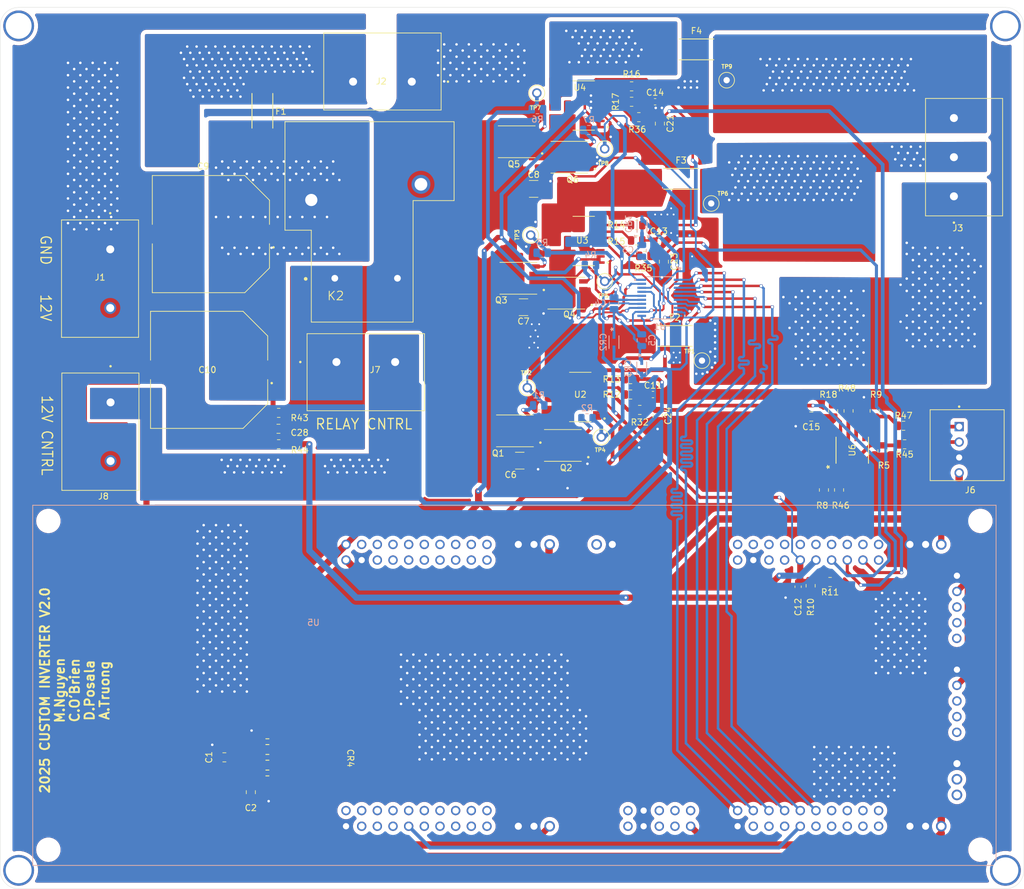
<source format=kicad_pcb>
(kicad_pcb (version 20241229) (generator "pcbnew") (generator_version "9.0")
  (title_block (title "INVERTER") (date "2025-04-21") (rev "2") (company "C.O'Brien, M.Nguyen, D.Posala, A.Truong"))
  (layers (0 "F.Cu" signal) (2 "B.Cu" signal) (13 "F.Paste" user) (15 "B.Paste" user) (5 "F.SilkS" user "F.Silkscreen") (7 "B.SilkS" user "B.Silkscreen") (1 "F.Mask" user) (3 "B.Mask" user) (25 "Edge.Cuts" user))
  (net 0 "")
  (net 1 "+3.3V")
  (net 2 "GND")
  (net 3 "/GateDriver&Power Inputs/CBSTA_HI")
  (net 4 "/GateDriver&Power Inputs/CBSTB_HI")
  (net 5 "/GateDriver&Power Inputs/CBSTC_HI")
  (net 6 "+100VDC")
  (net 7 "+100VDC to Relay")
  (net 8 "Net-(Q1-Pad4)")
  (net 9 "Net-(Q2-Pad4)")
  (net 10 "Net-(Q3-Pad4)")
  (net 11 "Net-(Q4-Pad4)")
  (net 12 "Net-(Q5-Pad4)")
  (net 13 "Net-(Q6-Pad4)")
  (net 14 "/GateDriver&Power Inputs/GHA")
  (net 15 "/GateDriver&Power Inputs/GLA")
  (net 16 "/GateDriver&Power Inputs/GHB")
  (net 17 "/GateDriver&Power Inputs/GLB")
  (net 18 "/GateDriver&Power Inputs/GHC")
  (net 19 "/GateDriver&Power Inputs/GLC")
  (net 20 "/Current sense/ISENC")
  (net 21 "/Current sense/ISENB")
  (net 22 "/Current sense/ISENA")
  (net 23 "/GateDriver&Power Inputs/PVDD")
  (net 24 "/Current sense/3_Out")
  (net 25 "/Current sense/2_Out")
  (net 26 "/Current sense/1_Out")
  (net 35 "Net-(U6-+INA)")
  (net 41 "+12VDC")
  (net 47 "Net-(U5A-~{XRS}-PadJ2_16)")
  (net 49 "/SHA")
  (net 51 "/SHB")
  (net 107 "/SHC")
  (net 108 "/Current sense/Vref")
  (net 109 "/SEN_100V")
  (net 110 "+12V to relay")
  (net 111 "/MOTB")
  (net 112 "/MOTA")
  (net 113 "/MOTC")
  (net 114 "Net-(J7-Pad1)")
  (net 115 "/Current sense/OCD1_A")
  (net 116 "/Current sense/OCD2_A")
  (net 117 "/Current sense/OCD2_B")
  (net 118 "/Current sense/OCD1_B")
  (net 119 "/Current sense/OCD2_C")
  (net 120 "/Current sense/OCD1_C")
  (net 121 "/INHB")
  (net 122 "/INLA")
  (net 123 "/INLC")
  (net 124 "/INHC")
  (net 125 "/INHA")
  (net 126 "+5V")
  (net 127 "Net-(U6--INA)")
  (net 128 "Net-(U6-+INB)")
  (net 129 "Net-(U6--INB)")
  (net 130 "/Encoder Input/COS_IN")
  (net 131 "/Encoder Input/COS_MCU")
  (net 132 "/Encoder Input/SIN_IN")
  (net 133 "/Encoder Input/SIN_MCU")
  (net 134 "/Current sense/IA-")
  (net 135 "/Current sense/IB-")
  (net 136 "/Current sense/IC-")
  (net 137 "/MCU/COS")
  (net 138 "/MCU/SINE")
  (net 139 "/INLB")
  (footprint "Resistor_SMD:R_0805_2012Metric" (layer "F.Cu") (at 135.2125 54.808 180)
    (property "Reference" "R15")
    (property "Value" "4.7K" (hide yes))
  )
  (footprint "5002:KEYSTONE_5002" (layer "F.Cu") (at 117.4736 78.7036 90)
    (property "Reference" "TP2")
    (property "Value" "5002" (hide yes))
  )
  (footprint "5002:KEYSTONE_5002" (layer "F.Cu") (at 130.03 61.443 90)
    (property "Reference" "TP5")
    (property "Value" "5002" (hide yes))
  )
  (footprint "0463030_ER:FUSE_0463_LTF-M" (layer "F.Cu") (at 144.9058 23.808)
    (property "Reference" "F4")
    (property "Value" "250V 30A" (hide yes))
  )
  (footprint "Capacitor_SMD:C_0805_2012Metric" (layer "F.Cu") (at 77.126 85.368 180)
    (property "Reference" "C28")
    (property "Value" "0.1uF" (hide yes))
  )
  (footprint "5002:KEYSTONE_5002" (layer "F.Cu") (at 130.03 39.943 90)
    (property "Reference" "TP8")
    (property "Value" "5002" (hide yes))
  )
  (footprint "Resistor_SMD:R_0805_2012Metric" (layer "F.Cu") (at 134.3875 32.308 180)
    (property "Reference" "R17")
    (property "Value" "4.7K" (hide yes))
  )
  (footprint "Capacitor_SMD:C_0805_2012Metric" (layer "F.Cu") (at 139.625 58.258 -90)
    (property "Reference" "C23")
    (property "Value" "47nF" (hide yes))
  )
  (footprint "0463030_ER:FUSE_0463_LTF-M" (layer "F.Cu") (at 141.4058 70.308)
    (property "Reference" "F2")
    (property "Value" "250V 30A" (hide yes))
  )
  (footprint "1714971:PHOENIX_1714971" (layer "F.Cu") (at 81.7685 82.434)
    (property "Reference" "J7")
    (property "Value" "1714971" (hide yes))
  )
  (footprint "1714971:PHOENIX_1714971" (layer "F.Cu") (at 41.95 51.49 -90)
    (property "Reference" "J1")
    (property "Value" "1714971" (hide yes))
  )
  (footprint "Capacitor_SMD:C_0603_1608Metric" (layer "F.Cu") (at 161.388 110.995 -90)
    (property "Reference" "C12")
    (property "Value" "220nF" (hide yes))
  )
  (footprint "LD1085D2M33R:D2PAK&slash_A_STM" (layer "F.Cu") (at 81.6447 138.668 -90)
    (property "Reference" "CR4")
    (property "Value" "LD1085D2M33R" (hide yes))
  )
  (footprint "Resistor_SMD:R_0805_2012Metric" (layer "F.Cu") (at 166.5715 110.22 180)
    (property "Reference" "R11")
    (property "Value" "4.7K" (hide yes))
  )
  (footprint "CSD19532Q5B:TRANS_CSD19532Q5B" (layer "F.Cu") (at 123.8 63.358 180)
    (property "Reference" "Q4")
    (property "Value" "CSD19532Q5B" (hide yes))
  )
  (footprint "Resistor_SMD:R_0805_2012Metric" (layer "F.Cu") (at 175.07 88.9679 -90)
    (property "Reference" "R5")
    (property "Value" "10k" (hide yes))
  )
  (footprint "EEV_FK2A331M:CAP_EEVFK2A331M" (layer "F.Cu") (at 65.884 75.808 180)
    (property "Reference" "C10")
    (property "Value" "330 µF" (hide yes))
  )
  (footprint "Resistor_SMD:R_0805_2012Metric" (layer "F.Cu") (at 169.57 82.4679 90)
    (property "Reference" "R48")
    (property "Value" "3K" (hide yes))
  )
  (footprint "PHOENIX_1714968:PHOENIX_1714968" (layer "F.Cu") (at 194.55 50.8205 90)
    (property "Reference" "J3")
    (property "Value" "1714968" (hide yes))
  )
  (footprint "0463030_ER:FUSE_0463_LTF-M" (layer "F.Cu") (at 142.4058 44.808)
    (property "Reference" "F3")
    (property "Value" "250V 30A" (hide yes))
  )
  (footprint "5002:KEYSTONE_5002" (layer "F.Cu") (at 129.4736 86.7036 90)
    (property "Reference" "TP4")
    (property "Value" "5002" (hide yes))
  )
  (footprint "Capacitor_SMD:C_0603_1608Metric" (layer "F.Cu") (at 138.9 54.808 180)
    (property "Reference" "C13")
    (property "Value" "220nF" (hide yes))
  )
  (footprint "PHOENIX_1989764:PHOENIX_1989764" (layer "F.Cu") (at 182.8 82.2705 -90)
    (property "Reference" "J6")
    (property "Value" "1989764" (hide yes))
  )
  (footprint "5002:KEYSTONE_5002" (layer "F.Cu") (at 118.03 53.943 90)
    (property "Reference" "TP3")
    (property "Value" "5002")
  )
  (footprint "Resistor_SMD:R_0805_2012Metric" (layer "F.Cu") (at 163.42 110.8315 -90)
    (property "Reference" "R10")
    (property "Value" "4.7K" (hide yes))
  )
  (footprint "Resistor_SMD:R_0805_2012Metric" (layer "F.Cu") (at 134.2125 79.808 180)
    (property "Reference" "R12")
    (property "Value" "4.7K" (hide yes))
  )
  (footprint "1714971:PHOENIX_1714971" (layer "F.Cu") (at 42 76.3205 -90)
    (property "Reference" "J8")
    (property "Value" "1714971" (hide yes))
  )
  (footprint "Resistor_SMD:R_0805_2012Metric" (layer "F.Cu") (at 134.2125 77.308 180)
    (property "Reference" "R13")
    (property "Value" "4.7K" (hide yes))
  )
  (footprint "5002:KEYSTONE_5002" (layer "F.Cu") (at 119.03 30.893 90)
    (property "Reference" "TP7")
    (property "Value" "5002")
  )
  (footprint "5002:KEYSTONE_5002" (layer "F.Cu") (at 147.3 48.808)
    (property "Reference" "TP6")
    (property "Value" "5002")
  )
  (footprint "Resistor_SMD:R_0805_2012Metric" (layer "F.Cu") (at 165.57 95.2929 -90)
    (property "Reference" "R8")
    (property "Value" "10k" (hide yes))
  )
  (footprint "Resistor_SMD:R_0805_2012Metric" (layer "F.Cu") (at 168.03 95.2929 -90)
    (property "Reference" "R46")
    (property "Value" "3K" (hide yes))
  )
  (footprint "Capacitor_SMD:C_0603_1608Metric" (layer "F.Cu") (at 137.85 79.808 180)
    (property "Reference" "C11")
    (property "Value" "220nF" (hide yes))
  )
  (footprint "Capacitor_SMD:C_0805_2012Metric" (layer "F.Cu") (at 72.6447 144.322 -90)
    (property "Reference" "C2")
    (property "Value" "0.33uF" (hide yes))
  )
  (footprint "Capacitor_SMD:C_0805_2012Metric" (layer "F.Cu") (at 138.975 35.858 -90)
    (property "Reference" "C21")
    (property "Value" "47nF" (hide yes))
  )
  (footprint "CSD19532Q5B:TRANS_CSD19532Q5B" (layer "F.Cu") (at 124.3 41.308 180)
    (property "Reference" "Q6")
    (property "Value" "CSD19532Q5B" (hide yes))
  )
  (footprint "T9AS1D12_12:TE_1-1393210-3" (layer "F.Cu") (at 86.261 60.945)
    (property "Reference" "K2")
    (property "Value" "1-1393210-3" (hide yes))
  )
  (footprint "Capacitor_SMD:C_1210_3225Metric" (layer "F.Cu") (at 116.254 90.535)
    (property "Reference" "C6")
    (property "Value" "1uF")
  )
  (footprint "Capacitor_SMD:C_0805_2012Metric" (layer "F.Cu") (at 163.52 83.3804 180)
    (property "Reference" "C15")
    (property "Value" "0.1uF" (hide yes))
  )
  (footprint "0463030_ER:FUSE_0463_LTF-M" (layer "F.Cu") (at 74.52 33.7742 -90)
    (property "Reference" "F1")
    (property "Value" "250V 30A" (hide yes))
  )
  (footprint "CSD19532Q5B:TRANS_CSD19532Q5B" (layer "F.Cu") (at 115.4736 85.7036 180)
    (property "Reference" "Q1")
    (property "Value" "CSD19532Q5B" (hide yes))
  )
  (footprint "Resistor_SMD:R_0805_2012Metric" (layer "F.Cu") (at 173.8 82.4679 90)
    (property "Reference" "R9")
    (property "Value" "10k" (hide yes))
  )
  (footprint "5002:KEYSTONE_5002" (layer "F.Cu") (at 145.8 74.308)
    (property "Reference" "TP1")
    (property "Value" "5002")
  )
  (footprint "CSD19532Q5B:TRANS_CSD19532Q5B" (layer "F.Cu") (at 123.2436 88.0686 180)
    (property "Reference" "Q2")
    (property "Value" "CSD19532Q5B" (hide yes))
  )
  (footprint "5002:KEYSTONE_5002" (layer "F.Cu") (at 149.8 28.808)
    (property "Reference" "TP9")
    (property "Value" "5002")
  )
  (footprint "Resistor_SMD:R_0805_2012Metric" (layer "F.Cu") (at 178.6575 87.8804 180)
    (property "Reference" "R45")
    (property "Value" "3K" (hide yes))
  )
  (footprint "TLI4971A:IC_TLI4971A050T5UE0001XUMA1" (layer "F.Cu") (at 125.5502 54.895 180)
    (property "Reference" "U3")
    (property "Value" "TLI4971A050T5E0001XUMA1")
  )
  (footprint "Resistor_SMD:R_0805_2012Metric" (layer "F.Cu") (at 178.4825 84.8804)
    (property "Reference" "R47")
    (property "Value" "3K" (hide yes))
  )
  (footprint "Capacitor_SMD:C_0805_2012Metric" (layer "F.Cu") (at 138.625 83.258 -90)
    (property "Reference" "C24")
    (property "Value" "47nF" (hide yes))
  )
  (footprint "OP292GSZ-REEL:R_8_ADI" (layer "F.Cu") (at 170.165 88.8442 90)
    (property "Reference" "U6")
    (property "Value" "OP292GSZ-REEL")
  )
  (footprint "Resistor_SMD:R_0805_2012Metric" (layer "F.Cu") (at 135.5625 34.808)
    (property "Reference" "R36")
    (property "Value" "220R" (hide yes))
  )
  (footprint "Capacitor_SMD:C_1210_3225Metric" (layer "F.Cu") (at 116.86 65.643)
    (property "Reference" "C7")
    (property "Value" "1uF" (hide yes))
  )
  (footprint "Capacitor_SMD:C_1210_3225Metric" (layer "F.Cu") (at 118.505 46.443)
    (property "Reference" "C8")
    (property "Value" "1uF")
  )
  (footprint "EEV_FK2A331M:CAP_EEVFK2A331M" (layer "F.Cu") (at 66.17 53.78 180)
    (property "Reference" "C9")
    (property "Value" "330 µF" (hide yes))
  )
  (footprint "Resistor_SMD:R_0805_2012Metric" (layer "F.Cu") (at 135.7125 82.308)
    (property "Reference" "R32")
    (property "Value" "220R" (hide yes))
  )
  (footprint "TLI4971A:IC_TLI4971A050T5UE0001XUMA1" (layer "F.Cu") (at 125.5502 32.9204 180)
    (property "Reference" "U4")
    (property "Value" "TLI4971A050T5E0001XUMA1")
  )
  (footprint "CSD19532Q5B:TRANS_CSD19532Q5B" (layer "F.Cu") (at 115.76 38.798 180)
    (property "Reference" "Q5")
    (property "Value" "CSD19532Q5B")
  )
  (footprint "Resistor_SMD:R_0805_2012Metric" (layer "F.Cu") (at 136.5375 57.308)
    (property "Reference" "R35")
    (property "Value" "220R" (hide yes))
  )
  (footprint "CSD19532Q5B:TRANS_CSD19532Q5B" (layer "F.Cu") (at 116.03 60.943 180)
    (property "Reference" "Q3")
    (property "Value" "CSD19532Q5B")
  )
  (footprint "Resistor_SMD:R_0805_2012Metric" (layer "F.Cu") (at 77.1635 87.868 180)
    (property "Reference" "R44")
    (property "Value" "3K" (hide yes))
  )
  (footprint "Resistor_SMD:R_0805_2012Metric" (layer "F.Cu") (at 135.2125 52.308 180)
    (property "Reference" "R14")
    (property "Value" "4.7K" (hide yes))
  )
  (footprint "Capacitor_SMD:C_0603_1608Metric" (layer "F.Cu") (at 138.2 32.308 180)
    (property "Reference" "C14")
    (property "Value" "220nF" (hide yes))
  )
  (footprint "Resistor_SMD:R_0805_2012Metric" (layer "F.Cu") (at 134.3875 29.808 180)
    (property "Reference" "R16")
    (property "Value" "4.7K" (hide yes))
  )
  (footprint "TLI4971A:IC_TLI4971A050T5UE0001XUMA1" (layer "F.Cu") (at 124.9938 80.2036 180)
    (property "Reference" "U2")
    (property "Value" "TLI4971A050T5E0001XUMA1")
  )
  (footprint "Resistor_SMD:R_0805_2012Metric" (layer "F.Cu") (at 77.1635 82.788)
    (property "Reference" "R43")
    (property "Value" "97.6K" (hide yes))
  )
  (footprint "Capacitor_SMD:C_0805_2012Metric" (layer "F.Cu") (at 68.358 138.668 180)
    (property "Reference" "C1")
    (property "Value" "0.1uF" (hide yes))
  )
  (footprint "Resistor_SMD:R_0805_2012Metric" (layer "F.Cu") (at 167.07 82.4679 90)
    (property "Reference" "R18")
    (property "Value" "10k" (hide yes))
  )
  (footprint "1714971:PHOENIX_1714971" (layer "F.Cu") (at 103.5075 21.15 180)
    (property "Reference" "J2")
    (property "Value" "1714971" (hide yes))
  )
  (footprint "Resistor_SMD:R_0805_2012Metric" (layer "B.Cu") (at 119.1205 33.512)
    (property "Reference" "R6")
    (property "Value" "15R")
  )
  (footprint "BAV20WS-TP:CR_SOD-323_MCC" (layer "B.Cu") (at 131.53 71.3127 -90)
    (property "Reference" "CR2")
    (property "Value" "~")
  )
  (footprint "Capacitor_SMD:C_0805_2012Metric" (layer "B.Cu") (at 136.03 70.993 90)
    (property "Reference" "C5")
    (property "Value" "1uF")
  )
  (footprint "Capacitor_SMD:C_0805_2012Metric" (layer "B.Cu") (at 136.03 56.493 -90)
    (property "Reference" "C3")
    (property "Value" "1uF")
  )
  (footprint "Resistor_SMD:R_0805_2012Metric" (layer "B.Cu") (at 119.3311 81.5686 180)
    (property "Reference" "R1")
    (property "Value" "15R")
  )
  (footprint "LAUNCHXL-F280049C:MODULE_LAUNCHXL-F280049C" (layer "B.Cu") (at 115.385 126.988 -90)
    (property "Reference" "U5")
    (property "Value" "LAUNCHXL-F280049C")
  )
  (footprint "DRV8300DIPWR:TSSOP_0DIPWR_TEX" (layer "B.Cu") (at 138.98275 64.118007 180)
    (property "Reference" "U1")
    (property "Value" "DRV8300DIPWR")
  )
  (footprint "Resistor_SMD:R_0805_2012Metric" (layer "B.Cu") (at 127.1561 83.6561 180)
    (property "Reference" "R2")
    (property "Value" "15R")
  )
  (footprint "Resistor_SMD:R_0805_2012Metric" (layer "B.Cu") (at 119.8875 56.808 180)
    (property "Reference" "R3")
    (property "Value" "15R")
  )
  (footprint "Capacitor_SMD:C_0805_2012Metric" (layer "B.Cu") (at 131.53 64.993 90)
    (property "Reference" "C4")
    (property "Value" "1uF")
  )
  (footprint "Resistor_SMD:R_0805_2012Metric" (layer "B.Cu") (at 127.7125 58.808 180)
    (property "Reference" "R4")
    (property "Value" "15R")
  )
  (footprint "BAV20WS-TP:CR_SOD-323_MCC" (layer "B.Cu") (at 136.075 52.4633 90)
    (property "Reference" "CR1")
    (property "Value" "~")
  )
  (footprint "BAV20WS-TP:CR_SOD-323_MCC" (layer "B.Cu") (at 136.03 75.5521 -90)
    (property "Reference" "CR3")
    (property "Value" "~")
  )
  (footprint "Resistor_SMD:R_0805_2012Metric" (layer "B.Cu") (at 127.4425 36.893 180)
    (property "Reference" "R7")
    (property "Value" "15R")
  )
  (gr_arc (start 32 20) (mid 32.87868 17.87868) (end 35 17) (stroke (width 0.05)) (layer "Edge.Cuts"))
  (gr_arc (start 195 17) (mid 197.12132 17.87868) (end 198 20) (stroke (width 0.05)) (layer "Edge.Cuts"))
  (gr_line (start 35 160) (end 195 160) (stroke (width 0.05)) (layer "Edge.Cuts"))
  (gr_line (start 32 20) (end 32 157) (stroke (width 0.05)) (layer "Edge.Cuts"))
  (gr_arc (start 198 157) (mid 197.12132 159.12132) (end 195 160) (stroke (width 0.05)) (layer "Edge.Cuts"))
  (gr_line (start 195 17) (end 35 17) (stroke (width 0.05)) (layer "Edge.Cuts"))
  (gr_line (start 198 157) (end 198 20) (stroke (width 0.05)) (layer "Edge.Cuts"))
  (gr_arc (start 35 160) (mid 32.87868 159.12132) (end 32 157) (stroke (width 0.05)) (layer "Edge.Cuts"))
  (gr_text "GND" (at 38.4 53.8 270) (layer "F.SilkS") (effects (font (size 1.7 1.6) (thickness 0.2)) (justify left bottom)))
  (gr_text "2025 CUSTOM INVERTER V2.0\nM.Nguyen\nC.O'Brien\nD.Posala\nA.Truong" (at 49.8 127.8 90) (layer "F.SilkS") (effects (font (size 1.5 1.5) (thickness 0.3) (bold yes)) (justify bottom)))
  (gr_text "12V CNTRL" (at 38.6 79.8 270) (layer "F.SilkS") (effects (font (size 1.7 1.6) (thickness 0.2)) (justify left bottom)))
  (gr_text "RELAY CNTRL" (at 83 85.6 0) (layer "F.SilkS") (effects (font (size 1.7 1.6) (thickness 0.2)) (justify left bottom)))
  (gr_text "12V" (at 38.4 63.4 270) (layer "F.SilkS") (effects (font (size 1.7 1.6) (thickness 0.2)) (justify left bottom)))
  (via (at 35 20) (size 5) (drill 4.2) (layers "F.Cu" "B.Cu") (net 0))
  (via (at 195 157) (size 5) (drill 4.2) (layers "F.Cu" "B.Cu") (net 0))
  (via (at 35 157) (size 5) (drill 4.2) (layers "F.Cu" "B.Cu") (net 0))
  (via (at 195 20) (size 5) (drill 4.2) (layers "F.Cu" "B.Cu") (net 0))
  (segment (start 109.5 97) (end 109.5 95.5) (width 1) (layer "F.Cu") (net 1))
  (segment (start 112 99.5) (end 109.5 97) (width 1) (layer "F.Cu") (net 1))
  (segment (start 136.125 52.308) (end 136.125 54.808) (width 0.4) (layer "F.Cu") (net 1))
  (segment (start 126.8 33.808) (end 126.9378 33.808) (width 0.4) (layer "F.Cu") (net 1))
  (segment (start 112 99.5) (end 113.7 99.5) (width 0.8) (layer "F.Cu") (net 1))
  (segment (start 113.7 99.5) (end 117 96.2) (width 0.8) (layer "F.Cu") (net 1))
  (segment (start 82.648 152.892) (end 81.6447 151.8887) (width 1.2) (layer "F.Cu") (net 1))
  (segment (start 113.3 54.308) (end 112.692 54.308) (width 0.8) (layer "F.Cu") (net 1))
  (segment (start 125.887 57.895) (end 125.8 57.808) (width 0.4) (layer "F.Cu") (net 1))
  (segment (start 117 96.2) (end 125.497 96.2) (width 0.8) (layer "F.Cu") (net 1))
  (segment (start 112.692 54.308) (end 110.5 56.5) (width 0.8) (layer "F.Cu") (net 1))
  (segment (start 118.056 152.892) (end 117 152.892) (width 1) (layer "F.Cu") (net 1))
  (segment (start 184.6 151.016) (end 184.6 149.848) (width 1) (layer "F.Cu") (net 1))
  (segment (start 138.8 77.308) (end 139.3 77.808) (width 0.6) (layer "F.Cu") (net 1))
  (segment (start 125.497 96.2) (end 131.289 90.408) (width 0.8) (layer "F.Cu") (net 1))
  (segment (start 135.3 32.308) (end 137.425 32.308) (width 0.4) (layer "F.Cu") (net 1))
  (segment (start 184.6 149.848) (end 184.6 138.512) (width 1.2) (layer "F.Cu") (net 1))
  (segment (start 126.8 33.808) (end 126.8 30.462114) (width 0.4) (layer "F.Cu") (net 1))
  (segment (start 147.004 152.892) (end 148 152.892) (width 1) (layer "F.Cu") (net 1))
  (segment (start 182.724 152.892) (end 184.6 151.016) (width 1.2) (layer "F.Cu") (net 1))
  (segment (start 129.4186 83.2036) (end 131.3 85.085) (width 0.6) (layer "F.Cu") (net 1))
  (segment (start 148 152.892) (end 182.724 152.892) (width 1.2) (layer "F.Cu") (net 1))
  (segment (start 144.3 36.195758) (end 144.3 41.808) (width 0.4) (layer "F.Cu") (net 1))
  (segment (start 140.625 52.308) (end 138.125 54.808) (width 0.4) (layer "F.Cu") (net 1))
  (segment (start 136.761242 28.657) (end 144.3 36.195758) (width 0.4) (layer "F.Cu") (net 1))
  (segment (start 134.149 28.657) (end 136.761242 28.657) (width 0.4) (layer "F.Cu") (net 1))
  (segment (start 136.125 54.808) (end 138.125 54.808) (width 0.4) (layer "F.Cu") (net 1))
  (segment (start 105.508 101.584) (end 90.624 101.584) (width 1) (layer "F.Cu") (net 1))
  (segment (start 109.5 95.5) (end 109.6 95.6) (width 1) (layer "F.Cu") (net 1))
  (segment (start 121.1 149.848) (end 118.056 152.892) (width 1) (layer "F.Cu") (net 1))
  (segment (start 128.4938 83.2036) (end 129.4186 83.2036) (width 0.6) (layer "F.Cu") (net 1))
  (segment (start 81.6447 151.8887) (end 81.6447 138.668) (width 1.2) (layer "F.Cu") (net 1))
  (segment (start 109.6 95.6) (end 109.6 97.492) (width 1) (layer "F.Cu") (net 1))
  (segment (start 167.484 121.396) (end 167.484 110.22) (width 1) (layer "F.Cu") (net 1))
  (segment (start 135.125 79.808) (end 137.075 79.808) (width 0.6) (layer "F.Cu") (net 1))
  (segment (start 131.3 90.397) (end 131.289 90.408) (width 0.6) (layer "F.Cu") (net 1))
  (segment (start 109.6 97.492) (end 105.508 101.584) (width 1) (layer "F.Cu") (net 1))
  (segment (start 90.624 101.584) (end 88.08 104.128) (width 1) (layer "F.Cu") (net 1))
  (segment (start 131.3 85.085) (end 131.3 90.397) (width 0.6) (layer "F.Cu") (net 1))
  (segment (start 129.0502 57.895) (end 125.887 57.895) (width 0.4) (layer "F.Cu") (net 1))
  (segment (start 143.96 149.848) (end 147.004 152.892) (width 1) (layer "F.Cu") (net 1))
  (segment (start 82.648 152.892) (end 117 152.892) (width 1.2) (layer "F.Cu") (net 1))
  (segment (start 135.3 29.808) (end 135.3 32.308) (width 0.4) (layer "F.Cu") (net 1))
  (segment (start 135.125 77.308) (end 138.8 77.308) (width 0.6) (layer "F.Cu") (net 1))
  (segment (start 131.289 90.408) (end 131.3 90.419) (width 0.6) (layer "F.Cu") (net 1))
  (segment (start 126.9378 33.808) (end 129.0502 35.9204) (width 0.4) (layer "F.Cu") (net 1))
  (segment (start 184.6 138.512) (end 167.484 121.396) (width 1) (layer "F.Cu") (net 1))
  (segment (start 128.605114 28.657) (end 134.149 28.657) (width 0.4) (layer "F.Cu") (net 1))
  (segment (start 135.125 77.308) (end 135.125 79.808) (width 0.6) (layer "F.Cu") (net 1))
  (segment (start 69.308 138.668) (end 72.7674 138.668) (width 1.2) (layer "F.Cu") (net 1))
  (segment (start 134.149 28.657) (end 135.3 29.808) (width 0.4) (layer "F.Cu") (net 1))
  (segment (start 126.8 30.462114) (end 128.605114 28.657) (width 0.4) (layer "F.Cu") (net 1))
  (segment (start 81.6447 138.668) (end 81.6447 110.5633) (width 1.2) (layer "F.Cu") (net 1))
  (segment (start 144.8 52.308) (end 140.625 52.308) (width 0.4) (layer "F.Cu") (net 1))
  (segment (start 81.6447 110.5633) (end 88.08 104.128) (width 1.2) (layer "F.Cu") (net 1))
  (segment (start 72.7674 138.668) (end 81.6447 138.668) (width 1) (layer "F.Cu") (net 1))
  (segment (start 117 152.892) (end 148 152.892) (width 1.2) (layer "F.Cu") (net 1))
  (via (at 125.8 57.808) (size 0.57) (drill 0.41) (layers "F.Cu" "B.Cu") (net 1))
  (via (at 131.289 90.408) (size 0.57) (drill 0.41) (layers "F.Cu" "B.Cu") (net 1))
  (via (at 139.3 77.808) (size 0.57) (drill 0.41) (layers "F.Cu" "B.Cu") (net 1))
  (via (at 110.5 56.5) (size 0.6) (drill 0.3) (layers "F.Cu" "B.Cu") (net 1))
  (via (at 109.5 95.5) (size 0.6) (drill 0.3) (layers "F.Cu" "B.Cu") (net 1))
  (via (at 144.8 52.308) (size 0.57) (drill 0.41) (layers "F.Cu" "B.Cu") (net 1))
  (via (at 113.3 54.308) (size 0.57) (drill 0.41) (layers "F.Cu" "B.Cu") (net 1))
  (via (at 144.3 41.808) (size 0.57) (drill 0.41) (layers "F.Cu" "B.Cu") (net 1))
  (via (at 126.8 33.808) (size 0.57) (drill 0.41) (layers "F.Cu" "B.Cu") (net 1))
  (segment (start 113.3 47.308) (end 126.8 33.808) (width 0.6) (layer "B.Cu") (net 1))
  (segment (start 131.289 90.408) (end 139.3 82.397) (width 0.6) (layer "B.Cu") (net 1))
  (segment (start 118.992 60) (end 113.3 54.308) (width 0.6) (layer "B.Cu") (net 1))
  (segment (start 144.3 41.808) (end 144.8 42.308) (width 0.6) (layer "B.Cu") (net 1))
  (segment (start 113.3 54.308) (end 113.3 47.308) (width 0.6) (layer "B.Cu") (net 1))
  (segment (start 125.8 57.808) (end 123.608 60) (width 0.6) (layer "B.Cu") (net 1))
  (segment (start 139.3 82.397) (end 139.3 77.808) (width 0.6) (layer "B.Cu") (net 1))
  (segment (start 144.8 42.308) (end 144.8 52.308) (width 0.6) (layer "B.Cu") (net 1))
  (segment (start 110.5 94.5) (end 109.5 95.5) (width 0.8) (layer "B.Cu") (net 1))
  (segment (start 110.5 56.5) (end 110.5 94.5) (width 0.8) (layer "B.Cu") (net 1))
  (segment (start 123.608 60) (end 118.992 60) (width 0.6) (layer "B.Cu") (net 1))
  (segment (start 161 85) (end 161 84.9504) (width 0.5) (layer "F.Cu") (net 2))
  (segment (start 139.3 59.533) (end 139.625 59.208) (width 0.5) (layer "F.Cu") (net 2))
  (segment (start 161.414 111.744) (end 161.388 111.77) (width 1) (layer "F.Cu") (net 2))
  (segment (start 128.9124 34.4204) (end 127.8 33.308) (width 0.4) (layer "F.Cu") (net 2))
  (segment (start 138.625 85.375) (end 138.6 85.4) (width 0.3) (layer "F.Cu") (net 2))
  (segment (start 126.1556 89.9736) (end 127.225 91.043) (width 0.5) (layer "F.Cu") (net 2))
  (segment (start 72.7674 136.128) (end 72.7674 134.3246) (width 0.5) (layer "F.Cu") (net 2))
  (segment (start 121.256 45.196) (end 121.227 45.196) (width 0.8) (layer "F.Cu") (net 2))
  (segment (start 172.056 80.248) (end 173.3634 81.5554) (width 0.5) (layer "F.Cu") (net 2))
  (segment (start 119.98 46.443) (end 121.227 45.196) (width 0.8) (layer "F.Cu") (net 2))
  (segment (start 131 35.693136) (end 131 38) (width 0.3) (layer "F.Cu") (net 2))
  (segment (start 117.729 90.535) (end 119.126 91.932) (width 0.6) (layer "F.Cu") (net 2))
  (segment (start 126.0136 89.9736) (end 126.1556 89.9736) (width 0.5) (layer "F.Cu") (net 2))
  (segment (start 163.42 111.744) (end 161.414 111.744) (width 1) (layer "F.Cu") (net 2))
  (segment (start 162.57 83.3804) (end 161 84.9504) (width 0.5) (layer "F.Cu") (net 2))
  (segment (start 128.7938 81.7036) (end 129.421394 81.7036) (width 0.3) (layer "F.Cu") (net 2))
  (segment (start 67.408 138.668) (end 67.408 137.652) (width 0.5) (layer "F.Cu") (net 2))
  (segment (start 160.346 111.77) (end 159.356 112.76) (width 1) (layer "F.Cu") (net 2))
  (segment (start 127.07 43.213) (end 127.895 43.213) (width 0.5) (layer "F.Cu") (net 2))
  (segment (start 119.351 66.659) (end 118.335 65.643) (width 0.5) (layer "F.Cu") (net 2))
  (segment (start 129.421394 81.7036) (end 135.6 87.882206) (width 0.3) (layer "F.Cu") (net 2))
  (segment (start 161.388 111.77) (end 160.346 111.77) (width 1) (layer "F.Cu") (net 2))
  (segment (start 119.351 66.659) (end 120.113 66.659) (width 0.5) (layer "F.Cu") (net 2))
  (segment (start 139.625 59.208) (end 141.433 57.4) (width 0.5) (layer "F.Cu") (net 2))
  (segment (start 128.387 56.395) (end 127.8 55.808) (width 0.3) (layer "F.Cu") (net 2))
  (segment (start 129.727264 34.4204) (end 131 35.693136) (width 0.3) (layer "F.Cu") (net 2))
  (segment (start 124.4 67.433) (end 126.57 65.263) (width 0.5) (layer "F.Cu") (net 2))
  (segment (start 72.6447 145.272) (end 75.028 145.272) (width 0.5) (layer "F.Cu") (net 2))
  (segment (start 135.6 87.882206) (end 135.6 88.4) (width 0.3) (layer "F.Cu") (net 2))
  (segment (start 75.028 145.272) (end 75.536 145.78) (width 0.5) (layer "F.Cu") (net 2))
  (segment (start 129.3502 56.395) (end 128.387 56.395) (width 0.3) (layer "F.Cu") (net 2))
  (segment (start 173.3634 81.5554) (end 173.8 81.5554) (width 0.5) (layer "F.Cu") (net 2))
  (segment (start 138.625 84.208) (end 138.625 85.375) (width 0.3) (layer "F.Cu") (net 2))
  (segment (start 129.3502 34.4204) (end 129.727264 34.4204) (width 0.3) (layer "F.Cu") (net 2))
  (segment (start 127.895 43.213) (end 128.8 42.308) (width 0.5) (layer "F.Cu") (net 2))
  (segment (start 141.433 57.4) (end 144.2 57.4) (width 0.5) (layer "F.Cu") (net 2))
  (segment (start 139.3 60.808) (end 139.3 59.533) (width 0.5) (layer "F.Cu") (net 2))
  (segment (start 119.126 91.932) (end 119.224 91.932) (width 0.5) (layer "F.Cu") (net 2))
  (segment (start 67.408 137.652) (end 66.392 136.636) (width 0.5) (layer "F.Cu") (net 2))
  (via (at 166 143) (size 0.57) (drill 0.41) (layers "F.Cu" "B.Cu") (net 2))
  (via (at 44 45) (size 0.7) (drill 0.41) (layers "F.Cu" "B.Cu") (net 2))
  (via (at 121 134) (size 0.57) (drill 0.41) (layers "F.Cu" "B.Cu") (net 2))
  (via (at 50 27) (size 0.7) (drill 0.41) (layers "F.Cu" "B.Cu") (net 2))
  (via (at 48 35) (size 0.7) (drill 0.41) (layers "F.Cu" "B.Cu") (net 2))
  (via (at 103 26) (size 0.57) (drill 0.41) (layers "F.Cu" "B.Cu") (net 2))
  (via (at 171 140) (size 0.57) (drill 0.41) (layers "F.Cu" "B.Cu") (net 2))
  (via (at 65 101) (size 0.57) (drill 0.41) (layers "F.Cu" "B.Cu") (net 2))
  (via (at 71 117) (size 0.57) (drill 0.41) (layers "F.Cu" "B.Cu") (net 2))
  (via (at 115 126) (size 0.57) (drill 0.41) (layers "F.Cu" "B.Cu") (net 2))
  (via (at 71 127) (size 0.57) (drill 0.41) (layers "F.Cu" "B.Cu") (net 2))
  (via (at 122 135) (size 0.57) (drill 0.41) (layers "F.Cu" "B.Cu") (net 2))
  (via (at 64 120) (size 0.57) (drill 0.41) (layers "F.Cu" "B.Cu") (net 2))
  (via (at 141.2 74.6) (size 0.6) (drill 0.3) (layers "F.Cu" "B.Cu") (net 2))
  (via (at 69 111) (size 0.57) (drill 0.41) (layers "F.Cu" "B.Cu") (net 2))
  (via (at 166 141) (size 0.57) (drill 0.41) (layers "F.Cu" "B.Cu") (net 2))
  (via (at 116 23) (size 0.57) (drill 0.41) (layers "F.Cu" "B.Cu") (net 2))
  (via (at 65 103) (size 0.57) (drill 0.41) (layers "F.Cu" "B.Cu") (net 2))
  (via (at 174 123) (size 0.57) (drill 0.41) (layers "F.Cu" "B.Cu") (net 2))
  (via (at 109 24) (size 0.57) (drill 0.41) (layers "F.Cu" "B.Cu") (net 2))
  (via (at 126 131) (size 0.57) (drill 0.41) (layers "F.Cu" "B.Cu") (net 2))
  (via (at 102 123) (size 0.57) (drill 0.41) (layers "F.Cu" "B.Cu") (net 2))
  (via (at 65 117) (size 0.57) (drill 0.41) (layers "F.Cu" "B.Cu") (net 2))
  (via (at 98 129) (size 0.57) (drill 0.41) (layers "F.Cu" "B.Cu") (net 2))
  (via (at 69 127) (size 0.57) (drill 0.41) (layers "F.Cu" "B.Cu") (net 2))
  (via (at 48 27) (size 0.7) (drill 0.41) (layers "F.Cu" "B.Cu") (net 2))
  (via (at 70 122) (size 0.57) (drill 0.41) (layers "F.Cu" "B.Cu") (net 2))
  (via (at 101 130) (size 0.57) (drill 0.41) (layers "F.Cu" "B.Cu") (net 2))
  (via (at 170 141) (size 0.57) (drill 0.41) (layers "F.Cu" "B.Cu") (net 2))
  (via (at 110 129) (size 0.57) (drill 0.41) (layers "F.Cu" "B.Cu") (net 2))
  (via (at 116 27) (size 0.57) (drill 0.41) (layers "F.Cu" "B.Cu") (net 2))
  (via (at 64 102) (size 0.57) (drill 0.41) (layers "F.Cu" "B.Cu") (net 2))
  (via (at 179 122) (size 0.57) (drill 0.41) (layers "F.Cu" "B.Cu") (net 2))
  (via (at 110 133) (size 0.57) (drill 0.41) (layers "F.Cu" "B.Cu") (net 2))
  (via (at 117.3 55.808) (size 0.57) (drill 0.41) (layers "F.Cu" "B.Cu") (net 2))
  (via (at 180 113) (size 0.57) (drill 0.41) (layers "F.Cu" "B.Cu") (net 2))
  (via (at 118 139) (size 0.57) (drill 0.41) (layers "F.Cu" "B.Cu") (net 2))
  (via (at 105 28) (size 0.57) (drill 0.41) (layers "F.Cu" "B.Cu") (net 2))
  (via (at 72 112) (size 0.57) (drill 0.41) (layers "F.Cu" "B.Cu") (net 2))
  (via (at 107 136) (size 0.57) (drill 0.41) (layers "F.Cu" "B.Cu") (net 2))
  (via (at 118 135) (size 0.57) (drill 0.41) (layers "F.Cu" "B.Cu") (net 2))
  (via (at 164 141) (size 0.57) (drill 0.41) (layers "F.Cu" "B.Cu") (net 2))
  (via (at 166 137) (size 0.57) (drill 0.41) (layers "F.Cu" "B.Cu") (net 2))
  (via (at 97 130) (size 0.57) (drill 0.41) (layers "F.Cu" "B.Cu") (net 2))
  (via (at 106 131) (size 0.57) (drill 0.41) (layers "F.Cu" "B.Cu") (net 2))
  (via (at 108 29) (size 0.57) (drill 0.41) (layers "F.Cu" "B.Cu") (net 2))
  (via (at 68 114) (size 0.57) (drill 0.41) (layers "F.Cu" "B.Cu") (net 2))
  (via (at 47 34) (size 0.7) (drill 0.41) (layers "F.Cu" "B.Cu") (net 2))
  (via (at 118.6 71.4) (size 0.6) (drill 0.3) (layers "F.Cu" "B.Cu") (net 2))
  (via (at 181 124) (size 0.57) (drill 0.41) (layers "F.Cu" "B.Cu") (net 2))
  (via (at 142.2 68) (size 0.6) (drill 0.3) (layers "F.Cu" "B.Cu") (net 2))
  (via (at 47 52) (size 0.7) (drill 0.41) (layers "F.Cu" "B.Cu") (net 2))
  (via (at 106 133) (size 0.57) (drill 0.41) (layers "F.Cu" "B.Cu") (net 2))
  (via (at 46 43) (size 0.7) (drill 0.41) (layers "F.Cu" "B.Cu") (net 2))
  (via (at 168 145) (size 0.57) (drill 0.41) (layers "F.Cu" "B.Cu") (net 2))
  (via (at 103 122) (size 0.57) (drill 0.41) (layers "F.Cu" "B.Cu") (net 2))
  (via (at 104 27) (size 0.57) (drill 0.41) (layers "F.Cu" "B.Cu") (net 2))
  (via (at 102 135) (size 0.57) (drill 0.41) (layers "F.Cu" "B.Cu") (net 2))
  (via (at 142 30) (size 0.57) (drill 0.41) (layers "F.Cu" "B.Cu") (net 2))
  (via (at 120 139) (size 0.57) (drill 0.41) (layers "F.Cu" "B.Cu") (net 2))
  (via (at 101 126) (size 0.57) (drill 0.41) (layers "F.Cu" "B.Cu") (net 2))
  (via (at 65 127) (size 0.57) (drill 0.41) (layers "F.Cu" "B.Cu") (net 2))
  (via (at 122 133) (size 0.57) (drill 0.41) (layers "F.Cu" "B.Cu") (net 2))
  (via (at 109 128) (size 0.57) (drill 0.41) (layers "F.Cu" "B.Cu") (net 2))
  (via (at 112 123) (size 0.57) (drill 0.41) (layers "F.Cu" "B.Cu") (net 2))
  (via (at 68 120) (size 0.57) (drill 0.41) (layers "F.Cu" "B.Cu") (net 2))
  (via (at 112 137) (size 0.57) (drill 0.41) (layers "F.Cu" "B.Cu") (net 2))
  (via (at 102 131) (size 0.57) (drill 0.41) (layers "F.Cu" "B.Cu") (net 2))
  (via (at 142.2 73) (size 0.6) (drill 0.3) (layers "F.Cu" "B.Cu") (net 2))
  (via (at 97 124) (size 0.57) (drill 0.41) (layers "F.Cu" "B.Cu") (net 2))
  (via (at 72 102) (size 0.57) (drill 0.41) (layers "F.Cu" "B.Cu") (net 2))
  (via (at 123 130) (size 0.57) (drill 0.41) (layers "F.Cu" "B.Cu") (net 2))
  (via (at 114 139) (size 0.57) (drill 0.41) (layers "F.Cu" "B.Cu") (net 2))
  (via (at 103 136) (size 0.57) (drill 0.41) (layers "F.Cu" "B.Cu") (net 2))
  (via (at 172 139) (size 0.57) (drill 0.41) (layers "F.Cu" "B.Cu") (net 2))
  (via (at 119.224 91.932) (size 0.57) (drill 0.41) (layers "F.Cu" "B.Cu") (net 2))
  (via (at 119 122) (size 0.57) (drill 0.41) (layers "F.Cu" "B.Cu") (net 2))
  (via (at 114 23) (size 0.57) (drill 0.41) (layers "F.Cu" "B.Cu") (net 2))
  (via (at 121 138) (size 0.57) (drill 0.41) (layers "F.Cu" "B.Cu") (net 2))
  (via (at 68 108) (size 0.57) (drill 0.41) (layers "F.Cu" "B.Cu") (net 2))
  (via (at 119 134) (size 0.57) (drill 0.41) (layers "F.Cu" "B.Cu") (net 2))
  (via (at 118 129) (size 0.57) (drill 0.41) (layers "F.Cu" "B.Cu") (net 2))
  (via (at 179 116) (size 0.57) (drill 0.41) (layers "F.Cu" "B.Cu") (net 2))
  (via (at 70 112) (size 0.57) (drill 0.41) (layers "F.Cu" "B.Cu") (net 2))
  (via (at 67 119) (size 0.57) (drill 0.41) (layers "F.Cu" "B.Cu") (net 2))
  (via (at 111 130) (size 0.57) (drill 0.41) (layers "F.Cu" "B.Cu") (net 2))
  (via (at 112 27) (size 0.57) (drill 0.41) (layers "F.Cu" "B.Cu") (net 2))
  (via (at 67 113) (size 0.57) (drill 0.41) (layers "F.Cu" "B.Cu") (net 2))
  (via (at 67 111) (size 0.57) (drill 0.41) (layers "F.Cu" "B.Cu") (net 2))
  (via (at 175 120) (size 0.57) (drill 0.41) (layers "F.Cu" "B.Cu") (net 2))
  (via (at 49 44) (size 0.7) (drill 0.41) (layers "F.Cu" "B.Cu") (net 2))
  (via (at 102 137) (size 0.57) (drill 0.41) (layers "F.Cu" "B.Cu") (net 2))
  (via (at 70 108) (size 0.57) (drill 0.41) (layers "F.Cu" "B.Cu") (net 2))
  (via (at 139.2 50.6) (size 0.6) (drill 0.3) (layers "F.Cu" "B.Cu") (net 2))
  (via (at 181 120) (size 0.57) (drill 0.41) (layers "F.Cu" "B.Cu") (net 2))
  (via (at 172 143) (size 0.57) (drill 0.41) (layers "F.Cu" "B.Cu") (net 2))
  (via (at 48 53) (size 0.7) (drill 0.41) (layers "F.Cu" "B.Cu") (net 2))
  (via (at 70 118) (size 0.57) (drill 0.41) (layers "F.Cu" "B.Cu") (net 2))
  (via (at 122 125) (size 0.57) (drill 0.41) (layers "F.Cu" "B.Cu") (net 2))
  (via (at 46 45) (size 0.7) (drill 0.41) (layers "F.Cu" "B.Cu") (net 2))
  (via (at 45 48) (size 0.7) (drill 0.41) (layers "F.Cu" "B.Cu") (net 2))
  (via (at 116 123) (size 0.57) (drill 0.41) (layers "F.Cu" "B.Cu") (net 2))
  (via (at 114 129) (size 0.57) (drill 0.41) (layers "F.Cu" "B.Cu") (net 2))
  (via (at 70 106) (size 0.57) (drill 0.41) (layers "F.Cu" "B.Cu") (net 2))
  (via (at 115 28) (size 0.57) (drill 0.41) (layers "F.Cu" "B.Cu") (net 2))
  (via (at 72 118) (size 0.57) (drill 0.41) (layers "F.Cu" "B.Cu") (net 2))
  (via (at 123 134) (size 0.57) (drill 0.41) (layers "F.Cu" "B.Cu") (net 2))
  (via (at 118 137) (size 0.57) (drill 0.41) (layers "F.Cu" "B.Cu") (net 2))
  (via (at 113 24) (size 0.57) (drill 0.41) (layers "F.Cu" "B.Cu") (net 2))
  (via (at 105 138) (size 0.57) (drill 0.41) (layers "F.Cu" "B.Cu") (net 2))
  (via (at 177 142) (size 0.57) (drill 0.41) (layers "F.Cu" "B.Cu") (net 2))
  (via (at 48 45) (size 0.7) (drill 0.41) (layers "F.Cu" "B.Cu") (net 2))
  (via (at 105 24) (size 0.57) (drill 0.41) (layers "F.Cu" "B.Cu") (net 2))
  (via (at 48 29) (size 0.7) (drill 0.41) (layers "F.Cu" "B.Cu") (net 2))
  (via (at 45 42) (size 0.7) (drill 0.41) (layers "F.Cu" "B.Cu") (net 2))
  (via (at 168 139) (size 0.57) (drill 0.41) (layers "F.Cu" "B.Cu") (net 2))
  (via (at 114 131) (size 0.57) (drill 0.41) (layers "F.Cu" "B.Cu") (net 2))
  (via (at 103 28) (size 0.57) (drill 0.41) (layers "F.Cu" "B.Cu") (net 2))
  (via (at 68 104) (size 0.57) (drill 0.41) (layers "F.Cu" "B.Cu") (net 2))
  (via (at 72 128) (size 0.57) (drill 0.41) (layers "F.Cu" "B.Cu") (net 2))
  (via (at 111 136) (size 0.57) (drill 0.41) (layers "F.Cu" "B.Cu") (net 2))
  (via (at 173 140) (size 0.57) (drill 0.41) (layers "F.Cu" "B.Cu") (net 2))
  (via (at 50 29) (size 0.7) (drill 0.41) (layers "F.Cu" "B.Cu") (net 2))
  (via (at 45 40) (size 0.7) (drill 0.41) (layers "F.Cu" "B.Cu") (net 2))
  (via (at 181 114) (size 0.57) (drill 0.41) (layers "F.Cu" "B.Cu") (net 2))
  (via (at 120 125) (size 0.57) (drill 0.41) (layers "F.Cu" "B.Cu") (net 2))
  (via (at 46 33) (size 0.7) (drill 0.41) (layers "F.Cu" "B.Cu") (net 2))
  (via (at 46 35) (size 0.7) (drill 0.41) (layers "F.Cu" "B.Cu") (net 2))
  (via (at 45 44) (size 0.7) (drill 0.41) (layers "F.Cu" "B.Cu") (net 2))
  (via (at 119 138) (size 0.57) (drill 0.41) (layers "F.Cu" "B.Cu") (net 2))
  (via (at 71 107) (size 0.57) (drill 0.41) (layers "F.Cu" "B.Cu") (net 2))
  (via (at 120 133) (size 0.57) (drill 0.41) (layers "F.Cu" "B.Cu") (net 2))
  (via (at 107 28) (size 0.57) (drill 0.41) (layers "F.Cu" "B.Cu") (net 2))
  (via (at 101 132) (size 0.57) (drill 0.41) (layers "F.Cu" "B.Cu") (net 2))
  (via (at 113 26) (size 0.57) (drill 0.41) (layers "F.Cu" "B.Cu") (net 2))
  (via (at 177 124) (size 0.57) (drill 0.41) (layers "F.Cu" "B.Cu") (net 2))
  (via (at 67 109) (size 0.57) (drill 0.41) (layers "F.Cu" "B.Cu") (net 2))
  (via (at 66 122) (size 0.57) (drill 0.41) (layers "F.Cu" "B.Cu") (net 2))
  (via (at 112 29) (size 0.57) (drill 0.41) (layers "F.Cu" "B.Cu") (net 2))
  (via (at 43 48) (size 0.7) (drill 0.41) (layers "F.Cu" "B.Cu") (net 2))
  (via (at 102 133) (size 0.57) (drill 0.41) (layers "F.Cu" "B.Cu") (net 2))
  (via (at 69 105) (size 0.57) (drill 0.41) (layers "F.Cu" "B.Cu") (net 2))
  (via (at 177 140) (size 0.57) (drill 0.41) (layers "F.Cu" "B.Cu") (net 2))
  (via (at 66 120) (size 0.57) (drill 0.41) (layers "F.Cu" "B.Cu") (net 2))
  (via (at 125 138) (size 0.57) (drill 0.41) (layers "F.Cu" "B.Cu") (net 2))
  (via (at 113 28) (size 0.57) (drill 0.41) (layers "F.Cu" "B.Cu") (net 2))
  (via (at 44 43) (size 0.7) (drill 0.41) (layers "F.Cu" "B.Cu") (net 2))
  (via (at 72 110) (size 0.57) (drill 0.41) (layers "F.Cu" "B.Cu") (net 2))
  (via (at 64 106) (size 0.57) (drill 0.41) (layers "F.Cu" "B.Cu") (net 2))
  (via (at 100 139) (size 0.57) (drill 0.41) (layers "F.Cu" "B.Cu") (net 2))
  (via (at 66 124) (size 0.57) (drill 0.41) (layers "F.Cu" "B.Cu") (net 2))
  (via (at 45 52) (size 0.7) (drill 0.41) (layers "F.Cu" "B.Cu") (net 2))
  (via (at 106 29) (size 0.57) (drill 0.41) (layers "F.Cu" "B.Cu") (net 2))
  (via (at 49 32) (size 0.7) (drill 0.41) (layers "F.Cu" "B.Cu") (net 2))
  (via (at 47 50) (size 0.7) (drill 0.41) (layers "F.Cu" "B.Cu") (net 2))
  (via (at 117 136) (size 0.57) (drill 0.41) (layers "F.Cu" "B.Cu") (net 2))
  (via (at 100 127) (size 0.57) (drill 0.41) (layers "F.Cu" "B.Cu") (net 2))
  (via (at 66 126) (size 0.57) (drill 0.41) (layers "F.Cu" "B.Cu") (net 2))
  (via (at 50 51) (size 0.7) (drill 0.41) (layers "F.Cu" "B.Cu") (net 2))
  (via (at 141.8 54) (size 0.6) (drill 0.3) (layers "F.Cu" "B.Cu") (net 2))
  (via (at 50 45) (size 0.7) (drill 0.41) (layers "F.Cu" "B.Cu") (net 2))
  (via (at 66 116) (size 0.57) (drill 0.41) (layers "F.Cu" "B.Cu") (net 2))
  (via (at 126 139) (size 0.57) (drill 0.41) (layers "F.Cu" "B.Cu") (net 2))
  (via (at 113 130) (size 0.57) (drill 0.41) (layers "F.Cu" "B.Cu") (net 2))
  (via (at 107 24) (size 0.57) (drill 0.41) (layers "F.Cu" "B.Cu") (net 2))
  (via (at 69 123) (size 0.57) (drill 0.41) (layers "F.Cu" "B.Cu") (net 2))
  (via (at 44 49) (size 0.7) (drill 0.41) (layers "F.Cu" "B.Cu") (net 2))
  (via (at 97 126) (size 0.57) (drill 0.41) (layers "F.Cu" "B.Cu") (net 2))
  (via (at 46 29) (size 0.7) (drill 0.41) (layers "F.Cu" "B.Cu") (net 2))
  (via (at 51 38) (size 0.7) (drill 0.41) (layers "F.Cu" "B.Cu") (net 2))
  (via (at 127.8 33.308) (size 0.57) (drill 0.41) (layers "F.Cu" "B.Cu") (net 2))
  (via (at 168 143) (size 0.57) (drill 0.41) (layers "F.Cu" "B.Cu") (net 2))
  (via (at 107 132) (size 0.57) (drill 0.41) (layers "F.Cu" "B.Cu") (net 2))
  (via (at 98 125) (size 0.57) (drill 0.41) (layers "F.Cu" "B.Cu") (net 2))
  (via (at 161 84.9504) (size 0.57) (drill 0.41) (layers "F.Cu" "B.Cu") (net 2))
  (via (at 70 104) (size 0.57) (drill 0.41) (layers "F.Cu" "B.Cu") (net 2))
  (via (at 46 47) (size 0.7) (drill 0.41) (layers "F.Cu" "B.Cu") (net 2))
  (via (at 68 126) (size 0.57) (drill 0.41) (layers "F.Cu" "B.Cu") (net 2))
  (via (at 104 137) (size 0.57) (drill 0.41) (layers "F.Cu" "B.Cu") (net 2))
  (via (at 44 35) (size 0.7) (drill 0.41) (layers "F.Cu" "B.Cu") (net 2))
  (via (at 121 124) (size 0.57) (drill 0.41) (layers "F.Cu" "B.Cu") (net 2))
  (via (at 46 53) (size 0.7) (drill 0.41) (layers "F.Cu" "B.Cu") (net 2))
  (via (at 174 119) (size 0.57) (drill 0.41) (layers "F.Cu" "B.Cu") (net 2))
  (via (at 71 125) (size 0.57) (drill 0.41) (layers "F.Cu" "B.Cu") (net 2))
  (via (at 122 129) (size 0.57) (drill 0.41) (layers "F.Cu" "B.Cu") (net 2))
  (via (at 48 51) (size 0.7) (drill 0.41) (layers "F.Cu" "B.Cu") (net 2))
  (via (at 116 29) (size 0.57) (drill 0.41) (layers "F.Cu" "B.Cu") (net 2))
  (via (at 67 103) (size 0.57) (drill 0.41) (layers "F.Cu" "B.Cu") (net 2))
  (via (at 71 119) (size 0.57) (drill 0.41) (layers "F.Cu" "B.Cu") (net 2))
  (via (at 104 133) (size 0.57) (drill 0.41) (layers "F.Cu" "B.Cu") (net 2))
  (via (at 118.8 51.808) (size 0.57) (drill 0.41) (layers "F.Cu" "B.Cu") (net 2))
  (via (at 69 115) (size 0.57) (drill 0.41) (layers "F.Cu" "B.Cu") (net 2))
  (via (at 176 117) (size 0.57) (drill 0.41) (layers "F.Cu" "B.Cu") (net 2))
  (via (at 110 131) (size 0.57) (drill 0.41) (layers "F.Cu" "B.Cu") (net 2))
  (via (at 49 26) (size 0.7) (drill 0.41) (layers "F.Cu" "B.Cu") (net 2))
  (via (at 51 42) (size 0.7) (drill 0.41) (layers "F.Cu" "B.Cu") (net 2))
  (via (at 112 135) (size 0.57) (drill 0.41) (layers "F.Cu" "B.Cu") (net 2))
  (via (at 102 129) (size 0.57) (drill 0.41) (layers "F.Cu" "B.Cu") (net 2))
  (via (at 68 124) (size 0.57) (drill 0.41) (layers "F.Cu" "B.Cu") (net 2))
  (via (at 108 133) (size 0.57) (drill 0.41) (layers "F.Cu" "B.Cu") (net 2))
  (via (at 117 132) (size 0.57) (drill 0.41) (layers "F.Cu" "B.Cu") (net 2))
  (via (at 46 51) (size 0.7) (drill 0.41) (layers "F.Cu" "B.Cu") (net 2))
  (via (at 108 131) (size 0.57) (drill 0.41) (layers "F.Cu" "B.Cu") (net 2))
  (via (at 72 116) (size 0.57) (drill 0.41) (layers "F.Cu" "B.Cu") (net 2))
  (via (at 100 131) (size 0.57) (drill 0.41) (layers "F.Cu" "B.Cu") (net 2))
  (via (at 71 101) (size 0.57) (drill 0.41) (layers "F.Cu" "B.Cu") (net 2))
  (via (at 138.3 33.308) (size 0.57) (drill 0.41) (layers "F.Cu" "B.Cu") (net 2))
  (via (at 100 137) (size 0.57) (drill 0.41) (layers "F.Cu" "B.Cu") (net 2))
  (via (at 117 130) (size 0.57) (drill 0.41) (layers "F.Cu" "B.Cu") (net 2))
  (via (at 110 123) (size 0.57) (drill 0.41) (layers "F.Cu" "B.Cu") (net 2))
  (via (at 127 134) (size 0.57) (drill 0.41) (layers "F.Cu" "B.Cu") (net 2))
  (via (at 108 129) (size 0.57) (drill 0.41) (layers "F.Cu" "B.Cu") (net 2))
  (via (at 72 106) (size 0.57) (drill 0.41) (layers "F.Cu" "B.Cu") (net 2))
  (via (at 107 138) (size 0.57) (drill 0.41) (layers "F.Cu" "B.Cu") (net 2))
  (via (at 45 28) (size 0.7) (drill 0.41) (layers "F.Cu" "B.Cu") (net 2))
  (via (at 109 26) (size 0.57) (drill 0.41) (layers "F.Cu" "B.Cu") (net 2))
  (via (at 121 136) (size 0.57) (drill 0.41) (layers "F.Cu" "B.Cu") (net 2))
  (via (at 106 137) (size 0.57) (drill 0.41) (layers "F.Cu" "B.Cu") (net 2))
  (via (at 129.3 41.808) (size 0.57) (drill 0.41) (layers "F.Cu" "B.Cu") (net 2))
  (via (at 178 121) (size 0.57) (drill 0.41) (layers "F.Cu" "B.Cu") (net 2))
  (via (at 47 46) (size 0.7) (drill 0.41) (layers "F.Cu" "B.Cu") (net 2))
  (via (at 68 110) (size 0.57) (drill 0.41) (layers "F.Cu" "B.Cu") (net 2))
  (via (at 105 132) (size 0.57) (drill 0.41) (layers "F.Cu" "B.Cu") (net 2))
  (via (at 72 104) (size 0.57) (drill 0.41) (layers "F.Cu" "B.Cu") (net 2))
  (via (at 70 124) (size 0.57) (drill 0.41) (layers "F.Cu" "B.Cu") (net 2))
  (via (at 109 124) (size 0.57) (drill 0.41) (layers "F.Cu" "B.Cu") (net 2))
  (via (at 49 50) (size 0.7) (drill 0.41) (layers "F.Cu" "B.Cu") (net 2))
  (via (at 165 140) (size 0.57) (drill 0.41) (layers "F.Cu" "B.Cu") (net 2))
  (via (at 44 37) (size 0.7) (drill 0.41) (layers "F.Cu" "B.Cu") (net 2))
  (via (at 182 113) (size 0.57) (drill 0.41) (layers "F.Cu" "B.Cu") (net 2))
  (via (at 111 138) (size 0.57) (drill 0.41) (layers "F.Cu" "B.Cu") (net 2))
  (via (at 68 106) (size 0.57) (drill 0.41) (layers "F.Cu" "B.Cu") (net 2))
  (via (at 119.2 70.4) (size 0.6) (drill 0.3) (layers "F.Cu" "B.Cu") (net 2))
  (via (at 66 114) (size 0.57) (drill 0.41) (layers "F.Cu" "B.Cu") (net 2))
  (via (at 118 70.4) (size 0.6) (drill 0.3) (layers "F.Cu" "B.Cu") (net 2))
  (via (at 65 111) (size 0.57) (drill 0.41) (layers "F.Cu" "B.Cu") (net 2))
  (via (at 175 112) (size 0.57) (drill 0.41) (layers "F.Cu" "B.Cu") (net 2))
  (via (at 51 34) (size 0.7) (drill 0.41) (layers "F.Cu" "B.Cu") (net 2))
  (via (at 108 23) (size 0.57) (drill 0.41) (layers "F.Cu" "B.Cu") (net 2))
  (via (at 64 124) (size 0.57) (drill 0.41) (layers "F.Cu" "B.Cu") (net 2))
  (via (at 49 46) (size 0.7) (drill 0.41) (layers "F.Cu" "B.Cu") (net 2))
  (via (at 45 26) (size 0.7) (drill 0.41) (layers "F.Cu" "B.Cu") (net 2))
  (via (at 115 136) (size 0.57) (drill 0.41) (layers "F.Cu" "B.Cu") (net 2))
  (via (at 103 126) (size 0.57) (drill 0.41) (layers "F.Cu" "B.Cu") (net 2))
  (via (at 69 121) (size 0.57) (drill 0.41) (layers "F.Cu" "B.Cu") (net 2))
  (via (at 143 29) (size 0.57) (drill 0.41) (layers "F.Cu" "B.Cu") (net 2))
  (via (at 69 117) (size 0.57) (drill 0.41) (layers "F.Cu" "B.Cu") (net 2))
  (via (at 49 30) (size 0.7) (drill 0.41) (layers "F.Cu" "B.Cu") (net 2))
  (via (at 45 50) (size 0.7) (drill 0.41) (layers "F.Cu" "B.Cu") (net 2))
  (via (at 108 137) (size 0.57) (drill 0.41) (layers "F.Cu" "B.Cu") (net 2))
  (via (at 128.8 41.308) (size 0.57) (drill 0.41) (layers "F.Cu" "B.Cu") (net 2))
  (via (at 48 49) (size 0.7) (drill 0.41) (layers "F.Cu" "B.Cu") (net 2))
  (via (at 106 129) (size 0.57) (drill 0.41) (layers "F.Cu" "B.Cu") (net 2))
  (via (at 173 138) (size 0.57) (drill 0.41) (layers "F.Cu" "B.Cu") (net 2))
  (via (at 109 126) (size 0.57) (drill 0.41) (layers "F.Cu" "B.Cu") (net 2))
  (via (at 112 133) (size 0.57) (drill 0.41) (layers "F.Cu" "B.Cu") (net 2))
  (via (at 44 53) (size 0.7) (drill 0.41) (layers "F.Cu" "B.Cu") (net 2))
  (via (at 119 124) (size 0.57) (drill 0.41) (layers "F.Cu" "B.Cu") (net 2))
  (via (at 100 125) (size 0.57) (drill 0.41) (layers "F.Cu" "B.Cu") (net 2))
  (via (at 116 25) (size 0.57) (drill 0.41) (layers "F.Cu" "B.Cu") (net 2))
  (via (at 72 120) (size 0.57) (drill 0.41) (layers "F.Cu" "B.Cu") (net 2))
  (via (at 45 38) (size 0.7) (drill 0.41) (layers "F.Cu" "B.Cu") (net 2))
  (via (at 143.8 54) (size 0.6) (drill 0.3) (layers "F.Cu" "B.Cu") (net 2))
  (via (at 127.8 55.808) (size 0.57) (drill 0.41) (layers "F.Cu" "B.Cu") (net 2))
  (via (at 121 130) (size 0.57) (drill 0.41) (layers "F.Cu" "B.Cu") (net 2))
  (via (at 111 28) (size 0.57) (drill 0.41) (layers "F.Cu" "B.Cu") (net 2))
  (via (at 110 27) (size 0.57) (drill 0.41) (layers "F.Cu" "B.Cu") (net 2))
  (via (at 120 135) (size 0.57) (drill 0.41) (layers "F.Cu" "B.Cu") (net 2))
  (via (at 68 102) (size 0.57) (drill 0.41) (layers "F.Cu" "B.Cu") (net 2))
  (via (at 105 136) (size 0.57) (drill 0.41) (layers "F.Cu" "B.Cu") (net 2))
  (via (at 114 137) (size 0.57) (drill 0.41) (layers "F.Cu" "B.Cu") (net 2))
  (via (at 51 36) (size 0.7) (drill 0.41) (layers "F.Cu" "B.Cu") (net 2))
  (via (at 114 123) (size 0.57) (drill 0.41) (layers "F.Cu" "B.Cu") (net 2))
  (via (at 123 126) (size 0.57) (drill 0.41) (layers "F.Cu" "B.Cu") (net 2))
  (via (at 124 139) (size 0.57) (drill 0.41) (layers "F.Cu" "B.Cu") (net 2))
  (via (at 124 95) (size 0.57) (drill 0.41) (layers "F.Cu" "B.Cu") (net 2))
  (via (at 174 125) (size 0.57) (drill 0.41) (layers "F.Cu" "B.Cu") (net 2))
  (via (at 66 128) (size 0.57) (drill 0.41) (layers "F.Cu" "B.Cu") (net 2))
  (via (at 46 37) (size 0.7) (drill 0.41) (layers "F.Cu" "B.Cu") (net 2))
  (via (at 177 118) (size 0.57) (drill 0.41) (layers "F.Cu" "B.Cu") (net 2))
  (via (at 69 113) (size 0.57) (drill 0.41) (layers "F.Cu" "B.Cu") (net 2))
  (via (at 69 101) (size 0.57) (drill 0.41) (layers "F.Cu" "B.Cu") (net 2))
  (via (at 177 120) (size 0.57) (drill 0.41) (layers "F.Cu" "B.Cu") (net 2))
  (via (at 109 132) (size 0.57) (drill 0.41) (layers "F.Cu" "B.Cu") (net 2))
  (via (at 43 28) (size 0.7) (drill 0.41) (layers "F.Cu" "B.Cu") (net 2))
  (via (at 176 139) (size 0.57) (drill 0.41) (layers "F.Cu" "B.Cu") (net 2))
  (via (at 44 47) (size 0.7) (drill 0.41) (layers "F.Cu" "B.Cu") (net 2))
  (via (at 178 123) (size 0.57) (drill 0.41) (layers "F.Cu" "B.Cu") (net 2))
  (via (at 49 48) (size 0.7) (drill 0.41) (layers "F.Cu" "B.Cu") (net 2))
  (via (at 114 127) (size 0.57) (drill 0.41) (layers "F.Cu" "B.Cu") (net 2))
  (via (at 107 126) (size 0.57) (drill 0.41) (layers "F.Cu" "B.Cu") (net 2))
  (via (at 49 38) (size 0.7) (drill 0.41) (layers "F.Cu" "B.Cu") (net 2))
  (via (at 113 134) (size 0.57) (drill 0.41) (layers "F.Cu" "B.Cu") (net 2))
  (via (at 102 127) (size 0.57) (drill 0.41) (layers "F.Cu" "B.Cu") (net 2))
  (via (at 124 133) (size 0.57) (drill 0.41) (layers "F.Cu" "B.Cu") (net 2))
  (via (at 142.2 74.6) (size 0.6) (drill 0.3) (layers "F.Cu" "B.Cu") (net 2))
  (via (at 65 113) (size 0.57) (drill 0.41) (layers "F.Cu" "B.Cu") (net 2))
  (via (at 114 135) (size 0.57) (drill 0.41) (layers "F.Cu" "B.Cu") (net 2))
  (via (at 181 122) (size 0.57) (drill 0.41) (layers "F.Cu" "B.Cu") (net 2))
  (via (at 107 26) (size 0.57) (drill 0.41) (layers "F.Cu" "B.Cu") (net 2))
  (via (at 169 144) (size 0.57) (drill 0.41) (layers "F.Cu" "B.Cu") (net 2))
  (via (at 50 35) (size 0.7) (drill 0.41) (layers "F.Cu" "B.Cu") (net 2))
  (via (at 176 113) (size 0.57) (drill 0.41) (layers "F.Cu" "B.Cu") (net 2))
  (via (at 45 36) (size 0.7) (drill 0.41) (layers "F.Cu" "B.Cu") (net 2))
  (via (at 145 29) (size 0.57) (drill 0.41) (layers "F.Cu" "B.Cu") (net 2))
  (via (at 123 132) (size 0.57) (drill 0.41) (layers "F.Cu" "B.Cu") (net 2))
  (via (at 49 40) (size 0.7) (drill 0.41) (layers "F.Cu" "B.Cu") (net 2))
  (via (at 48 37) (size 0.7) (drill 0.41) (layers "F.Cu" "B.Cu") (net 2))
  (via (at 112 25) (size 0.57) (drill 0.41) (layers "F.Cu" "B.Cu") (net 2))
  (via (at 115 24) (size 0.57) (drill 0.41) (layers "F.Cu" "B.Cu") (net 2))
  (via (at 70 128) (size 0.57) (drill 0.41) (layers "F.Cu" "B.Cu") (net 2))
  (via (at 70 110) (size 0.57) (drill 0.41) (layers "F.Cu" "B.Cu") (net 2))
  (via (at 124 127) (size 0.57) (drill 0.41) (layers "F.Cu" "B.Cu") (net 2))
  (via (at 113 126) (size 0.57) (drill 0.41) (layers "F.Cu" "B.Cu") (net 2))
  (via (at 67 123) (size 0.57) (drill 0.41) (layers "F.Cu" "B.Cu") (net 2))
  (via (at 100 129) (size 0.57) (drill 0.41) (layers "F.Cu" "B.Cu") (net 2))
  (via (at 181 118) (size 0.57) (drill 0.41) (layers "F.Cu" "B.Cu") (net 2))
  (via (at 69 125) (size 0.57) (drill 0.41) (layers "F.Cu" "B.Cu") (net 2))
  (via (at 44 41) (size 0.7) (drill 0.41) (layers "F.Cu" "B.Cu") (net 2))
  (via (at 113 132) (size 0.57) (drill 0.41) (layers "F.Cu" "B.Cu") (net 2))
  (via (at 67 101) (size 0.57) (drill 0.41) (layers "F.Cu" "B.Cu") (net 2))
  (via (at 116 133) (size 0.57) (drill 0.41) (layers "F.Cu" "B.Cu") (net 2))
  (via (at 127 138) (size 0.57) (drill 0.41) (layers "F.Cu" "B.Cu") (net 2))
  (via (at 48 43) (size 0.7) (drill 0.41) (layers "F.Cu" "B.Cu") (net 2))
  (via (at 140.8 53.6) (size 0.6) (drill 0.3) (layers "F.Cu" "B.Cu") (net 2))
  (via (at 111 134) (size 0.57) (drill 0.41) (layers "F.Cu" "B.Cu") (net 2))
  (via (at 141.2 73) (size 0.6) (drill 0.3) (layers "F.Cu" "B.Cu") (net 2))
  (via (at 167 138) (size 0.57) (drill 0.41) (layers "F.Cu" "B.Cu") (net 2))
  (via (at 159.356 112.76) (size 0.57) (drill 0.41) (layers "F.Cu" "B.Cu") (net 2))
  (via (at 175 118) (size 0.57) (drill 0.41) (layers "F.Cu" "B.Cu") (net 2))
  (via (at 103 132) (size 0.57) (drill 0.41) (layers "F.Cu" "B.Cu") (net 2))
  (via (at 107 128) (size 0.57) (drill 0.41) (layers "F.Cu" "B.Cu") (net 2))
  (via (at 123 128) (size 0.57) (drill 0.41) (layers "F.Cu" "B.Cu") (net 2))
  (via (at 117 128) (size 0.57) (drill 0.41) (layers "F.Cu" "B.Cu") (net 2))
  (via (at 49 34) (size 0.7) (drill 0.41) (layers "F.Cu" "B.Cu") (net 2))
  (via (at 118 133) (size 0.57) (drill 0.41) (layers "F.Cu" "B.Cu") (net 2))
  (via (at 177 138) (size 0.57) (drill 0.41) (layers "F.Cu" "B.Cu") (net 2))
  (via (at 43 34) (size 0.7) (drill 0.41) (layers "F.Cu" "B.Cu") (net 2))
  (via (at 120 131) (size 0.57) (drill 0.41) (layers "F.Cu" "B.Cu") (net 2))
  (via (at 165 144) (size 0.57) (drill 0.41) (layers "F.Cu" "B.Cu") (net 2))
  (via (at 124 137) (size 0.57) (drill 0.41) (layers "F.Cu" "B.Cu") (net 2))
  (via (at 135.6 88.4) (size 0.57) (drill 0.41) (layers "F.Cu" "B.Cu") (net 2))
  (via (at 115 132) (size 0.57) (drill 0.41) (layers "F.Cu" "B.Cu") (net 2))
  (via (at 50 41) (size 0.7) (drill 0.41) (layers "F.Cu" "B.Cu") (net 2))
  (via (at 116 137) (size 0.57) (drill 0.41) (layers "F.Cu" "B.Cu") (net 2))
  (via (at 122 127) (size 0.57) (drill 0.41) (layers "F.Cu" "B.Cu") (net 2))
  (via (at 65 109) (size 0.57) (drill 0.41) (layers "F.Cu" "B.Cu") (net 2))
  (via (at 104 129) (size 0.57) (drill 0.41) (layers "F.Cu" "B.Cu") (net 2))
  (via (at 170 143) (size 0.57) (drill 0.41) (layers "F.Cu" "B.Cu") (net 2))
  (via (at 175 122) (size 0.57) (drill 0.41) (layers "F.Cu" "B.Cu") (net 2))
  (via (at 170 139) (size 0.57) (drill 0.41) (layers "F.Cu" "B.Cu") (net 2))
  (via (at 65 119) (size 0.57) (drill 0.41) (layers "F.Cu" "B.Cu") (net 2))
  (via (at 69 109) (size 0.57) (drill 0.41) (layers "F.Cu" "B.Cu") (net 2))
  (via (at 100 133) (size 0.57) (drill 0.41) (layers "F.Cu" "B.Cu") (net 2))
  (via (at 112 23) (size 0.57) (drill 0.41) (layers "F.Cu" "B.Cu") (net 2))
  (via (at 119 128) (size 0.57) (drill 0.41) (layers "F.Cu" "B.Cu") (net 2))
  (via (at 122 123) (size 0.57) (drill 0.41) (layers "F.Cu" "B.Cu") (net 2))
  (via (at 108 125) (size 0.57) (drill 0.41) (layers "F.Cu" "B.Cu") (net 2))
  (via (at 125 136) (size 0.57) (drill 0.41) (layers "F.Cu" "B.Cu") (net 2))
  (via (at 127.8 32.308) (size 0.57) (drill 0.41) (layers "F.Cu" "B.Cu") (net 2))
  (via (at 49 52) (size 0.7) (drill 0.41) (layers "F.Cu" "B.Cu") (net 2))
  (via (at 64 122) (size 0.57) (drill 0.41) (layers "F.Cu" "B.Cu") (net 2))
  (via (at 43 32) (size 0.7) (drill 0.41) (layers "F.Cu" "B.Cu") (net 2))
  (via (at 125 132) (size 0.57) (drill 0.41) (layers "F.Cu" "B.Cu") (net 2))
  (via (at 100 123) (size 0.57) (drill 0.41) (layers "F.Cu" "B.Cu") (net 2))
  (via (at 174 137) (size 0.57) (drill 0.41) (layers "F.Cu" "B.Cu") (net 2))
  (via (at 50 53) (size 0.7) (drill 0.41) (layers "F.Cu" "B.Cu") (net 2))
  (via (at 111 122) (size 0.57) (drill 0.41) (layers "F.Cu" "B.Cu") (net 2))
  (via (at 111 24) (size 0.57) (drill 0.41) (layers "F.Cu" "B.Cu") (net 2))
  (via (at 175 142) (size 0.57) (drill 0.41) (layers "F.Cu" "B.Cu") (net 2))
  (via (at 131 38) (size 0.57) (drill 0.41) (layers "F.Cu" "B.Cu") (net 2))
  (via (at 116 131) (size 0.57) (drill 0.41) (layers "F.Cu" "B.Cu") (net 2))
  (via (at 118 123) (size 0.57) (drill 0.41) (layers "F.Cu" "B.Cu") (net 2))
  (via (at 179 120) (size 0.57) (drill 0.41) (layers "F.Cu" "B.Cu") (net 2))
  (via (at 143 30) (size 0.57) (drill 0.41) (layers "F.Cu" "B.Cu") (net 2))
  (via (at 173 144) (size 0.57) (drill 0.41) (layers "F.Cu" "B.Cu") (net 2))
  (via (at 66 106) (size 0.57) (drill 0.41) (layers "F.Cu" "B.Cu") (net 2))
  (via (at 115 130) (size 0.57) (drill 0.41) (layers "F.Cu" "B.Cu") (net 2))
  (via (at 144 30) (size 0.57) (drill 0.41) (layers "F.Cu" "B.Cu") (net 2))
  (via (at 138.2 50.6) (size 0.6) (drill 0.3) (layers "F.Cu" "B.Cu") (net 2))
  (via (at 174 117) (size 0.57) (drill 0.41) (layers "F.Cu" "B.Cu") (net 2))
  (via (at 43 38) (size 0.7) (drill 0.41) (layers "F.Cu" "B.Cu") (net 2))
  (via (at 139.3 33.308) (size 0.57) (drill 0.41) (layers "F.Cu" "B.Cu") (net 2))
  (via (at 64 116) (size 0.57) (drill 0.41) (layers "F.Cu" "B.Cu") (net 2))
  (via (at 175 116) (size 0.57) (drill 0.41) (layers "F.Cu" "B.Cu") (net 2))
  (via (at 115 26) (size 0.57) (drill 0.41) (layers "F.Cu" "B.Cu") (net 2))
  (via (at 179 118) (size 0.57) (drill 0.41) (layers "F.Cu" "B.Cu") (net 2))
  (via (at 50 33) (size 0.7) (drill 0.41) (layers "F.Cu" "B.Cu") (net 2))
  (via (at 48 33) (size 0.7) (drill 0.41) (layers "F.Cu" "B.Cu") (net 2))
  (via (at 44 51) (size 0.7) (drill 0.41) (layers "F.Cu" "B.Cu") (net 2))
  (via (at 178 113) (size 0.57) (drill 0.41) (layers "F.Cu" "B.Cu") (net 2))
  (via (at 47 40) (size 0.7) (drill 0.41) (layers "F.Cu" "B.Cu") (net 2))
  (via (at 122 137) (size 0.57) (drill 0.41) (layers "F.Cu" "B.Cu") (net 2))
  (via (at 104 29) (size 0.57) (drill 0.41) (layers "F.Cu" "B.Cu") (net 2))
  (via (at 170 145) (size 0.57) (drill 0.41) (layers "F.Cu" "B.Cu") (net 2))
  (via (at 112 129) (size 0.57) (drill 0.41) (layers "F.Cu" "B.Cu") (net 2))
  (via (at 182 119) (size 0.57) (drill 0.41) (layers "F.Cu" "B.Cu") (net 2))
  (via (at 175 140) (size 0.57) (drill 0.41) (layers "F.Cu" "B.Cu") (net 2))
  (via (at 180 119) (size 0.57) (drill 0.41) (layers "F.Cu" "B.Cu") (net 2))
  (via (at 113 136) (size 0.57) (drill 0.41) (layers "F.Cu" "B.Cu") (net 2))
  (via (at 167 142) (size 0.57) (drill 0.41) (layers "F.Cu" "B.Cu") (net 2))
  (via (at 166 139) (size 0.57) (drill 0.41) (layers "F.Cu" "B.Cu") (net 2))
  (via (at 117.8 72.2) (size 0.6) (drill 0.3) (layers "F.Cu" "B.Cu") (net 2))
  (via (at 43 40) (size 0.7) (drill 0.41) (layers "F.Cu" "B.Cu") (net 2))
  (via (at 48 41) (size 0.7) (drill 0.41) (layers "F.Cu" "B.Cu") (net 2))
  (via (at 117 126) (size 0.57) (drill 0.41) (layers "F.Cu" "B.Cu") (net 2))
  (via (at 176 115) (size 0.57) (drill 0.41) (layers "F.Cu" "B.Cu") (net 2))
  (via (at 70 126) (size 0.57) (drill 0.41) (layers "F.Cu" "B.Cu") (net 2))
  (via (at 165 138) (size 0.57) (drill 0.41) (layers "F.Cu" "B.Cu") (net 2))
  (via (at 64 104) (size 0.57) (drill 0.41) (layers "F.Cu" "B.Cu") (net 2))
  (via (at 115 128) (size 0.57) (drill 0.41) (layers "F.Cu" "B.Cu") (net 2))
  (via (at 109 134) (size 0.57) (drill 0.41) (layers "F.Cu" "B.Cu") (net 2))
  (via (at 119.4 68.4) (size 0.6) (drill 0.3) (layers "F.Cu" "B.Cu") (net 2))
  (via (at 104 123) (size 0.57) (drill 0.41) (layers "F.Cu" "B.Cu") (net 2))
  (via (at 108 27) (size 0.57) (drill 0.41) (layers "F.Cu" "B.Cu") (net 2))
  (via (at 116 127) (size 0.57) (drill 0.41) (layers "F.Cu" "B.Cu") (net 2))
  (via (at 118.2 68.4) (size 0.6) (drill 0.3) (layers "F.Cu" "B.Cu") (net 2))
  (via (at 65 123) (size 0.57) (drill 0.41) (layers "F.Cu" "B.Cu") (net 2))
  (via (at 110 25) (size 0.57) (drill 0.41) (layers "F.Cu" "B.Cu") (net 2))
  (via (at 112 139) (size 0.57) (drill 0.41) (layers "F.Cu" "B.Cu") (net 2))
  (via (at 164 145) (size 0.57) (drill 0.41) (layers "F.Cu" "B.Cu") (net 2))
  (via (at 118 125) (size 0.57) (drill 0.41) (layers "F.Cu" "B.Cu") (net 2))
  (via (at 43 46) (size 0.7) (drill 0.41) (layers "F.Cu" "B.Cu") (net 2))
  (via (at 182 123) (size 0.57) (drill 0.41) (layers "F.Cu" "B.Cu") (net 2))
  (via (at 72 108) (size 0.57) (drill 0.41) (layers "F.Cu" "B.Cu") (net 2))
  (via (at 49 36) (size 0.7) (drill 0.41) (layers "F.Cu" "B.Cu") (net 2))
  (via (at 123 124) (size 0.57) (drill 0.41) (layers "F.Cu" "B.Cu") (net 2))
  (via (at 105 130) (size 0.57) (drill 0.41) (layers "F.Cu" "B.Cu") (net 2))
  (via (at 46 41) (size 0.7) (drill 0.41) (layers "F.Cu" "B.Cu") (net 2))
  (via (at 126 137) (size 0.57) (drill 0.41) (layers "F.Cu" "B.Cu") (net 2))
  (via (at 67 121) (size 0.57) (drill 0.41) (layers "F.Cu" "B.Cu") (net 2))
  (via (at 169 140) (size 0.57) (drill 0.41) (layers "F.Cu" "B.Cu") (net 2))
  (via (at 103 138) (size 0.57) (drill 0.41) (layers "F.Cu" "B.Cu") (net 2))
  (via (at 101 122) (size 0.57) (drill 0.41) (layers "F.Cu" "B.Cu") (net 2))
  (via (at 171 144) (size 0.57) (drill 0.41) (layers "F.Cu" "B.Cu") (net 2))
  (via (at 104 25) (size 0.57) (drill 0.41) (layers "F.Cu" "B.Cu") (net 2))
  (via (at 176 143) (size 0.57) (drill 0.41) (layers "F.Cu" "B.Cu") (net 2))
  (via (at 174 145) (size 0.57) (drill 0.41) (layers "F.Cu" "B.Cu") (net 2))
  (via (at 111 126) (size 0.57) (drill 0.41) (layers "F.Cu" "B.Cu") (net 2))
  (via (at 51 40) (size 0.7) (drill 0.41) (layers "F.Cu" "B.Cu") (net 2))
  (via (at 50 37) (size 0.7) (drill 0.41) (layers "F.Cu" "B.Cu") (net 2))
  (via (at 47 30) (size 0.7) (drill 0.41) (layers "F.Cu" "B.Cu") (net 2))
  (via (at 164 143) (size 0.57) (drill 0.41) (layers "F.Cu" "B.Cu") (net 2))
  (via (at 174 141) (size 0.57) (drill 0.41) (layers "F.Cu" "B.Cu") (net 2))
  (via (at 115 138) (size 0.57) (drill 0.41) (layers "F.Cu" "B.Cu") (net 2))
  (via (at 112 127) (size 0.57) (drill 0.41) (layers "F.Cu" "B.Cu") (net 2))
  (via (at 141.2 50.6) (size 0.6) (drill 0.3) (layers "F.Cu" "B.Cu") (net 2))
  (via (at 115 122) (size 0.57) (drill 0.41) (layers "F.Cu" "B.Cu") (net 2))
  (via (at 49 28) (size 0.7) (drill 0.41) (layers "F.Cu" "B.Cu") (net 2))
  (via (at 101 124) (size 0.57) (drill 0.41) (layers "F.Cu" "B.Cu") (net 2))
  (via (at 71 111) (size 0.57) (drill 0.41) (layers "F.Cu" "B.Cu") (net 2))
  (via (at 67 127) (size 0.57) (drill 0.41) (layers "F.Cu" "B.Cu") (net 2))
  (via (at 110 127) (size 0.57) (drill 0.41) (layers "F.Cu" "B.Cu") (net 2))
  (via (at 176 137) (size 0.57) (drill 0.41) (layers "F.Cu" "B.Cu") (net 2))
  (via (at 67 115) (size 0.57) (drill 0.41) (layers "F.Cu" "B.Cu") (net 2))
  (via (at 171 138) (size 0.57) (drill 0.41) (layers "F.Cu" "B.Cu") (net 2))
  (via (at 51 50) (size 0.7) (drill 0.41) (layers "F.Cu" "B.Cu") (net 2))
  (via (at 66 118) (size 0.57) (drill 0.41) (layers "F.Cu" "B.Cu") (net 2))
  (via (at 104 135) (size 0.57) (drill 0.41) (layers "F.Cu" "B.Cu") (net 2))
  (via (at 109 130) (size 0.57) (drill 0.41) (layers "F.Cu" "B.Cu") (net 2))
  (via (at 119 136) (size 0.57) (drill 0.41) (layers "F.Cu" "B.Cu") (net 2))
  (via (at 144 29) (size 0.57) (drill 0.41) (layers "F.Cu" "B.Cu") (net 2))
  (via (at 67 105) (size 0.57) (drill 0.41) (layers "F.Cu" "B.Cu") (net 2))
  (via (at 116 125) (size 0.57) (drill 0.41) (layers "F.Cu" "B.Cu") (net 2))
  (via (at 176 121) (size 0.57) (drill 0.41) (layers "F.Cu" "B.Cu") (net 2))
  (via (at 167 144) (size 0.57) (drill 0.41) (layers "F.Cu" "B.Cu") (net 2))
  (via (at 50 49) (size 0.7) (drill 0.41) (layers "F.Cu" "B.Cu") (net 2))
  (via (at 165 142) (size 0.57) (drill 0.41) (layers "F.Cu" "B.Cu") (net 2))
  (via (at 44 27) (size 0.7) (drill 0.41) (layers "F.Cu" "B.Cu") (net 2))
  (via (at 177 114) (size 0.57) (drill 0.41) (layers "F.Cu" "B.Cu") (net 2))
  (via (at 110 125) (size 0.57) (drill 0.41) (layers "F.Cu" "B.Cu") (net 2))
  (via (at 167 140) (size 0.57) (drill 0.41) (layers "F.Cu" "B.Cu") (net 2))
  (via (at 179 124) (size 0.57) (drill 0.41) (layers "F.Cu" "B.Cu") (net 2))
  (via (at 121 132) (size 0.57) (drill 0.41) (layers "F.Cu" "B.Cu") (net 2))
  (via (at 108 123) (size 0.57) (drill 0.41) (layers "F.Cu" "B.Cu") (net 2))
  (via (at 71 103) (size 0.57) (drill 0.41) (layers "F.Cu" "B.Cu") (net 2))
  (via (at 105 128) (size 0.57) (drill 0.41) (layers "F.Cu" "B.Cu") (net 2))
  (via (at 71 113) (size 0.57) (drill 0.41) (layers "F.Cu" "B.Cu") (net 2))
  (via (at 43 26) (size 0.7) (drill 0.41) (layers "F.Cu" "B.Cu") (net 2))
  (via (at 123 138) (size 0.57) (drill 0.41) (layers "F.Cu" "B.Cu") (net 2))
  (via (at 164 139) (size 0.57) (drill 0.41) (layers "F.Cu" "B.Cu") (net 2))
  (via (at 106 125) (size 0.57) (drill 0.41) (layers "F.Cu" "B.Cu") (net 2))
  (via (at 124 135) (size 0.57) (drill 0.41) (layers "F.Cu" "B.Cu") (net 2))
  (via (at 109 28) (size 0.57) (drill 0.41) (layers "F.Cu" "B.Cu") (net 2))
  (via (at 172.056 80.248) (size 0.57) (drill 0.41) (layers "F.Cu" "B.Cu") (net 2))
  (via (at 44 29) (size 0.7) (drill 0.41) (layers "F.Cu" "B.Cu") (net 2))
  (via (at 110 29) (size 0.57) (drill 0.41) (layers "F.Cu" "B.Cu") (net 2))
  (via (at 179 112) (size 0.57) (drill 0.41) (layers "F.Cu" "B.Cu") (net 2))
  (via (at 117 122) (size 0.57) (drill 0.41) (layers "F.Cu" "B.Cu") (net 2))
  (via (at 117 26) (size 0.57) (drill 0.41) (layers "F.Cu" "B.Cu") (net 2))
  (via (at 182 121) (size 0.57) (drill 0.41) (layers "F.Cu" "B.Cu") (net 2))
  (via (at 106 25) (size 0.57) (drill 0.41) (layers "F.Cu" "B.Cu") (net 2))
  (via (at 64 118) (size 0.57) (drill 0.41) (layers "F.Cu" "B.Cu") (net 2))
  (via (at 44 31) (size 0.7) (drill 0.41) (layers "F.Cu" "B.Cu") (net 2))
  (via (at 108 127) (size 0.57) (drill 0.41) (layers "F.Cu" "B.Cu") (net 2))
  (via (at 51 26) (size 0.7) (drill 0.41) (layers "F.Cu" "B.Cu") (net 2))
  (via (at 48 31) (size 0.7) (drill 0.41) (layers "F.Cu" "B.Cu") (net 2))
  (via (at 65 105) (size 0.57) (drill 0.41) (layers "F.Cu" "B.Cu") (net 2))
  (via (at 71 105) (size 0.57) (drill 0.41) (layers "F.Cu" "B.Cu") (net 2))
  (via (at 47 48) (size 0.7) (drill 0.41) (layers "F.Cu" "B.Cu") (net 2))
  (via (at 120.113 66.659) (size 0.57) (drill 0.41) (layers "F.Cu" "B.Cu") (net 2))
  (via (at 46 39) (size 0.7) (drill 0.41) (layers "F.Cu" "B.Cu") (net 2))
  (via (at 114 133) (size 0.57) (drill 0.41) (layers "F.Cu" "B.Cu") (net 2))
  (via (at 122 139) (size 0.57) (drill 0.41) (layers "F.Cu" "B.Cu") (net 2))
  (via (at 102 139) (size 0.57) (drill 0.41) (layers "F.Cu" "B.Cu") (net 2))
  (via (at 177 112) (size 0.57) (drill 0.41) (layers "F.Cu" "B.Cu") (net 2))
  (via (at 179 114) (size 0.57) (drill 0.41) (layers "F.Cu" "B.Cu") (net 2))
  (via (at 166 145) (size 0.57) (drill 0.41) (layers "F.Cu" "B.Cu") (net 2))
  (via (at 67 107) (size 0.57) (drill 0.41) (layers "F.Cu" "B.Cu") (net 2))
  (via (at 64 108) (size 0.57) (drill 0.41) (layers "F.Cu" "B.Cu") (net 2))
  (via (at 68 116) (size 0.57) (drill 0.41) (layers "F.Cu" "B.Cu") (net 2))
  (via (at 119 130) (size 0.57) (drill 0.41) (layers "F.Cu" "B.Cu") (net 2))
  (via (at 168 141) (size 0.57) (drill 0.41) (layers "F.Cu" "B.Cu") (net 2))
  (via (at 174 121) (size 0.57) (drill 0.41) (layers "F.Cu" "B.Cu") (net 2))
  (via (at 64 128) (size 0.57) (drill 0.41) (layers "F.Cu" "B.Cu") (net 2))
  (via (at 72 124) (size 0.57) (drill 0.41) (layers "F.Cu" "B.Cu") (net 2))
  (via (at 70 114) (size 0.57) (drill 0.41) (layers "F.Cu" "B.Cu") (net 2))
  (via (at 119 126) (size 0.57) (drill 0.41) (layers "F.Cu" "B.Cu") (net 2))
  (via (at 97 122) (size 0.57) (drill 0.41) (layers "F.Cu" "B.Cu") (net 2))
  (via (at 127 136) (size 0.57) (drill 0.41) (layers "F.Cu" "B.Cu") (net 2))
  (via (at 114 29) (size 0.57) (drill 0.41) (layers "F.Cu" "B.Cu") (net 2))
  (via (at 121 126) (size 0.57) (drill 0.41) (layers "F.Cu" "B.Cu") (net 2))
  (via (at 97 128) (size 0.57) (drill 0.41) (layers "F.Cu" "B.Cu") (net 2))
  (via (at 125 134) (size 0.57) (drill 0.41) (layers "F.Cu" "B.Cu") (net 2))
  (via (at 140.8 49.6) (size 0.6) (drill 0.3) (layers "F.Cu" "B.Cu") (net 2))
  (via (at 43 44) (size 0.7) (drill 0.41) (layers "F.Cu" "B.Cu") (net 2))
  (via (at 104 23) (size 0.57) (drill 0.41) (layers "F.Cu" "B.Cu") (net 2))
  (via (at 44 33) (size 0.7) (drill 0.41) (layers "F.Cu" "B.Cu") (net 2))
  (via (at 173 142) (size 0.57) (drill 0.41) (layers "F.Cu" "B.Cu") (net 2))
  (via (at 43 30) (size 0.7) (drill 0.41) (layers "F.Cu" "B.Cu") (net 2))
  (via (at 182 117) (size 0.57) (drill 0.41) (layers "F.Cu" "B.Cu") (net 2))
  (via (at 69 119) (size 0.57) (drill 0.41) (layers "F.Cu" "B.Cu") (net 2))
  (via (at 75.536 145.78) (size 0.57) (drill 0.41) (layers "F.Cu" "B.Cu") (net 2))
  (via (at 45 46) (size 0.7) (drill 0.41) (layers "F.Cu" "B.Cu") (net 2))
  (via (at 180 121) (size 0.57) (drill 0.41) (layers "F.Cu" "B.Cu") (net 2))
  (via (at 175 144) (size 0.57) (drill 0.41) (layers "F.Cu" "B.Cu") (net 2))
  (via (at 178 125) (size 0.57) (drill 0.41) (layers "F.Cu" "B.Cu") (net 2))
  (via (at 104 125) (size 0.57) (drill 0.41) (layers "F.Cu" "B.Cu") (net 2))
  (via (at 51 46) (size 0.7) (drill 0.41) (layers "F.Cu" "B.Cu") (net 2))
  (via (at 65 115) (size 0.57) (drill 0.41) (layers "F.Cu" "B.Cu") (net 2))
  (via (at 50 47) (size 0.7) (drill 0.41) (layers "F.Cu" "B.Cu") (net 2))
  (via (at 43 42) (size 0.7) (drill 0.41) (layers "F.Cu" "B.Cu") (net 2))
  (via (at 176 145) (size 0.57) (drill 0.41) (layers "F.Cu" "B.Cu") (net 2))
  (via (at 64 114) (size 0.57) (drill 0.41) (layers "F.Cu" "B.Cu") (net 2))
  (via (at 48 47) (size 0.7) (drill 0.41) (layers "F.Cu" "B.Cu") (net 2))
  (via (at 116 139) (size 0.57) (drill 0.41) (layers "F.Cu" "B.Cu") (net 2))
  (via (at 116 129) (size 0.57) (drill 0.41) (layers "F.Cu" "B.Cu") (net 2))
  (via (at 110 135) (size 0.57) (drill 0.41) (layers "F.Cu" "B.Cu") (net 2))
  (via (at 138.6 85.4) (size 0.57) (drill 0.41) (layers "F.Cu" "B.Cu") (net 2))
  (via (at 127 132) (size 0.57) (drill 0.41) (layers "F.Cu" "B.Cu") (net 2))
  (via (at 45 32) (size 0.7) (drill 0.41) (layers "F.Cu" "B.Cu") (net 2))
  (via (at 128.8 42.308) (size 0.57) (drill 0.41) (layers "F.Cu" "B.Cu") (net 2))
  (via (at 66 102) (size 0.57) (drill 0.41) (layers "F.Cu" "B.Cu") (net 2))
  (via (at 174 113) (size 0.57) (drill 0.41) (layers "F.Cu" "B.Cu") (net 2))
  (via (at 169 138) (size 0.57) (drill 0.41) (layers "F.Cu" "B.Cu") (net 2))
  (via (at 176 123) (size 0.57) (drill 0.41) (layers "F.Cu" "B.Cu") (net 2))
  (via (at 70 120) (size 0.57) (drill 0.41) (layers "F.Cu" "B.Cu") (net 2))
  (via (at 66 112) (size 0.57) (drill 0.41) (layers "F.Cu" "B.Cu") (net 2))
  (via (at 170 137) (size 0.57) (drill 0.41) (layers "F.Cu" "B.Cu") (net 2))
  (via (at 120 127) (size 0.57) (drill 0.41) (layers "F.Cu" "B.Cu") (net 2))
  (via (at 50 43) (size 0.7) (drill 0.41) (layers "F.Cu" "B.Cu") (net 2))
  (via (at 66 108) (size 0.57) (drill 0.41) (layers "F.Cu" "B.Cu") (net 2))
  (via (at 123 136) (size 0.57) (drill 0.41) (layers "F.Cu" "B.Cu") (net 2))
  (via (at 98 127) (size 0.57) (drill 0.41) (layers "F.Cu" "B.Cu") (net 2))
  (via (at 103 134) (size 0.57) (drill 0.41) (layers "F.Cu" "B.Cu") (net 2))
  (via (at 111 26) (size 0.57) (drill 0.41) (layers "F.Cu" "B.Cu") (net 2))
  (via (at 72 114) (size 0.57) (drill 0.41) (layers "F.Cu" "B.Cu") (net 2))
  (via (at 106 27) (size 0.57) (drill 0.41) (layers "F.Cu" "B.Cu") (net 2))
  (via (at 46 49) (size 0.7) (drill 0.41) (layers "F.Cu" "B.Cu") (net 2))
  (via (at 177 122) (size 0.57) (drill 0.41) (layers "F.Cu" "B.Cu") (net 2))
  (via (at 175 124) (size 0.57) (drill 0.41) (layers "F.Cu" "B.Cu") (net 2))
  (via (at 66.392 136.636) (size 0.57) (drill 0.41) (layers "F.Cu" "B.Cu") (net 2))
  (via (at 69 103) (size 0.57) (drill 0.41) (layers "F.Cu" "B.Cu") (net 2))
  (via (at 117 134) (size 0.57) (drill 0.41) (layers "F.Cu" "B.Cu") (net 2))
  (via (at 127.8 31.308) (size 0.57) (drill 0.41) (layers "F.Cu" "B.Cu") (net 2))
  (via (at 98 123) (size 0.57) (drill 0.41) (layers "F.Cu" "B.Cu") (net 2))
  (via (at 43 50) (size 0.7) (drill 0.41) (layers "F.Cu" "B.Cu") (net 2))
  (via (at 177 144) (size 0.57) (drill 0.41) (layers "F.Cu" "B.Cu") (net 2))
  (via (at 182 115) (size 0.57) (drill 0.41) (layers "F.Cu" "B.Cu") (net 2))
  (via (at 107 130) (size 0.57) (drill 0.41) (layers "F.Cu" "B.Cu") (net 2))
  (via (at 102 125) (size 0.57) (drill 0.41) (layers "F.Cu" "B.Cu") (net 2))
  (via (at 110 137) (size 0.57) (drill 0.41) (layers "F.Cu" "B.Cu") (net 2))
  (via (at 181 116) (size 0.57) (drill 0.41) (layers "F.Cu" "B.Cu") (net 2))
  (via (at 175 114) (size 0.57) (drill 0.41) (layers "F.Cu" "B.Cu") (net 2))
  (via (at 120 123) (size 0.57) (drill 0.41) (layers "F.Cu" "B.Cu") (net 2))
  (via (at 106 135) (size 0.57) (drill 0.41) (layers "F.Cu" "B.Cu") (net 2))
  (via (at 144.2 57.4) (size 0.6) (drill 0.3) (layers "F.Cu" "B.Cu") (net 2))
  (via (at 124 125) (size 0.57) (drill 0.41) (layers "F.Cu" "B.Cu") (net 2))
  (via (at 101 128) (size 0.57) (drill 0.41) (layers "F.Cu" "B.Cu") (net 2))
  (via (at 66 110) (size 0.57) (drill 0.41) (layers "F.Cu" "B.Cu") (net 2))
  (via (at 106 139) (size 0.57) (drill 0.41) (layers "F.Cu" "B.Cu") (net 2))
  (via (at 108 139) (size 0.57) (drill 0.41) (layers "F.Cu" "B.Cu") (net 2))
  (via (at 124.4 67.433) (size 0.57) (drill 0.41) (layers "F.Cu" "B.Cu") (net 2))
  (via (at 99 128) (size 0.57) (drill 0.41) (layers "F.Cu" "B.Cu") (net 2))
  (via (at 106 123) (size 0.57) (drill 0.41) (layers "F.Cu" "B.Cu") (net 2))
  (via (at 106 23) (size 0.57) (drill 0.41) (layers "F.Cu" "B.Cu") (net 2))
  (via (at 99 122) (size 0.57) (drill 0.41) (layers "F.Cu" "B.Cu") (net 2))
  (via (at 105 134) (size 0.57) (drill 0.41) (layers "F.Cu" "B.Cu") (net 2))
  (via (at 117 124) (size 0.57) (drill 0.41) (layers "F.Cu" "B.Cu") (net 2))
  (via (at 48 39) (size 0.7) (drill 0.41) (layers "F.Cu" "B.Cu") (net 2))
  (via (at 181 112) (size 0.57) (drill 0.41) (layers "F.Cu" "B.Cu") (net 2))
  (via (at 113 122) (size 0.57) (drill 0.41) (layers "F.Cu" "B.Cu") (net 2))
  (via (at 68 112) (size 0.57) (drill 0.41) (layers "F.Cu" "B.Cu") (net 2))
  (via (at 114 27) (size 0.57) (drill 0.41) (layers "F.Cu" "B.Cu") (net 2))
  (via (at 172 137) (size 0.57) (drill 0.41) (layers "F.Cu" "B.Cu") (net 2))
  (via (at 100 135) (size 0.57) (drill 0.41) (layers "F.Cu" "B.Cu") (net 2))
  (via (at 68 122) (size 0.57) (drill 0.41) (layers "F.Cu" "B.Cu") (net 2))
  (via (at 70 116) (size 0.57) (drill 0.41) (layers "F.Cu" "B.Cu") (net 2))
  (via (at 116 135) (size 0.57) (drill 0.41) (layers "F.Cu" "B.Cu") (net 2))
  (via (at 176 125) (size 0.57) (drill 0.41) (layers "F.Cu" "B.Cu") (net 2))
  (via (at 45 30) (size 0.7) (drill 0.41) (layers "F.Cu" "B.Cu") (net 2))
  (via (at 174 115) (size 0.57) (drill 0.41) (layers "F.Cu" "B.Cu") (net 2))
  (via (at 118.8 69.4) (size 0.6) (drill 0.3) (layers "F.Cu" "B.Cu") (net 2))
  (via (at 106 127) (size 0.57) (drill 0.41) (layers "F.Cu" "B.Cu") (net 2))
  (via (at 121 122) (size 0.57) (drill 0.41) (layers "F.Cu" "B.Cu") (net 2))
  (via (at 115 134) (size 0.57) (drill 0.41) (layers "F.Cu" "B.Cu") (net 2))
  (via (at 50 39) (size 0.7) (drill 0.41) (layers "F.Cu" "B.Cu") (net 2))
  (via (at 64 112) (size 0.57) (drill 0.41) (layers "F.Cu" "B.Cu") (net 2))
  (via (at 114 125) (size 0.57) (drill 0.41) (layers "F.Cu" "B.Cu") (net 2))
  (via (at 72 122) (size 0.57) (drill 0.41) (layers "F.Cu" "B.Cu") (net 2))
  (via (at 43 36) (size 0.7) (drill 0.41) (layers "F.Cu" "B.Cu") (net 2))
  (via (at 66 104) (size 0.57) (drill 0.41) (layers "F.Cu" "B.Cu") (net 2))
  (via (at 178 117) (size 0.57) (drill 0.41) (layers "F.Cu" "B.Cu") (net 2))
  (via (at 182 125) (size 0.57) (drill 0.41) (layers "F.Cu" "B.Cu") (net 2))
  (via (at 172 141) (size 0.57) (drill 0.41) (layers "F.Cu" "B.Cu") (net 2))
  (via (at 47 28) (size 0.7) (drill 0.41) (layers "F.Cu" "B.Cu") (net 2))
  (via (at 47 26) (size 0.7) (drill 0.41) (layers "F.Cu" "B.Cu") (net 2))
  (via (at 71 123) (size 0.57) (drill 0.41) (layers "F.Cu" "B.Cu") (net 2))
  (via (at 109 138) (size 0.57) (drill 0.41) (layers "F.Cu" "B.Cu") (net 2))
  (via (at 68 128) (size 0.57) (drill 0.41) (layers "F.Cu" "B.Cu") (net 2))
  (via (at 121 128) (size 0.57) (drill 0.41) (layers "F.Cu" "B.Cu") (net 2))
  (via (at 47 42) (size 0.7) (drill 0.41) (layers "F.Cu" "B.Cu") (net 2))
  (via (at 104 127) (size 0.57) (drill 0.41) (layers "F.Cu" "B.Cu") (net 2))
  (via (at 64 126) (size 0.57) (drill 0.41) (layers "F.Cu" "B.Cu") (net 2))
  (via (at 168 137) (size 0.57) (drill 0.41) (layers "F.Cu" "B.Cu") (net 2))
  (via (at 113 138) (size 0.57) (drill 0.41) (layers "F.Cu" "B.Cu") (net 2))
  (via (at 124 129) (size 0.57) (drill 0.41) (layers "F.Cu" "B.Cu") (net 2))
  (via (at 67 117) (size 0.57) (drill 0.41) (layers "F.Cu" "B.Cu") (net 2))
  (via (at 111 128) (size 0.57) (drill 0.41) (layers "F.Cu" "B.Cu") (net 2))
  (via (at 178 115) (size 0.57) (drill 0.41) (layers "F.Cu" "B.Cu") (net 2))
  (via (at 105 26) (size 0.57) (drill 0.41) (layers "F.Cu" "B.Cu") (net 2))
  (via (at 174 139) (size 0.57) (drill 0.41) (layers "F.Cu" "B.Cu") (net 2))
  (via (at 50 31) (size 0.7) (drill 0.41) (layers "F.Cu" "B.Cu") (net 2))
  (via (at 110 23) (size 0.57) (drill 0.41) (layers "F.Cu" "B.Cu") (net 2))
  (via (at 47 32) (size 0.7) (drill 0.41) (layers "F.Cu" "B.Cu") (net 2))
  (via (at 68 118) (size 0.57) (drill 0.41) (layers "F.Cu" "B.Cu") (net 2))
  (via (at 171 142) (size 0.57) (drill 0.41) (layers "F.Cu" "B.Cu") (net 2))
  (via (at 47 36) (size 0.7) (drill 0.41) (layers "F.Cu" "B.Cu") (net 2))
  (via (at 164 137) (size 0.57) (drill 0.41) (layers "F.Cu" "B.Cu") (net 2))
  (via (at 71 115) (size 0.57) (drill 0.41) (layers "F.Cu" "B.Cu") (net 2))
  (via (at 109 122) (size 0.57) (drill 0.41) (layers "F.Cu" "B.Cu") (net 2))
  (via (at 110 139) (size 0.57) (drill 0.41) (layers "F.Cu" "B.Cu") (net 2))
  (via (at 47 38) (size 0.7) (drill 0.41) (layers "F.Cu" "B.Cu") (net 2))
  (via (at 180 117) (size 0.57) (drill 0.41) (layers "F.Cu" "B.Cu") (net 2))
  (via (at 101 136) (size 0.57) (drill 0.41) (layers "F.Cu" "B.Cu") (net 2))
  (via (at 113 124) (size 0.57) (drill 0.41) (layers "F.Cu" "B.Cu") (net 2))
  (via (at 99 130) (size 0.57) (drill 0.41) (layers "F.Cu" "B.Cu") (net 2))
  (via (at 140.2 50.6) (size 0.6) (drill 0.3) (layers "F.Cu" "B.Cu") (net 2))
  (via (at 103 130) (size 0.57) (drill 0.41) (layers "F.Cu" "B.Cu") (net 2))
  (via (at 178 119) (size 0.57) (drill 0.41) (layers "F.Cu" "B.Cu") (net 2))
  (via (at 103 24) (size 0.57) (drill 0.41) (layers "F.Cu" "B.Cu") (net 2))
  (via (at 112 131) (size 0.57) (drill 0.41) (layers "F.Cu" "B.Cu") (net 2))
  (via (at 117 138) (size 0.57) (drill 0.41) (layers "F.Cu" "B.Cu") (net 2))
  (via (at 120 129) (size 0.57) (drill 0.41) (layers "F.Cu" "B.Cu") (net 2))
  (via (at 103 124) (size 0.57) (drill 0.41) (layers "F.Cu" "B.Cu") (net 2))
  (via (at 51 48) (size 0.7) (drill 0.41) (layers "F.Cu" "B.Cu") (net 2))
  (via (at 118 131) (size 0.57) (drill 0.41) (layers "F.Cu" "B.Cu") (net 2))
  (via (at 47 44) (size 0.7) (drill 0.41) (layers "F.Cu" "B.Cu") (net 2))
  (via (at 51 52) (size 0.7) (drill 0.41) (layers "F.Cu" "B.Cu") (net 2))
  (via (at 69 107) (size 0.57) (drill 0.41) (layers "F.Cu" "B.Cu") (net 2))
  (via (at 172 145) (size 0.57) (drill 0.41) (layers "F.Cu" "B.Cu") (net 2))
  (via (at 107 134) (size 0.57) (drill 0.41) (layers "F.Cu" "B.Cu") (net 2))
  (via (at 180 125) (size 0.57) (drill 0.41) (layers "F.Cu" "B.Cu") (net 2))
  (via (at 139.3 60.808) (size 0.57) (drill 0.41) (layers "F.Cu" "B.Cu") (net 2))
  (via (at 71 121) (size 0.57) (drill 0.41) (layers "F.Cu" "B.Cu") (net 2))
  (via (at 115 124) (size 0.57) (drill 0.41) (layers "F.Cu" "B.Cu") (net 2))
  (via (at 176 119) (size 0.57) (drill 0.41) (layers "F.Cu" "B.Cu") (net 2))
  (via (at 109 136) (size 0.57) (drill 0.41) (layers "F.Cu" "B.Cu") (net 2))
  (via (at 145 30) (size 0.57) (drill 0.41) (layers "F.Cu" "B.Cu") (net 2))
  (via (at 119 132) (size 0.57) (drill 0.41) (layers "F.Cu" "B.Cu") (net 2))
  (via (at 119.2 72.2) (size 0.6) (drill 0.3) (layers "F.Cu" "B.Cu") (net 2))
  (via (at 141.6 73.8) (size 0.6) (drill 0.3) (layers "F.Cu" "B.Cu") (net 2))
  (via (at 127.225 91.043) (size 0.57) (drill 0.41) (layers "F.Cu" "B.Cu") (net 2))
  (via (at 46 27) (size 0.7) (drill 0.41) (layers "F.Cu" "B.Cu") (net 2))
  (via (at 67 125) (size 0.57) (drill 0.41) (layers "F.Cu" "B.Cu") (net 2))
  (via (at 176 141) (size 0.57) (drill 0.41) (layers "F.Cu" "B.Cu") (net 2))
  (via (at 105 126) (size 0.57) (drill 0.41) (layers "F.Cu" "B.Cu") (net 2))
  (via (at 117 28) (size 0.57) (drill 0.41) (layers "F.Cu" "B.Cu") (net 2))
  (via (at 108 25) (size 0.57) (drill 0.41) (layers "F.Cu" "B.Cu") (net 2))
  (via (at 46 31) (size 0.7) (drill 0.41) (layers "F.Cu" "B.Cu") (net 2))
  (via (at 180 123) (size 0.57) (drill 0.41) (layers "F.Cu" "B.Cu") (net 2))
  (via (at 104 131) (size 0.57) (drill 0.41) (layers "F.Cu" "B.Cu") (net 2))
  (via (at 121.227 45.196) (size 0.57) (drill 0.41) (layers "F.Cu" "B.Cu") (net 2))
  (via (at 51 28) (size 0.7) (drill 0.41) (layers "F.Cu" "B.Cu") (net 2))
  (via (at 105 122) (size 0.57) (drill 0.41) (layers "F.Cu" "B.Cu") (net 2))
  (via (at 44 39) (size 0.7) (drill 0.41) (layers "F.Cu" "B.Cu") (net 2))
  (via (at 107 124) (size 0.57) (drill 0.41) (layers "F.Cu" "B.Cu") (net 2))
  (via (at 124 123) (size 0.57) (drill 0.41) (layers "F.Cu" "B.Cu") (net 2))
  (via (at 72 126) (size 0.57) (drill 0.41) (layers "F.Cu" "B.Cu") (net 2))
  (via (at 65 125) (size 0.57) (drill 0.41) (layers "F.Cu" "B.Cu") (net 2))
  (via (at 117 24) (size 0.57) (drill 0.41) (layers "F.Cu" "B.Cu") (net 2))
  (via (at 51 30) (size 0.7) (drill 0.41) (layers "F.Cu" "B.Cu") (net 2))
  (via (at 124 131) (size 0.57) (drill 0.41) (layers "F.Cu" "B.Cu") (net 2))
  (via (at 103 128) (size 0.57) (drill 0.41) (layers "F.Cu" "B.Cu") (net 2))
  (via (at 118 127) (size 0.57) (drill 0.41) (layers "F.Cu" "B.Cu") (net 2))
  (via (at 143.8 66.308) (size 0.57) (drill 0.41) (layers "F.Cu" "B.Cu") (net 2))
  (via (at 65 121) (size 0.57) (drill 0.41) (layers "F.Cu" "B.Cu") (net 2))
  (via (at 101 134) (size 0.57) (drill 0.41) (layers "F.Cu" "B.Cu") (net 2))
  (via (at 107 122) (size 0.57) (drill 0.41) (layers "F.Cu" "B.Cu") (net 2))
  (via (at 72.7674 134.3246) (size 0.57) (drill 0.41) (layers "F.Cu" "B.Cu") (net 2))
  (via (at 123 122) (size 0.57) (drill 0.41) (layers "F.Cu" "B.Cu") (net 2))
  (via (at 49 42) (size 0.7) (drill 0.41) (layers "F.Cu" "B.Cu") (net 2))
  (via (at 105 124) (size 0.57) (drill 0.41) (layers "F.Cu" "B.Cu") (net 2))
  (via (at 169 142) (size 0.57) (drill 0.41) (layers "F.Cu" "B.Cu") (net 2))
  (via (at 108 135) (size 0.57) (drill 0.41) (layers "F.Cu" "B.Cu") (net 2))
  (via (at 111 124) (size 0.57) (drill 0.41) (layers "F.Cu" "B.Cu") (net 2))
  (via (at 70 102) (size 0.57) (drill 0.41) (layers "F.Cu" "B.Cu") (net 2))
  (via (at 99 126) (size 0.57) (drill 0.41) (layers "F.Cu" "B.Cu") (net 2))
  (via (at 180 115) (size 0.57) (drill 0.41) (layers "F.Cu" "B.Cu") (net 2))
  (via (at 65 107) (size 0.57) (drill 0.41) (layers "F.Cu" "B.Cu") (net 2))
  (via (at 120 137) (size 0.57) (drill 0.41) (layers "F.Cu" "B.Cu") (net 2))
  (via (at 71 109) (size 0.57) (drill 0.41) (layers "F.Cu" "B.Cu") (net 2))
  (via (at 177 116) (size 0.57) (drill 0.41) (layers "F.Cu" "B.Cu") (net 2))
  (via (at 126 135) (size 0.57) (drill 0.41) (layers "F.Cu" "B.Cu") (net 2))
  (via (at 113 128) (size 0.57) (drill 0.41) (layers "F.Cu" "B.Cu") (net 2))
  (via (at 114 25) (size 0.57) (drill 0.41) (layers "F.Cu" "B.Cu") (net 2))
  (via (at 126 133) (size 0.57) (drill 0.41) (layers "F.Cu" "B.Cu") (net 2))
  (via (at 111 132) (size 0.57) (drill 0.41) (layers "F.Cu" "B.Cu") (net 2))
  (via (at 101 138) (size 0.57) (drill 0.41) (layers "F.Cu" "B.Cu") (net 2))
  (via (at 175 138) (size 0.57) (drill 0.41) (layers "F.Cu" "B.Cu") (net 2))
  (via (at 174 143) (size 0.57) (drill 0.41) (layers "F.Cu" "B.Cu") (net 2))
  (via (at 51 32) (size 0.7) (drill 0.41) (layers "F.Cu" "B.Cu") (net 2))
  (via (at 64 110) (size 0.57) (drill 0.41) (layers "F.Cu" "B.Cu") (net 2))
  (via (at 104 139) (size 0.57) (drill 0.41) (layers "F.Cu" "B.Cu") (net 2))
  (via (at 45 34) (size 0.7) (drill 0.41) (layers "F.Cu" "B.Cu") (net 2))
  (via (at 112 125) (size 0.57) (drill 0.41) (layers "F.Cu" "B.Cu") (net 2))
  (via (at 51 44) (size 0.7) (drill 0.41) (layers "F.Cu" "B.Cu") (net 2))
  (via (at 99 124) (size 0.57) (drill 0.41) (layers "F.Cu" "B.Cu") (net 2))
  (via (at 43 52) (size 0.7) (drill 0.41) (layers "F.Cu" "B.Cu") (net 2))
  (via (at 122 131) (size 0.57) (drill 0.41) (layers "F.Cu" "B.Cu") (net 2))
  (segment (start 143.595826 66.308) (end 143.8 66.308) (width 0.3) (layer "B.Cu") (net 2))
  (segment (start 143.030798 65.742972) (end 143.595826 66.308) (width 0.3) (layer "B.Cu") (net 2))
  (segment (start 141.9355 65.742972) (end 143.030798 65.742972) (width 0.3) (layer "B.Cu") (net 2))
  (segment (start 136.075 55.498) (end 136.03 55.543) (width 0.6) (layer "B.Cu") (net 3))
  (segment (start 136.075 53.5936) (end 136.075 55.498) (width 0.6) (layer "B.Cu") (net 3))
  (segment (start 136.03 55.543) (end 134 57.573) (width 0.3) (layer "B.Cu") (net 3))
  (segment (start 136.03 61.19307) (end 135.19307 61.19307) (width 0.3) (layer "B.Cu") (net 3))
  (segment (start 134 57.573) (end 134 60) (width 0.3) (layer "B.Cu") (net 3))
  (segment (start 135.19307 61.19307) (end 134 60) (width 0.3) (layer "B.Cu") (net 3))
  (segment (start 137.4 67.8) (end 133.8 67.8) (width 0.4) (layer "F.Cu") (net 4))
  (segment (start 137.6 67.6) (end 137.4 67.8) (width 0.4) (layer "F.Cu") (net 4))
  (via (at 133.8 67.8) (size 0.57) (drill 0.41) (layers "F.Cu" "B.Cu") (net 4))
  (via (at 137.6 67.6) (size 0.6) (drill 0.3) (layers "F.Cu" "B.Cu") (net 4))
  (segment (start 131.53 70.1824) (end 131.53 65.943) (width 0.4) (layer "B.Cu") (net 4))
  (segment (start 137.521972 63.143028) (end 136.03 63.143028) (width 0.31) (layer "B.Cu") (net 4))
  (segment (start 132.858 66.858) (end 132.445 66.858) (width 0.4) (layer "B.Cu") (net 4))
  (segment (start 138 66.809217) (end 138.361 66.448217) (width 0.31) (layer "B.Cu") (net 4))
  (segment (start 138 63.621056) (end 137.521972 63.143028) (width 0.31) (layer "B.Cu") (net 4))
  (segment (start 138 67.2) (end 138 66.809217) (width 0.31) (layer "B.Cu") (net 4))
  (segment (start 138.361 65.817783) (end 138 65.456783) (width 0.31) (layer "B.Cu") (net 4))
  (segment (start 133.8 67.8) (end 132.858 66.858) (width 0.4) (layer "B.Cu") (net 4))
  (segment (start 132.445 66.858) (end 131.53 65.943) (width 0.4) (layer "B.Cu") (net 4))
  (segment (start 137.6 67.6) (end 138 67.2) (width 0.31) (layer "B.Cu") (net 4))
  (segment (start 138 65.456783) (end 138 63.621056) (width 0.31) (layer "B.Cu") (net 4))
  (segment (start 138.361 66.448217) (end 138.361 65.817783) (width 0.31) (layer "B.Cu") (net 4))
  (segment (start 132.3 67.657942) (end 132.3 67.808) (width 0.4) (layer "F.Cu") (net 5))
  (segment (start 131.576 67.084) (end 130.749 67.084) (width 0.4) (layer "F.Cu") (net 5))
  (segment (start 132.3 67.808) (end 131.576 67.084) (width 0.4) (layer "F.Cu") (net 5))
  (segment (start 132.450058 67.808) (end 132.3 67.657942) (width 0.4) (layer "F.Cu") (net 5))
  (segment (start 130.749 67.084) (end 130.375 67.458) (width 0.4) (layer "F.Cu") (net 5))
  (via (at 130.375 67.458) (size 0.57) (drill 0.41) (layers "F.Cu" "B.Cu") (net 5))
  (via (at 132.450058 67.808) (size 0.57) (drill 0.41) (layers "F.Cu" "B.Cu") (net 5))
  (segment (start 132.450058 67.808) (end 134.8 70.157942) (width 0.4) (layer "B.Cu") (net 5))
  (segment (start 133.90781 65.007) (end 133.993796 65.092986) (width 0.3) (layer "B.Cu") (net 5))
  (segment (start 134.8 70.157942) (end 134.8 70.713) (width 0.4) (layer "B.Cu") (net 5))
  (segment (start 130.075 67.458) (end 130.375 67.458) (width 0.4) (layer "B.Cu") (net 5))
  (segment (start 133.993796 65.092986) (end 135.958028 65.092986) (width 0.3) (layer "B.Cu") (net 5))
  (segment (start 129.8 67.183) (end 129.8 65.983) (width 0.4) (layer "B.Cu") (net 5))
  (segment (start 135.958028 65.092986) (end 135.994014 65.057) (width 0.3) (layer "B.Cu") (net 5))
  (segment (start 131.707768 65) (end 131.714768 65.007) (width 0.3) (layer "B.Cu") (net 5))
  (segment (start 136.03 74.4218) (end 135.734 74.1258) (width 0.4) (layer "B.Cu") (net 5))
  (segment (start 131.714768 65.007) (end 133.90781 65.007) (width 0.3) (layer "B.Cu") (net 5))
  (segment (start 130.726 65.057) (end 130.783 65) (width 0.3) (layer "B.Cu") (net 5))
  (segment (start 129.8 65.983) (end 130.726 65.057) (width 0.4) (layer "B.Cu") (net 5))
  (segment (start 135.734 74.1258) (end 135.734 72.239) (width 0.4) (layer "B.Cu") (net 5))
  (segment (start 135.734 72.239) (end 136.03 71.943) (width 0.4) (layer "B.Cu") (net 5))
  (segment (start 130.783 65) (end 131.707768 65) (width 0.3) (layer "B.Cu") (net 5))
  (segment (start 130.075 67.458) (end 129.8 67.183) (width 0.4) (layer "B.Cu") (net 5))
  (segment (start 134.8 70.713) (end 136.03 71.943) (width 0.4) (layer "B.Cu") (net 5))
  (segment (start 71.3 75.808) (end 71.555 75.808) (width 0.6) (layer "F.Cu") (net 7))
  (segment (start 76.251 79.425) (end 72.634 75.808) (width 0.8) (layer "F.Cu") (net 7))
  (segment (start 76.251 82.788) (end 76.251 79.425) (width 0.8) (layer "F.Cu") (net 7))
  (via (at 72 56) (size 0.57) (drill 0.41) (layers "F.Cu" "B.Cu") (net 7))
  (via (at 76 42) (size 0.57) (drill 0.41) (layers "F.Cu" "B.Cu") (net 7))
  (via (at 74 56) (size 0.57) (drill 0.41) (layers "F.Cu" "B.Cu") (net 7))
  (via (at 76 44) (size 0.57) (drill 0.41) (layers "F.Cu" "B.Cu") (net 7))
  (via (at 69 43) (size 0.57) (drill 0.41) (layers "F.Cu" "B.Cu") (net 7))
  (via (at 72 42) (size 0.57) (drill 0.41) (layers "F.Cu" "B.Cu") (net 7))
  (via (at 75 51) (size 0.57) (drill 0.41) (layers "F.Cu" "B.Cu") (net 7))
  (via (at 73 51) (size 0.57) (drill 0.41) (layers "F.Cu" "B.Cu") (net 7))
  (via (at 77 51) (size 0.57) (drill 0.41) (layers "F.Cu" "B.Cu") (net 7))
  (via (at 71 43) (size 0.57) (drill 0.41) (layers "F.Cu" "B.Cu") (net 7))
  (via (at 85 57) (size 0.57) (drill 0.41) (layers "F.Cu" "B.Cu") (net 7))
  (via (at 73 45) (size 0.57) (drill 0.41) (layers "F.Cu" "B.Cu") (net 7))
  (via (at 83 57) (size 0.57) (drill 0.41) (layers "F.Cu" "B.Cu") (net 7))
  (via (at 79 51) (size 0.57) (drill 0.41) (layers "F.Cu" "B.Cu") (net 7))
  (via (at 79 43) (size 0.57) (drill 0.41) (layers "F.Cu" "B.Cu") (net 7))
  (via (at 82 44) (size 0.57) (drill 0.41) (layers "F.Cu" "B.Cu") (net 7))
  (via (at 69 45) (size 0.57) (drill 0.41) (layers "F.Cu" "B.Cu") (net 7))
  (via (at 85 45) (size 0.57) (drill 0.41) (layers "F.Cu" "B.Cu") (net 7))
  (via (at 70 56) (size 0.57) (drill 0.41) (layers "F.Cu" "B.Cu") (net 7))
  (via (at 70 42) (size 0.57) (drill 0.41) (layers "F.Cu" "B.Cu") (net 7))
  (via (at 76 56) (size 0.57) (drill 0.41) (layers "F.Cu" "B.Cu") (net 7))
  (via (at 83 51) (size 0.57) (drill 0.41) (layers "F.Cu" "B.Cu") (net 7))
  (via (at 75 57) (size 0.57) (drill 0.41) (layers "F.Cu" "B.Cu") (net 7))
  (via (at 81 51) (size 0.57) (drill 0.41) (layers "F.Cu" "B.Cu") (net 7))
  (via (at 82 56) (size 0.57) (drill 0.41) (layers "F.Cu" "B.Cu") (net 7))
  (via (at 86 42) (size 0.57) (drill 0.41) (layers "F.Cu" "B.Cu") (net 7))
  (via (at 85 43) (size 0.57) (drill 0.41) (layers "F.Cu" "B.Cu") (net 7))
  (via (at 67 43) (size 0.57) (drill 0.41) (layers "F.Cu" "B.Cu") (net 7))
  (via (at 75 45) (size 0.57) (drill 0.41) (layers "F.Cu" "B.Cu") (net 7))
  (via (at 80 42) (size 0.57) (drill 0.41) (layers "F.Cu" "B.Cu") (net 7))
  (via (at 84 56) (size 0.57) (drill 0.41) (layers "F.Cu" "B.Cu") (net 7))
  (via (at 68 44) (size 0.57) (drill 0.41) (layers "F.Cu" "B.Cu") (net 7))
  (via (at 80 44) (size 0.57) (drill 0.41) (layers "F.Cu" "B.Cu") (net 7))
  (via (at 71 57) (size 0.57) (drill 0.41) (layers "F.Cu" "B.Cu") (net 7))
  (via (at 79 57) (size 0.57) (drill 0.41) (layers "F.Cu" "B.Cu") (net 7))
  (via (at 74 44) (size 0.57) (drill 0.41) (layers "F.Cu" "B.Cu") (net 7))
  (via (at 82 42) (size 0.57) (drill 0.41) (layers "F.Cu" "B.Cu") (net 7))
  (via (at 73 43) (size 0.57) (drill 0.41) (layers "F.Cu" "B.Cu") (net 7))
  (via (at 71 51) (size 0.57) (drill 0.41) (layers "F.Cu" "B.Cu") (net 7))
  (via (at 67 51) (size 0.57) (drill 0.41) (layers "F.Cu" "B.Cu") (net 7))
  (via (at 79 45) (size 0.57) (drill 0.41) (layers "F.Cu" "B.Cu") (net 7))
  (via (at 81 45) (size 0.57) (drill 0.41) (layers "F.Cu" "B.Cu") (net 7))
  (via (at 77 45) (size 0.57) (drill 0.41) (layers "F.Cu" "B.Cu") (net 7))
  (via (at 78 44) (size 0.57) (drill 0.41) (layers "F.Cu" "B.Cu") (net 7))
  (via (at 72 44) (size 0.57) (drill 0.41) (layers "F.Cu" "B.Cu") (net 7))
  (via (at 71 45) (size 0.57) (drill 0.41) (layers "F.Cu" "B.Cu") (net 7))
  (via (at 84 44) (size 0.57) (drill 0.41) (layers "F.Cu" "B.Cu") (net 7))
  (via (at 87 57) (size 0.57) (drill 0.41) (layers "F.Cu" "B.Cu") (net 7))
  (via (at 68 42) (size 0.57) (drill 0.41) (layers "F.Cu" "B.Cu") (net 7))
  (via (at 78 56) (size 0.57) (drill 0.41) (layers "F.Cu" "B.Cu") (net 7))
  (via (at 74 42) (size 0.57) (drill 0.41) (layers "F.Cu" "B.Cu") (net 7))
  (via (at 81 57) (size 0.57) (drill 0.41) (layers "F.Cu" "B.Cu") (net 7))
  (via (at 77 43) (size 0.57) (drill 0.41) (layers "F.Cu" "B.Cu") (net 7))
  (via (at 87 45) (size 0.57) (drill 0.41) (layers "F.Cu" "B.Cu") (net 7))
  (via (at 86 44) (size 0.57) (drill 0.41) (layers "F.Cu" "B.Cu") (net 7))
  (via (at 84 42) (size 0.57) (drill 0.41) (layers "F.Cu" "B.Cu") (net 7))
  (via (at 83 45) (size 0.57) (drill 0.41) (layers "F.Cu" "B.Cu") (net 7))
  (via (at 86 56) (size 0.57) (drill 0.41) (layers "F.Cu" "B.Cu") (net 7))
  (via (at 78 42) (size 0.57) (drill 0.41) (layers "F.Cu" "B.Cu") (net 7))
  (via (at 81 43) (size 0.57) (drill 0.41) (layers "F.Cu" "B.Cu") (net 7))
  (via (at 73 57) (size 0.57) (drill 0.41) (layers "F.Cu" "B.Cu") (net 7))
  (via (at 69 57) (size 0.57) (drill 0.41) (layers "F.Cu" "B.Cu") (net 7))
  (via (at 77 57) (size 0.57) (drill 0.41) (layers "F.Cu" "B.Cu") (net 7))
  (via (at 83 43) (size 0.57) (drill 0.41) (layers "F.Cu" "B.Cu") (net 7))
  (via (at 80 56) (size 0.57) (drill 0.41) (layers "F.Cu" "B.Cu") (net 7))
  (via (at 85 51) (size 0.57) (drill 0.41) (layers "F.Cu" "B.Cu") (net 7))
  (via (at 70 44) (size 0.57) (drill 0.41) (layers "F.Cu" "B.Cu") (net 7))
  (via (at 69 51) (size 0.57) (drill 0.41) (layers "F.Cu" "B.Cu") (net 7))
  (via (at 68 56) (size 0.57) (drill 0.41) (layers "F.Cu" "B.Cu") (net 7))
  (via (at 75 43) (size 0.57) (drill 0.41) (layers "F.Cu" "B.Cu") (net 7))
  (segment (start 118.2436 83.7516) (end 116.8 82.308) (width 0.6) (layer "F.Cu") (net 8))
  (segment (start 118.2436 83.7986) (end 118.2436 83.7516) (width 0.6) (layer "F.Cu") (net 8))
  (via (at 116.8 82.308) (size 0.57) (drill 0.41) (layers "F.Cu" "B.Cu") (net 8))
  (segment (start 116.8 82.308) (end 117.6792 82.308) (width 0.6) (layer "B.Cu") (net 8))
  (segment (start 117.6792 82.308) (end 118.4186 81.5686) (width 0.6) (layer "B.Cu") (net 8))
  (segment (start 126.0136 86.1636) (end 126.9444 86.1636) (width 0.6) (layer "F.Cu") (net 9))
  (segment (start 126.9444 86.1636) (end 127.8 85.308) (width 0.6) (layer "F.Cu") (net 9))
  (via (at 127.8 85.308) (size 0.57) (drill 0.41) (layers "F.Cu" "B.Cu") (net 9))
  (segment (start 127.8 85.308) (end 127.8 85.2125) (width 0.6) (layer "B.Cu") (net 9))
  (segment (start 127.8 85.2125) (end 126.2436 83.6561) (width 0.6) (layer "B.Cu") (net 9))
  (segment (start 120.3 58.4) (end 120.3 58.808) (width 0.4) (layer "F.Cu") (net 10))
  (segment (start 120.3 58.808) (end 120.07 59.038) (width 0.4) (layer "F.Cu") (net 10))
  (segment (start 120.07 59.038) (end 118.8 59.038) (width 0.4) (layer "F.Cu") (net 10))
  (via (at 120.3 58.4) (size 0.57) (drill 0.41) (layers "F.Cu" "B.Cu") (net 10))
  (segment (start 120.3 58.133) (end 118.975 56.808) (width 0.6) (layer "B.Cu") (net 10))
  (segment (start 120.3 58.4) (end 120.3 58.133) (width 0.6) (layer "B.Cu") (net 10))
  (segment (start 127.155 61.453) (end 127.8 60.808) (width 0.4) (layer "F.Cu") (net 11))
  (segment (start 126.57 61.453) (end 127.155 61.453) (width 0.4) (layer "F.Cu") (net 11))
  (via (at 127.8 60.808) (size 0.57) (drill 0.41) (layers "F.Cu" "B.Cu") (net 11))
  (segment (start 127.8 60.808) (end 127.724 60.808) (width 0.6) (layer "B.Cu") (net 11))
  (segment (start 127.724 60.808) (end 126.844 59.928) (width 0.6) (layer "B.Cu") (net 11))
  (segment (start 126.844 59.928) (end 126.844 58.852) (width 0.6) (layer "B.Cu") (net 11))
  (segment (start 126.844 58.852) (end 126.8 58.808) (width 0.6) (layer "B.Cu") (net 11))
  (segment (start 118.53 36.893) (end 119.715 36.893) (width 0.4) (layer "F.Cu") (net 12))
  (segment (start 119.715 36.893) (end 120.3 36.308) (width 0.4) (layer "F.Cu") (net 12))
  (via (at 120.3 36.308) (size 0.57) (drill 0.41) (layers "F.Cu" "B.Cu") (net 12))
  (segment (start 120.3 33.779) (end 120.033 33.512) (width 0.3) (layer "B.Cu") (net 12))
  (segment (start 120.3 36.308) (end 120.3 33.779) (width 0.5) (layer "B.Cu") (net 12))
  (segment (start 127.705 39.403) (end 128.3 38.808) (width 0.4) (layer "F.Cu") (net 13))
  (segment (start 127.07 39.403) (end 127.705 39.403) (width 0.4) (layer "F.Cu") (net 13))
  (via (at 128.3 38.808) (size 0.57) (drill 0.41) (layers "F.Cu" "B.Cu") (net 13))
  (segment (start 128.3 38.663) (end 126.53 36.893) (width 0.6) (layer "B.Cu") (net 13))
  (segment (start 128.3 38.808) (end 128.3 38.663) (width 0.6) (layer "B.Cu") (net 13))
  (segment (start 128.075 66.433) (end 127.875 66.433) (width 0.4) (layer "F.Cu") (net 14))
  (segment (start 133.375 63.726058) (end 133.101058 64) (width 0.4) (layer "F.Cu") (net 14))
  (segment (start 133.101058 65.157) (end 132.376058 65.882) (width 0.4) (layer "F.Cu") (net 14))
  (segment (start 132.376058 65.882) (end 128.427058 65.882) (width 0.4) (layer "F.Cu") (net 14))
  (segment (start 133.101058 64) (end 133.101058 65.157) (width 0.4) (layer "F.Cu") (net 14))
  (segment (start 133.375 62.808) (end 133.375 63.726058) (width 0.4) (layer "F.Cu") (net 14))
  (segment (start 128.075 66.234058) (end 128.075 66.433) (width 0.4) (layer "F.Cu") (net 14))
  (segment (start 128.427058 65.882) (end 128.075 66.234058) (width 0.4) (layer "F.Cu") (net 14))
  (segment (start 133.7915 62.3915) (end 133.375 62.808) (width 0.4) (layer "F.Cu") (net 14))
  (via (at 127.875 66.433) (size 0.57) (drill 0.41) (layers "F.Cu" "B.Cu") (net 14))
  (via (at 133.7915 62.3915) (size 0.57) (drill 0.41) (layers "F.Cu" "B.Cu") (net 14))
  (segment (start 120.2436 81.4736) (end 117.4736 78.7036) (width 0.6) (layer "B.Cu") (net 14))
  (segment (start 120.2436 81.5686) (end 120.2436 81.4736) (width 0.6) (layer "B.Cu") (net 14))
  (segment (start 127.875 66.433) (end 117.4736 76.8344) (width 0.3) (layer "B.Cu") (net 14))
  (segment (start 133.7915 62.3915) (end 134.339944 61.843056) (width 0.4) (layer "B.Cu") (net 14))
  (segment (start 134.339944 61.843056) (end 136.03 61.843056) (width 0.3) (layer "B.Cu") (net 14))
  (segment (start 117.4736 76.8344) (end 117.4736 78.7036) (width 0.3) (layer "B.Cu") (net 14))
  (segment (start 137.55 74.058) (end 137.39 73.898) (width 0.6) (layer "F.Cu") (net 15))
  (segment (start 137.39 73.898) (end 133.71 73.898) (width 0.6) (layer "F.Cu") (net 15))
  (segment (start 133.71 73.898) (end 132.6 75.008) (width 0.6) (layer "F.Cu") (net 15))
  (via (at 137.55 74.058) (size 0.57) (drill 0.41) (layers "F.Cu" "B.Cu") (net 15))
  (via (at 132.6 75.008) (size 0.57) (drill 0.41) (layers "F.Cu" "B.Cu") (net 15))
  (segment (start 136.408 68.516) (end 136.408 67.808) (width 0.3) (layer "B.Cu") (net 15))
  (segment (start 138.8 70.908) (end 138.8 72.808) (width 0.4) (layer "B.Cu") (net 15))
  (segment (start 132.6 75.293) (end 132.6 75.008) (width 0.6) (layer "B.Cu") (net 15))
  (segment (start 128.0686 83.6561) (end 129.4736 85.0611) (width 0.6) (layer "B.Cu") (net 15))
  (segment (start 132.94 75.633) (end 132.6 75.293) (width 0.6) (layer "B.Cu") (net 15))
  (segment (start 130.0404 86.7036) (end 132.893 83.851) (width 0.6) (layer "B.Cu") (net 15))
  (segment (start 132.893 83.851) (end 132.94 83.898) (width 0.6) (layer "B.Cu") (net 15))
  (segment (start 129.4736 86.7036) (end 130.0404 86.7036) (width 0.6) (layer "B.Cu") (net 15))
  (segment (start 137.55 74.058) (end 138.8 72.808) (width 0.6) (layer "B.Cu") (net 15))
  (segment (start 136.6 68.708) (end 136.408 68.516) (width 0.3) (layer "B.Cu") (net 15))
  (segment (start 132.94 83.898) (end 132.94 75.633) (width 0.6) (layer "B.Cu") (net 15))
  (segment (start 136.6 68.708) (end 138.8 70.908) (width 0.4) (layer "B.Cu") (net 15))
  (segment (start 129.4736 85.0611) (end 129.4736 86.7036) (width 0.6) (layer "B.Cu") (net 15))
  (segment (start 136.03 67.43) (end 136.03 67.042944) (width 0.3) (layer "B.Cu") (net 15))
  (segment (start 136.408 67.808) (end 136.03 67.43) (width 0.3) (layer "B.Cu") (net 15))
  (segment (start 131.049 60.619075) (end 131.049 60.607) (width 0.4) (layer "F.Cu") (net 16))
  (segment (start 130.85 58.233) (end 131.3 57.783) (width 0.4) (layer "F.Cu") (net 16))
  (segment (start 130.85 60.408) (end 130.85 58.233) (width 0.4) (layer "F.Cu") (net 16))
  (segment (start 132.5 62.058) (end 131.501 61.059) (width 0.4) (layer "F.Cu") (net 16))
  (segment (start 131.501 61.059) (end 131.488925 61.059) (width 0.4) (layer "F.Cu") (net 16))
  (segment (start 131.488925 61.059) (end 131.049 60.619075) (width 0.4) (layer "F.Cu") (net 16))
  (segment (start 131.049 60.607) (end 130.85 60.408) (width 0.4) (layer "F.Cu") (net 16))
  (via (at 131.3 57.783) (size 0.57) (drill 0.41) (layers "F.Cu" "B.Cu") (net 16))
  (via (at 132.5 62.058) (size 0.57) (drill 0.41) (layers "F.Cu" "B.Cu") (net 16))
  (segment (start 132.559 62.983364) (end 133.36865 63.793014) (width 0.3) (layer "B.Cu") (net 16))
  (segment (start 120.8 56.808) (end 120.8 56.713) (width 0.6) (layer "B.Cu") (net 16))
  (segment (start 120.8 56.713) (end 118.03 53.943) (width 0.6) (layer "B.Cu") (net 16))
  (segment (start 133.36865 63.793014) (end 136.03 63.793014) (width 0.3) (layer "B.Cu") (net 16))
  (segment (start 131.3 57.783) (end 130.325 56.808) (width 0.6) (layer "B.Cu") (net 16))
  (segment (start 130.325 56.808) (end 120.8 56.808) (width 0.6) (layer "B.Cu") (net 16))
  (segment (start 132.559 62.117) (end 132.559 62.983364) (width 0.3) (layer "B.Cu") (net 16))
  (segment (start 132.5 62.058) (end 132.559 62.117) (width 0.3) (layer "B.Cu") (net 16))
  (segment (start 141 66.8) (end 140.492 67.308) (width 0.31) (layer "F.Cu") (net 17))
  (segment (start 140.492 67.308) (end 139.8 67.308) (width 0.31) (layer "F.Cu") (net 17))
  (segment (start 134.725 60.308) (end 136.108 60.308) (width 0.31) (layer "F.Cu") (net 17))
  (segment (start 131.8 59.8) (end 132.308 60.308) (width 0.4) (layer "F.Cu") (net 17))
  (segment (start 131.8 59.2) (end 131.8 59.8) (width 0.4) (layer "F.Cu") (net 17))
  (segment (start 132.308 60.308) (end 134.725 60.308) (width 0.4) (layer "F.Cu") (net 17))
  (segment (start 136.108 60.308) (end 141 65.2) (width 0.31) (layer "F.Cu") (net 17))
  (segment (start 141 65.2) (end 141 66.8) (width 0.31) (layer "F.Cu") (net 17))
  (via (at 139.8 67.308) (size 0.57) (drill 0.41) (layers "F.Cu" "B.Cu") (net 17))
  (via (at 131.8 59.2) (size 0.57) (drill 0.41) (layers "F.Cu" "B.Cu") (net 17))
  (segment (start 128.625 60.038) (end 130.03 61.443) (width 0.4) (layer "B.Cu") (net 17))
  (segment (start 139.8 67.308) (end 141.670444 67.308) (width 0.31) (layer "B.Cu") (net 17))
  (segment (start 131.8 59.2) (end 131.8 60.308) (width 0.4) (layer "B.Cu") (net 17))
  (segment (start 131.8 60.308) (end 130.665 61.443) (width 0.4) (layer "B.Cu") (net 17))
  (segment (start 130.665 61.443) (end 130.03 61.443) (width 0.4) (layer "B.Cu") (net 17))
  (segment (start 141.670444 67.308) (end 141.9355 67.042944) (width 0.3) (layer "B.Cu") (net 17))
  (segment (start 128.625 58.808) (end 128.625 60.038) (width 0.6) (layer "B.Cu") (net 17))
  (segment (start 132.625 66.483) (end 129.8 66.483) (width 0.3) (layer "F.Cu") (net 18))
  (segment (start 129.518214 66.764786) (end 128.676 66.764786) (width 0.3) (layer "F.Cu") (net 18))
  (segment (start 129.8 66.483) (end 129.518214 66.764786) (width 0.3) (layer "F.Cu") (net 18))
  (segment (start 128.132786 67.308) (end 125.8 67.308) (width 0.3) (layer "F.Cu") (net 18))
  (segment (start 133.6 66.2) (end 132.908 66.2) (width 0.3) (layer "F.Cu") (net 18))
  (segment (start 128.676 66.764786) (end 128.132786 67.308) (width 0.3) (layer "F.Cu") (net 18))
  (segment (start 132.908 66.2) (end 132.625 66.483) (width 0.3) (layer "F.Cu") (net 18))
  (via (at 133.6 66.2) (size 0.6) (drill 0.3) (layers "F.Cu" "B.Cu") (net 18))
  (via (at 125.8 67.308) (size 0.57) (drill 0.41) (layers "F.Cu" "B.Cu") (net 18))
  (segment (start 134.042 65.758) (end 136.014972 65.758) (width 0.3) (layer "B.Cu") (net 18))
  (segment (start 125.8 67.308) (end 125.8 63.456) (width 0.6) (layer "B.Cu") (net 18))
  (segment (start 136.014972 65.758) (end 136.03 65.742972) (width 0.3) (layer "B.Cu") (net 18))
  (segment (start 125.8 63.456) (end 123.288 60.944) (width 0.6) (layer "B.Cu") (net 18))
  (segment (start 117.7 60.944) (end 111.096 54.34) (width 0.6) (layer "B.Cu") (net 18))
  (segment (start 112.64 34) (end 117.72 34) (width 0.6) (layer "B.Cu") (net 18))
  (segment (start 133.6 66.2) (end 134.042 65.758) (width 0.3) (layer "B.Cu") (net 18))
  (segment (start 123.288 60.944) (end 117.7 60.944) (width 0.6) (layer "B.Cu") (net 18))
  (segment (start 111.096 35.544) (end 112.64 34) (width 0.6) (layer "B.Cu") (net 18))
  (segment (start 119.03 32.69) (end 119.03 30.893) (width 0.6) (layer "B.Cu") (net 18))
  (segment (start 117.72 34) (end 119.03 32.69) (width 0.6) (layer "B.Cu") (net 18))
  (segment (start 111.096 54.34) (end 111.096 35.544) (width 0.6) (layer "B.Cu") (net 18))
  (segment (start 145.4 57) (end 147.6 59.2) (width 0.4) (layer "B.Cu") (net 19))
  (segment (start 131.4 34.6) (end 130.03 35.97) (width 0.3) (layer "B.Cu") (net 19))
  (segment (start 128.355 36.893) (end 130.03 38.568) (width 0.6) (layer "B.Cu") (net 19))
  (segment (start 147.6 59.2) (end 147.6 66.033) (width 0.4) (layer "B.Cu") (net 19))
  (segment (start 144 46.375214) (end 133.6 35.975214) (width 0.3) (layer "B.Cu") (net 19))
  (segment (start 133.6 35) (end 133.2 34.6) (width 0.3) (layer "B.Cu") (net 19))
  (segment (start 133.6 35.975214) (end 133.6 35) (width 0.3) (layer "B.Cu") (net 19))
  (segment (start 147.6 66.033) (end 146.325 67.308) (width 0.4) (layer "B.Cu") (net 19))
  (segment (start 130.03 35.97) (end 130.03 39.943) (width 0.3) (layer "B.Cu") (net 19))
  (segment (start 146.325 67.308) (end 142.99135 67.308) (width 0.3) (layer "B.Cu") (net 19))
  (segment (start 142.99135 67.308) (end 142.99135 66.514144) (width 0.3) (layer "B.Cu") (net 19))
  (segment (start 142.056686 66.514144) (end 141.9355 66.392958) (width 0.3) (layer "B.Cu") (net 19))
  (segment (start 144.8 56.316) (end 144.8 53.4) (width 0.3) (layer "B.Cu") (net 19))
  (segment (start 130.03 38.568) (end 130.03 39.943) (width 0.6) (layer "B.Cu") (net 19))
  (segment (start 133.2 34.6) (end 131.4 34.6) (width 0.3) (layer "B.Cu") (net 19))
  (segment (start 144 52.6) (end 144 46.375214) (width 0.3) (layer "B.Cu") (net 19))
  (segment (start 145.4 57) (end 145.4 56.916) (width 0.3) (layer "B.Cu") (net 19))
  (segment (start 142.99135 66.514144) (end 142.056686 66.514144) (width 0.3) (layer "B.Cu") (net 19))
  (segment (start 144.8 53.4) (end 144 52.6) (width 0.3) (layer "B.Cu") (net 19))
  (segment (start 145.4 56.916) (end 144.8 56.316) (width 0.3) (layer "B.Cu") (net 19))
  (segment (start 138.975 34.908) (end 139.425 34.908) (width 0.4) (layer "F.Cu") (net 20))
  (segment (start 173.928 108.696) (end 178.152 108.696) (width 0.5) (layer "F.Cu") (net 20))
  (segment (start 171.9 106.668) (end 173.928 108.696) (width 0.5) (layer "F.Cu") (net 20))
  (segment (start 138.875 34.808) (end 138.975 34.908) (width 0.4) (layer "F.Cu") (net 20))
  (segment (start 136.475 34.808) (end 138.875 34.808) (width 0.4) (layer "F.Cu") (net 20))
  (segment (start 139.425 34.908) (end 140.5 33.833) (width 0.4) (layer "F.Cu") (net 20))
  (via (at 140.5 33.833) (size 0.57) (drill 0.41) (layers "F.Cu" "B.Cu") (net 20))
  (via (at 178.152 108.696) (size 0.57) (drill 0.41) (layers "F.Cu" "B.Cu") (net 20))
  (segment (start 175.777 81.108496) (end 177.136 82.467496) (width 0.6) (layer "B.Cu") (net 20))
  (segment (start 175.104 42.512) (end 175.104 79.730504) (width 0.6) (layer "B.Cu") (net 20))
  (segment (start 177.136 102.092) (end 178.152 103.108) (width 0.5) (layer "B.Cu") (net 20))
  (segment (start 178.152 103.108) (end 178.152 108.696) (width 0.5) (layer "B.Cu") (net 20))
  (segment (start 175.777 80.403504) (end 175.777 81.108496) (width 0.6) (layer "B.Cu") (net 20))
  (segment (start 175.104 79.730504) (end 175.777 80.403504) (width 0.6) (layer "B.Cu") (net 20))
  (segment (start 166.425 33.833) (end 175.104 42.512) (width 0.6) (layer "B.Cu") (net 20))
  (segment (start 140.5 33.833) (end 166.425 33.833) (width 0.6) (layer "B.Cu") (net 20))
  (segment (start 177.136 82.467496) (end 177.136 102.092) (width 0.6) (layer "B.Cu") (net 20))
  (segment (start 139.625 57.308) (end 141.775 55.158) (width 0.4) (layer "F.Cu") (net 21))
  (segment (start 141.775 55.158) (end 142.025 55.158) (width 0.4) (layer "F.Cu") (net 21))
  (segment (start 142.025 55.158) (end 145.775 55.158) (width 0.4) (layer "F.Cu") (net 21))
  (segment (start 171.548 110.728) (end 169.36 108.54) (width 0.5) (layer "F.Cu") (net 21))
  (segment (start 145.775 55.158) (end 146.05 55.433) (width 0.4) (layer "F.Cu") (net 21))
  (segment (start 137.45 57.308) (end 139.625 57.308) (width 0.4) (layer "F.Cu") (net 21))
  (segment (start 169.36 108.54) (end 169.36 106.668) (width 0.5) (layer "F.Cu") (net 21))
  (via (at 146.05 55.433) (size 0.57) (drill 0.41) (layers "F.Cu" "B.Cu") (net 21))
  (via (at 171.548 110.728) (size 0.57) (drill 0.41) (layers "F.Cu" "B.Cu") (net 21))
  (segment (start 171.548 56.372) (end 174.088 58.912) (width 0.5) (layer "B.Cu") (net 21))
  (segment (start 175.612 83.296) (end 175.612 102.092) (width 0.5) (layer "B.Cu") (net 21))
  (segment (start 177.136 108.188) (end 174.596 110.728) (width 0.5) (layer "B.Cu") (net 21))
  (segment (start 174.088 81.772) (end 175.612 83.296) (width 0.5) (layer "B.Cu") (net 21))
  (segment (start 174.088 58.912) (end 174.088 81.772) (width 0.5) (layer "B.Cu") (net 21))
  (segment (start 146.05 55.433) (end 146.989 56.372) (width 0.5) (layer "B.Cu") (net 21))
  (segment (start 146.989 56.372) (end 171.548 56.372) (width 0.5) (layer "B.Cu") (net 21))
  (segment (start 174.596 110.728) (end 171.548 110.728) (width 0.5) (layer "B.Cu") (net 21))
  (segment (start 177.136 103.616) (end 177.136 108.188) (width 0.5) (layer "B.Cu") (net 21))
  (segment (start 175.612 102.092) (end 177.136 103.616) (width 0.5) (layer "B.Cu") (net 21))
  (segment (start 142.5 82.308) (end 138.625 82.308) (width 0.6) (layer "F.Cu") (net 22))
  (segment (start 143.208 81.6) (end 163.8 81.6) (width 0.6) (layer "F.Cu") (net 22))
  (segment (start 136.625 82.308) (end 138.625 82.308) (width 0.6) (layer "F.Cu") (net 22))
  (segment (start 142.5 82.308) (end 143.208 81.6) (width 0.6) (layer "F.Cu") (net 22))
  (via (at 163.8 81.6) (size 0.57) (drill 0.41) (layers "F.Cu" "B.Cu") (net 22))
  (segment (start 166.25 82.408) (end 174.596 90.754) (width 0.5) (layer "B.Cu") (net 22))
  (segment (start 166.208 82.408) (end 166.25 82.408) (width 0.5) (layer "B.Cu") (net 22))
  (segment (start 169.356 109.204) (end 166.82 106.668) (width 0.5) (layer "B.Cu") (net 22))
  (segment (start 173.619442 109.204) (end 169.356 109.204) (width 0.5) (layer "B.Cu") (net 22))
  (segment (start 176.12 106.703442) (end 173.619442 109.204) (width 0.5) (layer "B.Cu") (net 22))
  (segment (start 174.596 102.568558) (end 176.12 104.092558) (width 0.5) (layer "B.Cu") (net 22))
  (segment (start 174.596 90.754) (end 174.596 102.568558) (width 0.5) (layer "B.Cu") (net 22))
  (segment (start 163.8 81.6) (end 165.4 81.6) (width 0.5) (layer "B.Cu") (net 22))
  (segment (start 165.4 81.6) (end 166.208 82.408) (width 0.5) (layer "B.Cu") (net 22))
  (segment (start 176.12 104.092558) (end 176.12 106.703442) (width 0.5) (layer "B.Cu") (net 22))
  (via (at 74.52 26.4) (size 0.57) (drill 0.41) (layers "F.Cu" "B.Cu") (net 23))
  (via (at 65.376 26.4) (size 0.57) (drill 0.41) (layers "F.Cu" "B.Cu") (net 23))
  (via (at 71.472 29.448) (size 0.57) (drill 0.41) (layers "F.Cu" "B.Cu") (net 23))
  (via (at 67.916 31.48) (size 0.57) (drill 0.41) (layers "F.Cu" "B.Cu") (net 23))
  (via (at 71.472 26.4) (size 0.57) (drill 0.41) (layers "F.Cu" "B.Cu") (net 23))
  (via (at 75.028 24.368) (size 0.57) (drill 0.41) (layers "F.Cu" "B.Cu") (net 23))
  (via (at 63.852 29.448) (size 0.57) (drill 0.41) (layers "F.Cu" "B.Cu") (net 23))
  (via (at 61.82 25.384) (size 0.57) (drill 0.41) (layers "F.Cu" "B.Cu") (net 23))
  (via (at 62.328 23.352) (size 0.57) (drill 0.41) (layers "F.Cu" "B.Cu") (net 23))
  (via (at 64.868 28.432) (size 0.57) (drill 0.41) (layers "F.Cu" "B.Cu") (net 23))
  (via (at 76.552 27.416) (size 0.57) (drill 0.41) (layers "F.Cu" "B.Cu") (net 23))
  (via (at 80.616 26.4) (size 0.57) (drill 0.41) (layers "F.Cu" "B.Cu") (net 23))
  (via (at 78.584 25.384) (size 0.57) (drill 0.41) (layers "F.Cu" "B.Cu") (net 23))
  (via (at 70.456 24.368) (size 0.57) (drill 0.41) (layers "F.Cu" "B.Cu") (net 23))
  (via (at 69.948 23.352) (size 0.57) (drill 0.41) (layers "F.Cu" "B.Cu") (net 23))
  (via (at 68.932 24.368) (size 0.57) (drill 0.41) (layers "F.Cu" "B.Cu") (net 23))
  (via (at 77.568 26.4) (size 0.57) (drill 0.41) (layers "F.Cu" "B.Cu") (net 23))
  (via (at 67.408 24.368) (size 0.57) (drill 0.41) (layers "F.Cu" "B.Cu") (net 23))
  (via (at 66.392 28.432) (size 0.57) (drill 0.41) (layers "F.Cu" "B.Cu") (net 23))
  (via (at 80.616 23.352) (size 0.57) (drill 0.41) (layers "F.Cu" "B.Cu") (net 23))
  (via (at 62.328 29.448) (size 0.57) (drill 0.41) (layers "F.Cu" "B.Cu") (net 23))
  (via (at 62.836 27.416) (size 0.57) (drill 0.41) (layers "F.Cu" "B.Cu") (net 23))
  (via (at 65.376 23.352) (size 0.57) (drill 0.41) (layers "F.Cu" "B.Cu") (net 23))
  (via (at 76.044 23.352) (size 0.57) (drill 0.41) (layers "F.Cu" "B.Cu") (net 23))
  (via (at 64.36 27.416) (size 0.57) (drill 0.41) (layers "F.Cu" "B.Cu") (net 23))
  (via (at 76.044 26.4) (size 0.57) (drill 0.41) (layers "F.Cu" "B.Cu") (net 23))
  (via (at 67.916 25.384) (size 0.57) (drill 0.41) (layers "F.Cu" "B.Cu") (net 23))
  (via (at 65.884 30.464) (size 0.57) (drill 0.41) (layers "F.Cu" "B.Cu") (net 23))
  (via (at 64.868 25.384) (size 0.57) (drill 0.41) (layers "F.Cu" "B.Cu") (net 23))
  (via (at 73.504 24.368) (size 0.57) (drill 0.41) (layers "F.Cu" "B.Cu") (net 23))
  (via (at 70.456 30.464) (size 0.57) (drill 0.41) (layers "F.Cu" "B.Cu") (net 23))
  (via (at 67.916 28.432) (size 0.57) (drill 0.41) (layers "F.Cu" "B.Cu") (net 23))
  (via (at 65.884 27.416) (size 0.57) (drill 0.41) (layers "F.Cu" "B.Cu") (net 23))
  (via (at 68.932 30.464) (size 0.57) (drill 0.41) (layers "F.Cu" "B.Cu") (net 23))
  (via (at 69.44 31.48) (size 0.57) (drill 0.41) (layers "F.Cu" "B.Cu") (net 23))
  (via (at 75.028 27.416) (size 0.57) (drill 0.41) (layers "F.Cu" "B.Cu") (net 23))
  (via (at 70.964 25.384) (size 0.57) (drill 0.41) (layers "F.Cu" "B.Cu") (net 23))
  (via (at 82.648 27.416) (size 0.57) (drill 0.41) (layers "F.Cu" "B.Cu") (net 23))
  (via (at 62.836 30.464) (size 0.57) (drill 0.41) (layers "F.Cu" "B.Cu") (net 23))
  (via (at 68.424 26.4) (size 0.57) (drill 0.41) (layers "F.Cu" "B.Cu") (net 23))
  (via (at 77.06 25.384) (size 0.57) (drill 0.41) (layers "F.Cu" "B.Cu") (net 23))
  (via (at 62.328 26.4) (size 0.57) (drill 0.41) (layers "F.Cu" "B.Cu") (net 23))
  (via (at 68.932 27.416) (size 0.57) (drill 0.41) (layers "F.Cu" "B.Cu") (net 23))
  (via (at 61.82 28.432) (size 0.57) (drill 0.41) (layers "F.Cu" "B.Cu") (net 23))
  (via (at 74.012 25.384) (size 0.57) (drill 0.41) (layers "F.Cu" "B.Cu") (net 23))
  (via (at 71.98 24.368) (size 0.57) (drill 0.41) (layers "F.Cu" "B.Cu") (net 23))
  (via (at 72.996 23.352) (size 0.57) (drill 0.41) (layers "F.Cu" "B.Cu") (net 23))
  (via (at 81.632 25.384) (size 0.57) (drill 0.41) (layers "F.Cu" "B.Cu") (net 23))
  (via (at 69.44 28.432) (size 0.57) (drill 0.41) (layers "F.Cu" "B.Cu") (net 23))
  (via (at 72.488 25.384) (size 0.57) (drill 0.41) (layers "F.Cu" "B.Cu") (net 23))
  (via (at 64.36 24.368) (size 0.57) (drill 0.41) (layers "F.Cu" "B.Cu") (net 23))
  (via (at 65.884 24.368) (size 0.57) (drill 0.41) (layers "F.Cu" "B.Cu") (net 23))
  (via (at 80.108 25.384) (size 0.57) (drill 0.41) (layers "F.Cu" "B.Cu") (net 23))
  (via (at 79.6 24.368) (size 0.57) (drill 0.41) (layers "F.Cu" "B.Cu") (net 23))
  (via (at 62.836 24.368) (size 0.57) (drill 0.41) (layers "F.Cu" "B.Cu") (net 23))
  (via (at 82.14 23.352) (size 0.57) (drill 0.41) (layers "F.Cu" "B.Cu") (net 23))
  (via (at 70.964 28.432) (size 0.57) (drill 0.41) (layers "F.Cu" "B.Cu") (net 23))
  (via (at 69.948 29.448) (size 0.57) (drill 0.41) (layers "F.Cu" "B.Cu") (net 23))
  (via (at 82.14 26.4) (size 0.57) (drill 0.41) (layers "F.Cu" "B.Cu") (net 23))
  (via (at 78.076 24.368) (size 0.57) (drill 0.41) (layers "F.Cu" "B.Cu") (net 23))
  (via (at 71.98 27.416) (size 0.57) (drill 0.41) (layers "F.Cu" "B.Cu") (net 23))
  (via (at 70.964 31.48) (size 0.57) (drill 0.41) (layers "F.Cu" "B.Cu") (net 23))
  (via (at 73.504 27.416) (size 0.57) (drill 0.41) (layers "F.Cu" "B.Cu") (net 23))
  (via (at 76.552 24.368) (size 0.57) (drill 0.41) (layers "F.Cu" "B.Cu") (net 23))
  (via (at 77.568 23.352) (size 0.57) (drill 0.41) (layers "F.Cu" "B.Cu") (net 23))
  (via (at 81.124 24.368) (size 0.57) (drill 0.41) (layers "F.Cu" "B.Cu") (net 23))
  (via (at 61.312 24.368) (size 0.57) (drill 0.41) (layers "F.Cu" "B.Cu") (net 23))
  (via (at 71.472 23.352) (size 0.57) (drill 0.41) (layers "F.Cu" "B.Cu") (net 23))
  (via (at 64.36 30.464) (size 0.57) (drill 0.41) (layers "F.Cu" "B.Cu") (net 23))
  (via (at 66.392 25.384) (size 0.57) (drill 0.41) (layers "F.Cu" "B.Cu") (net 23))
  (via (at 66.9 29.448) (size 0.57) (drill 0.41) (layers "F.Cu" "B.Cu") (net 23))
  (via (at 70.456 27.416) (size 0.57) (drill 0.41) (layers "F.Cu" "B.Cu") (net 23))
  (via (at 63.344 28.432) (size 0.57) (drill 0.41) (layers "F.Cu" "B.Cu") (net 23))
  (via (at 79.092 23.352) (size 0.57) (drill 0.41) (layers "F.Cu" "B.Cu") (net 23))
  (via (at 67.408 27.416) (size 0.57) (drill 0.41) (layers "F.Cu" "B.Cu") (net 23))
  (via (at 78.076 27.416) (size 0.57) (drill 0.41) (layers "F.Cu" "B.Cu") (net 23))
  (via (at 69.44 25.384) (size 0.57) (drill 0.41) (layers "F.Cu" "B.Cu") (net 23))
  (via (at 79.092 26.4) (size 0.57) (drill 0.41) (layers "F.Cu" "B.Cu") (net 23))
  (via (at 74.52 23.352) (size 0.57) (drill 0.41) (layers "F.Cu" "B.Cu") (net 23))
  (via (at 66.9 26.4) (size 0.57) (drill 0.41) (layers "F.Cu" "B.Cu") (net 23))
  (via (at 69.948 26.4) (size 0.57) (drill 0.41) (layers "F.Cu" "B.Cu") (net 23))
  (via (at 68.424 29.448) (size 0.57) (drill 0.41) (layers "F.Cu" "B.Cu") (net 23))
  (via (at 79.6 27.416) (size 0.57) (drill 0.41) (layers "F.Cu" "B.Cu") (net 23))
  (via (at 81.124 27.416) (size 0.57) (drill 0.41) (layers "F.Cu" "B.Cu") (net 23))
  (via (at 64.868 31.48) (size 0.57) (drill 0.41) (layers "F.Cu" "B.Cu") (net 23))
  (via (at 65.376 29.448) (size 0.57) (drill 0.41) (layers "F.Cu" "B.Cu") (net 23))
  (via (at 66.392 31.48) (size 0.57) (drill 0.41) (layers "F.Cu" "B.Cu") (net 23))
  (via (at 72.996 26.4) (size 0.57) (drill 0.41) (layers "F.Cu" "B.Cu") (net 23))
  (via (at 67.408 30.464) (size 0.57) (drill 0.41) (layers "F.Cu" "B.Cu") (net 23))
  (via (at 63.344 25.384) (size 0.57) (drill 0.41) (layers "F.Cu" "B.Cu") (net 23))
  (via (at 63.344 31.48) (size 0.57) (drill 0.41) (layers "F.Cu" "B.Cu") (net 23))
  (via (at 68.424 23.352) (size 0.57) (drill 0.41) (layers "F.Cu" "B.Cu") (net 23))
  (via (at 75.536 25.384) (size 0.57) (drill 0.41) (layers "F.Cu" "B.Cu") (net 23))
  (via (at 63.852 23.352) (size 0.57) (drill 0.41) (layers "F.Cu" "B.Cu") (net 23))
  (via (at 66.9 23.352) (size 0.57) (drill 0.41) (layers "F.Cu" "B.Cu") (net 23))
  (via (at 63.852 26.4) (size 0.57) (drill 0.41) (layers "F.Cu" "B.Cu") (net 23))
  (segment (start 131.876606 32.420398) (end 134.264208 34.808) (width 0.4) (layer "F.Cu") (net 24))
  (segment (start 134.264208 34.808) (end 134.65 34.808) (width 0.4) (layer "F.Cu") (net 24))
  (segment (start 129.3497 32.420398) (end 131.876606 32.420398) (width 0.4) (layer "F.Cu") (net 24))
  (segment (start 134.13 57.308) (end 132.3 55.478) (width 0.4) (layer "F.Cu") (net 25))
  (segment (start 131.213002 54.394998) (end 129.3497 54.394998) (width 0.4) (layer "F.Cu") (net 25))
  (segment (start 132.3 55.478) (end 132.3 55.481996) (width 0.4) (layer "F.Cu") (net 25))
  (segment (start 132.3 55.481996) (end 131.213002 54.394998) (width 0.4) (layer "F.Cu") (net 25))
  (segment (start 135.625 57.308) (end 134.13 57.308) (width 0.4) (layer "F.Cu") (net 25))
  (segment (start 133.8 82.308) (end 134.8 82.308) (width 0.6) (layer "F.Cu") (net 26))
  (segment (start 128.7933 79.703598) (end 131.195598 79.703598) (width 0.4) (layer "F.Cu") (net 26))
  (segment (start 131.195598 79.703598) (end 133.8 82.308) (width 0.6) (layer "F.Cu") (net 26))
  (segment (start 177.57 88.0554) (end 177.745 87.8804) (width 0.6) (layer "F.Cu") (net 35))
  (segment (start 170.8 91.308) (end 170.8 90.308) (width 0.6) (layer "F.Cu") (net 35))
  (segment (start 173.0526 88.0554) (end 175.07 88.0554) (width 0.6) (layer "F.Cu") (net 35))
  (segment (start 175.07 88.0554) (end 177.57 88.0554) (width 0.6) (layer "F.Cu") (net 35))
  (segment (start 170.8 90.308) (end 173.0526 88.0554) (width 0.6) (layer "F.Cu") (net 35))
  (segment (start 55.724 133.08) (end 55.724 83.804) (width 1) (layer "F.Cu") (net 41))
  (segment (start 141.8 58.8) (end 141.8 61.308) (width 0.4) (layer "F.Cu") (net 41))
  (segment (start 72.7674 141.208) (end 63.852 141.208) (width 1) (layer "F.Cu") (net 41))
  (segment (start 72.7674 141.208) (end 72.7674 143.2493) (width 1) (layer "F.Cu") (net 41))
  (segment (start 145.3 66.308) (end 143.504 68.104) (width 0.4) (layer "F.Cu") (net 41))
  (segment (start 141.8 61.308) (end 140.3 62.808) (width 0.31) (layer "F.Cu") (net 41))
  (segment (start 55.724 83.804) (end 53.184 81.264) (width 1) (layer "F.Cu") (net 41))
  (segment (start 50.0835 81.264) (end 49.9 81.0805) (width 1) (layer "F.Cu") (net 41))
  (segment (start 53.184 81.264) (end 50.0835 81.264) (width 1) (layer "F.Cu") (net 41))
  (segment (start 72.7674 143.2493) (end 72.6447 143.372) (width 1) (layer "F.Cu") (net 41))
  (segment (start 63.852 141.208) (end 55.724 133.08) (width 1) (layer "F.Cu") (net 41))
  (via (at 143.504 68.104) (size 0.57) (drill 0.41) (layers "F.Cu" "B.Cu") (net 41))
  (via (at 75.028 91.424) (size 0.57) (drill 0.41) (layers "F.Cu" "B.Cu") (net 41))
  (via (at 87.728 91.424) (size 0.57) (drill 0.41) (layers "F.Cu" "B.Cu") (net 41))
  (via (at 84.68 91.424) (size 0.57) (drill 0.41) (layers "F.Cu" "B.Cu") (net 41))
  (via (at 91.792 90.408) (size 0.57) (drill 0.41) (layers "F.Cu" "B.Cu") (net 41))
  (via (at 85.188 92.44) (size 0.57) (drill 0.41) (layers "F.Cu" "B.Cu") (net 41))
  (via (at 94.84 90.408) (size 0.57) (drill 0.41) (layers "F.Cu" "B.Cu") (net 41))
  (via (at 71.472 92.44) (size 0.57) (drill 0.41) (layers "F.Cu" "B.Cu") (net 41))
  (via (at 77.568 92.44) (size 0.57) (drill 0.41) (layers "F.Cu" "B.Cu") (net 41))
  (via (at 77.06 90.408) (size 0.57) (drill 0.41) (layers "F.Cu" "B.Cu") (net 41))
  (via (at 89.76 92.44) (size 0.57) (drill 0.41) (layers "F.Cu" "B.Cu") (net 41))
  (via (at 93.316 90.408) (size 0.57) (drill 0.41) (layers "F.Cu" "B.Cu") (net 41))
  (via (at 140.3 62.808) (size 0.57) (drill 0.41) (layers "F.Cu" "B.Cu") (net 41))
  (via (at 72.996 92.44) (size 0.57) (drill 0.41) (layers "F.Cu" "B.Cu") (net 41))
  (via (at 70.456 91.424) (size 0.57) (drill 0.41) (layers "F.Cu" "B.Cu") (net 41))
  (via (at 93.824 91.424) (size 0.57) (drill 0.41) (layers "F.Cu" "B.Cu") (net 41))
  (via (at 76.044 92.44) (size 0.57) (drill 0.41) (layers "F.Cu" "B.Cu") (net 41))
  (via (at 145.3 66.308) (size 0.57) (drill 0.41) (layers "F.Cu" "B.Cu") (net 41))
  (via (at 67.916 90.408) (size 0.57) (drill 0.41) (layers "F.Cu" "B.Cu") (net 41))
  (via (at 68.424 92.44) (size 0.57) (drill 0.41) (layers "F.Cu" "B.Cu") (net 41))
  (via (at 74.012 90.408) (size 0.57) (drill 0.41) (layers "F.Cu" "B.Cu") (net 41))
  (via (at 88.744 90.408) (size 0.57) (drill 0.41) (layers "F.Cu" "B.Cu") (net 41))
  (via (at 92.3 91.424) (size 0.57) (drill 0.41) (layers "F.Cu" "B.Cu") (net 41))
  (via (at 90.268 90.408) (size 0.57) (drill 0.41) (layers "F.Cu" "B.Cu") (net 41))
  (via (at 85.696 90.408) (size 0.57) (drill 0.41) (layers "F.Cu" "B.Cu") (net 41))
  (via (at 141.8 58.8) (size 0.57) (drill 0.41) (layers "F.Cu" "B.Cu") (net 41))
  (via (at 94.332 92.44) (size 0.57) (drill 0.41) (layers "F.Cu" "B.Cu") (net 41))
  (via (at 72.488 90.408) (size 0.57) (drill 0.41) (layers "F.Cu" "B.Cu") (net 41))
  (via (at 74.52 92.44) (size 0.57) (drill 0.41) (layers "F.Cu" "B.Cu") (net 41))
  (via (at 90.776 91.424) (size 0.57) (drill 0.41) (layers "F.Cu" "B.Cu") (net 41))
  (via (at 88.236 92.44) (size 0.57) (drill 0.41) (layers "F.Cu" "B.Cu") (net 41))
  (via (at 91.284 92.44) (size 0.57) (drill 0.41) (layers "F.Cu" "B.Cu") (net 41))
  (via (at 87.22 90.408) (size 0.57) (drill 0.41) (layers "F.Cu" "B.Cu") (net 41))
  (via (at 92.808 92.44) (size 0.57) (drill 0.41) (layers "F.Cu" "B.Cu") (net 41))
  (via (at 86.204 91.424) (size 0.57) (drill 0.41) (layers "F.Cu" "B.Cu") (net 41))
  (via (at 76.552 91.424) (size 0.57) (drill 0.41) (layers "F.Cu" "B.Cu") (net 41))
  (via (at 69.44 90.408) (size 0.57) (drill 0.41) (layers "F.Cu" "B.Cu") (net 41))
  (via (at 75.536 90.408) (size 0.57) (drill 0.41) (layers "F.Cu" "B.Cu") (net 41))
  (via (at 70.964 90.408) (size 0.57) (drill 0.41) (layers "F.Cu" "B.Cu") (net 41))
  (via (at 86.712 92.44) (size 0.57) (drill 0.41) (layers "F.Cu" "B.Cu") (net 41))
  (via (at 69.948 92.44) (size 0.57) (drill 0.41) (layers "F.Cu" "B.Cu") (net 41))
  (via (at 68.932 91.424) (size 0.57) (drill 0.41) (layers "F.Cu" "B.Cu") (net 41))
  (via (at 89.252 91.424) (size 0.57) (drill 0.41) (layers "F.Cu" "B.Cu") (net 41))
  (via (at 71.98 91.424) (size 0.57) (drill 0.41) (layers "F.Cu" "B.Cu") (net 41))
  (via (at 73.504 91.424) (size 0.57) (drill 0.41) (layers "F.Cu" "B.Cu") (net 41))
  (via (at 78.076 91.424) (size 0.57) (drill 0.41) (layers "F.Cu" "B.Cu") (net 41))
  (segment (start 137.538393 75.702393) (end 140.078393 75.702393) (width 0.6) (layer "B.Cu") (net 41))
  (segment (start 143.504 68.104) (end 143.3 68.308) (width 0.4) (layer "B.Cu") (net 41))
  (segment (start 140.73065 65.092986) (end 141.9355 65.092986) (width 0.31) (layer "B.Cu") (net 41))
  (segment (start 140.3 64.662336) (end 140.73065 65.092986) (width 0.31) (layer "B.Cu") (net 41))
  (segment (start 140.078393 75.702393) (end 140.56 76.184) (width 0.6) (layer "B.Cu") (net 41))
  (segment (start 143.451058 65.384) (end 143.948942 65.384) (width 0.3) (layer "B.Cu") (net 41))
  (segment (start 141.8 57.058) (end 136.075 51.333) (width 0.6) (layer "B.Cu") (net 41))
  (segment (start 137.538393 75.702393) (end 136.558386 76.6824) (width 0.6) (layer "B.Cu") (net 41))
  (segment (start 133.956 97.52) (end 140.56 90.916) (width 0.8) (layer "B.Cu") (net 41))
  (segment (start 96.0485 74.534) (end 99.92 78.4055) (width 0.8) (layer "B.Cu") (net 41))
  (segment (start 143.3 74.7) (end 142.297607 75.702393) (width 0.4) (layer "B.Cu") (net 41))
  (segment (start 142.297607 75.702393) (end 137.538393 75.702393) (width 0.4) (layer "B.Cu") (net 41))
  (segment (start 99.92 78.4055) (end 99.92 96.504) (width 0.8) (layer "B.Cu") (net 41))
  (segment (start 140.56 90.916) (end 140.56 76.184) (width 0.8) (layer "B.Cu") (net 41))
  (segment (start 131.53 74.038) (end 131.53 72.443) (width 0.45) (layer "B.Cu") (net 41))
  (segment (start 99.92 96.504) (end 100.936 97.52) (width 0.8) (layer "B.Cu") (net 41))
  (segment (start 136.558386 76.6824) (end 136.03 76.6824) (width 0.6) (layer "B.Cu") (net 41))
  (segment (start 141.9355 65.092986) (end 143.160044 65.092986) (width 0.3) (layer "B.Cu") (net 41))
  (segment (start 133.3856 74.038) (end 136.03 76.6824) (width 0.4) (layer "B.Cu") (net 41))
  (segment (start 140.3 62.808) (end 140.3 64.662336) (width 0.31) (layer "B.Cu") (net 41))
  (segment (start 100.936 97.52) (end 133.956 97.52) (width 0.8) (layer "B.Cu") (net 41))
  (segment (start 143.160044 65.092986) (end 143.451058 65.384) (width 0.3) (layer "B.Cu") (net 41))
  (segment (start 141.8 58.8) (end 141.8 57.058) (width 0.6) (layer "B.Cu") (net 41))
  (segment (start 131.53 74.038) (end 133.3856 74.038) (width 0.4) (layer "B.Cu") (net 41))
  (segment (start 143.3 68.308) (end 143.3 74.7) (width 0.4) (layer "B.Cu") (net 41))
  (segment (start 144.876 65.384) (end 145.3 65.808) (width 0.4) (layer "B.Cu") (net 41))
  (segment (start 145.3 65.808) (end 145.3 66.308) (width 0.4) (layer "B.Cu") (net 41))
  (segment (start 143.948942 65.384) (end 144.876 65.384) (width 0.3) (layer "B.Cu") (net 41))
  (segment (start 161.74 149.848) (end 158.28 153.308) (width 0.6) (layer "B.Cu") (net 47))
  (segment (start 158.28 153.308) (end 101.7 153.308) (width 0.6) (layer "B.Cu") (net 47))
  (segment (start 101.7 153.308) (end 98.24 149.848) (width 0.6) (layer "B.Cu") (net 47))
  (segment (start 127.169 75.859) (end 125.828 77.2) (width 0.6) (layer "F.Cu") (net 49))
  (segment (start 132.169722 75.859) (end 127.169 75.859) (width 0.6) (layer "F.Cu") (net 49))
  (segment (start 132.975278 75.914) (end 132.224722 75.914) (width 0.6) (layer "F.Cu") (net 49))
  (segment (start 133.030278 75.859) (end 132.975278 75.914) (width 0.6) (layer "F.Cu") (net 49))
  (segment (start 122.7836 87.6086) (end 123.2436 88.0686) (width 0.6) (layer "F.Cu") (net 49))
  (segment (start 139.361 75.859) (end 133.030278 75.859) (width 0.6) (layer "F.Cu") (net 49))
  (segment (start 139.798 73.6) (end 139.798 75.422) (width 0.6) (layer "F.Cu") (net 49))
  (segment (start 121.4938 83.2036) (end 121.4938 82.495114) (width 0.6) (layer "F.Cu") (net 49))
  (segment (start 125.828 77.2) (end 125.828 78.8694) (width 0.6) (layer "F.Cu") (net 49))
  (segment (start 125.828 78.8694) (end 121.4938 83.2036) (width 0.6) (layer "F.Cu") (net 49))
  (segment (start 139.798 75.422) (end 139.361 75.859) (width 0.6) (layer "F.Cu") (net 49))
  (segment (start 132.224722 75.914) (end 132.169722 75.859) (width 0.6) (layer "F.Cu") (net 49))
  (via (at 139.798 73.6) (size 0.57) (drill 0.41) (layers "F.Cu" "B.Cu") (net 49))
  (segment (start 138.02 59.433) (end 138.02 61.96) (width 0.31) (layer "B.Cu") (net 49))
  (segment (start 139 64.498783) (end 139 62.94) (width 0.31) (layer "B.Cu") (net 49))
  (segment (start 139.798 68.557496) (end 139 67.759496) (width 0.31) (layer "B.Cu") (net 49))
  (segment (start 138.814 65.315217) (end 138.814 64.684783) (width 0.31) (layer "B.Cu") (net 49))
  (segment (start 138.02 61.96) (end 137.486958 62.493042) (width 0.31) (layer "B.Cu") (net 49))
  (segment (start 138.814 64.684783) (end 139 64.498783) (width 0.31) (layer "B.Cu") (net 49))
  (segment (start 136.03 57.443) (end 138.02 59.433) (width 0.5) (layer "B.Cu") (net 49))
  (segment (start 139 67.759496) (end 139 65.501217) (width 0.31) (layer "B.Cu") (net 49))
  (segment (start 139.798 73.6) (end 139.798 68.557496) (width 0.3) (layer "B.Cu") (net 49))
  (segment (start 137.486958 62.493042) (end 136.03 62.493042) (width 0.31) (layer "B.Cu") (net 49))
  (segment (start 139 65.501217) (end 138.814 65.315217) (width 0.31) (layer "B.Cu") (net 49))
  (segment (start 139 62.94) (end 138.02 61.96) (width 0.31) (layer "B.Cu") (net 49))
  (segment (start 123.29 62.848) (end 123.8 63.358) (width 0.4) (layer "F.Cu") (net 51))
  (segment (start 123.8 63.358) (end 123.8 62.28) (width 0.4) (layer "F.Cu") (net 51))
  (segment (start 127.379 59.061) (end 128.622 60.304) (width 0.4) (layer "F.Cu") (net 51))
  (segment (start 127.019 59.061) (end 127.379 59.061) (width 0.4) (layer "F.Cu") (net 51))
  (segment (start 128.622 62.762786) (end 129.468214 63.609) (width 0.4) (layer "F.Cu") (net 51))
  (segment (start 130.999 63.609) (end 131.8 62.808) (width 0.4) (layer "F.Cu") (net 51))
  (segment (start 128.622 60.304) (end 128.622 62.762786) (width 0.4) (layer "F.Cu") (net 51))
  (segment (start 129.468214 63.609) (end 130.999 63.609) (width 0.4) (layer "F.Cu") (net 51))
  (segment (start 123.8 62.28) (end 127.019 59.061) (width 0.4) (layer "F.Cu") (net 51))
  (via (at 131.8 62.808) (size 0.57) (drill 0.41) (layers "F.Cu" "B.Cu") (net 51))
  (segment (start 133.679578 64.456) (end 135.745072 64.456) (width 0.3) (layer "B.Cu") (net 51))
  (segment (start 131.8 62.808) (end 131.8 63.773) (width 0.4) (layer "B.Cu") (net 51))
  (segment (start 131.797 64.31) (end 131.943 64.456) (width 0.4) (layer "B.Cu") (net 51))
  (segment (start 131.797 63.738) (end 131.797 64.31) (width 0.4) (layer "B.Cu") (net 51))
  (segment (start 131.943 64.456) (end 133.679578 64.456) (width 0.4) (layer "B.Cu") (net 51))
  (segment (start 139.575 65) (end 139.575 65.908) (width 0.31) (layer "F.Cu") (net 107))
  (segment (start 139.575 65.908) (end 139.35 66.133) (width 0.31) (layer "F.Cu") (net 107))
  (segment (start 128.475 44.383) (end 128.475 44.408) (width 0.4) (layer "F.Cu") (net 107))
  (segment (start 131.45 41.408) (end 128.475 44.383) (width 0.4) (layer "F.Cu") (net 107))
  (segment (start 135.025 41.408) (end 131.45 41.408) (width 0.4) (layer "F.Cu") (net 107))
  (segment (start 128.475 44.408) (end 125.125 44.408) (width 0.4) (layer "F.Cu") (net 107))
  (segment (start 139.35 66.133) (end 137.6 66.133) (width 0.31) (layer "F.Cu") (net 107))
  (segment (start 123.695 40.703) (end 124.3 41.308) (width 0.4) (layer "F.Cu") (net 107))
  (segment (start 125.125 44.408) (end 124.3 43.583) (width 0.4) (layer "F.Cu") (net 107))
  (segment (start 124.3 43.583) (end 124.3 41.308) (width 0.4) (layer "F.Cu") (net 107))
  (via (at 135.025 41.408) (size 0.57) (drill 0.41) (layers "F.Cu" "B.Cu") (net 107))
  (via (at 139.575 65) (size 0.57) (drill 0.41) (layers "F.Cu" "B.Cu") (net 107))
  (via (at 137.6 66.133) (size 0.57) (drill 0.41) (layers "F.Cu" "B.Cu") (net 107))
  (segment (start 139.575 62.025) (end 141.8 59.8) (width 0.31) (layer "B.Cu") (net 107))
  (segment (start 135.007042 66.392958) (end 136.03 66.392958) (width 0.3) (layer "B.Cu") (net 107))
  (segment (start 134.6 68.613) (end 134.6 66.8) (width 0.3) (layer "B.Cu") (net 107))
  (segment (start 136.03 70.043) (end 135.02415 69.03715) (width 0.4) (layer "B.Cu") (net 107))
  (segment (start 142.85 59.75) (end 142.85 49.233) (width 0.4) (layer "B.Cu") (net 107))
  (segment (start 142.85 49.233) (end 135.025 41.408) (width 0.6) (layer "B.Cu") (net 107))
  (segment (start 139.575 63.159217) (end 139.539 63.123217) (width 0.31) (layer "B.Cu") (net 107))
  (segment (start 137.6 66.133) (end 137.45 66.133) (width 0.31) (layer "B.Cu") (net 107))
  (segment (start 139.575 65) (end 139.575 63.159217) (width 0.31) (layer "B.Cu") (net 107))
  (segment (start 135.02415 69.03715) (end 134.6 68.613) (width 0.3) (layer "B.Cu") (net 107))
  (segment (start 139.575 62.456783) (end 139.575 62.025) (width 0.31) (layer "B.Cu") (net 107))
  (segment (start 137.190042 66.392958) (end 136.03 66.392958) (width 0.31) (layer "B.Cu") (net 107))
  (segment (start 141.8 59.8) (end 142.8 59.8) (width 0.31) (layer "B.Cu") (net 107))
  (segment (start 134.6 66.8) (end 135.007042 66.392958) (width 0.3) (layer "B.Cu") (net 107))
  (segment (start 142.8 59.8) (end 142.85 59.75) (width 0.4) (layer "B.Cu") (net 107))
  (segment (start 137.45 66.133) (end 137.190042 66.392958) (width 0.31) (layer "B.Cu") (net 107))
  (segment (start 139.539 63.123217) (end 139.539 62.492783) (width 0.31) (layer "B.Cu") (net 107))
  (segment (start 139.539 62.492783) (end 139.575 62.456783) (width 0.31) (layer "B.Cu") (net 107))
  (segment (start 163.721 110.22) (end 163.42 109.919) (width 1) (layer "F.Cu") (net 108))
  (segment (start 130.386999 55.394999) (end 129.3497 55.394999) (width 0.4) (layer "F.Cu") (net 108))
  (segment (start 131.852 82.86) (end 129.695599 80.703599) (width 0.4) (layer "F.Cu") (net 108))
  (segment (start 129.912399 33.420399) (end 129.3497 33.420399) (width 0.4) (layer "F.Cu") (net 108))
  (segment (start 133.321 84.329) (end 145.496 96.504) (width 0.5) (layer "F.Cu") (net 108))
  (segment (start 145.496 96.504) (end 158.34 96.504) (width 0.5) (layer "F.Cu") (net 108))
  (segment (start 133.321 84.329) (end 131.852 82.86) (width 0.6) (layer "F.Cu") (net 108))
  (segment (start 165.659 110.22) (end 163.721 110.22) (width 1) (layer "F.Cu") (net 108))
  (segment (start 132.3 35.808) (end 129.912399 33.420399) (width 0.4) (layer "F.Cu") (net 108))
  (segment (start 161.388 110.22) (end 163.119 110.22) (width 1) (layer "F.Cu") (net 108))
  (segment (start 161.74 106.668) (end 161.74 109.868) (width 1) (layer "F.Cu") (net 108))
  (segment (start 129.695599 80.703599) (end 128.7933 80.703599) (width 0.4) (layer "F.Cu") (net 108))
  (segment (start 132.8 57.808) (end 130.386999 55.394999) (width 0.4) (layer "F.Cu") (net 108))
  (segment (start 163.119 110.22) (end 163.42 109.919) (width 1) (layer "F.Cu") (net 108))
  (segment (start 161.74 109.868) (end 161.388 110.22) (width 1) (layer "F.Cu") (net 108))
  (via (at 158.34 96.504) (size 0.57) (drill 0.41) (layers "F.Cu" "B.Cu") (net 108))
  (via (at 132.8 57.808) (size 0.57) (drill 0.41) (layers "F.Cu" "B.Cu") (net 108))
  (via (at 131.852 82.86) (size 0.57) (drill 0.41) (layers "F.Cu" "B.Cu") (net 108))
  (via (at 132.3 35.808) (size 0.57) (drill 0.41) (layers "F.Cu" "B.Cu") (net 108))
  (segment (start 129.199 65.734058) (end 129.8 65.133058) (width 0.4) (layer "B.Cu") (net 108))
  (segment (start 129.8 73.808) (end 129.8 68.032942) (width 0.4) (layer "B.Cu") (net 108))
  (segment (start 160.413 98.577) (end 160.413 105.341) (width 0.3) (layer "B.Cu") (net 108))
  (segment (start 158.34 96.504) (end 160.413 98.577) (width 0.3) (layer "B.Cu") (net 108))
  (segment (start 131.416 82.424) (end 131.416 75.424) (width 0.6) (layer "B.Cu") (net 108))
  (segment (start 129.8 68.032942) (end 129.199 67.431942) (width 0.4) (layer "B.Cu") (net 108))
  (segment (start 133.3 40.808) (end 133.3 36.808) (width 0.6) (layer "B.Cu") (net 108))
  (segment (start 132.8 56.308) (end 131.3 54.808) (width 0.6) (layer "B.Cu") (net 108))
  (segment (start 132.8 60.414327) (end 132.8 57.808) (width 0.4) (layer "B.Cu") (net 108))
  (segment (start 129.8 62.808) (end 130.406327 62.808) (width 0.4) (layer "B.Cu") (net 108))
  (segment (start 129.8 65.133058) (end 129.8 62.808) (width 0.4) (layer "B.Cu") (net 108))
  (segment (start 131.416 75.424) (end 129.8 73.808) (width 0.6) (layer "B.Cu") (net 108))
  (segment (start 131.852 82.86) (end 131.416 82.424) (width 0.6) (layer "B.Cu") (net 108))
  (segment (start 160.413 105.341) (end 161.74 106.668) (width 0.3) (layer "B.Cu") (net 108))
  (segment (start 129.199 67.431942) (end 129.199 65.734058) (width 0.4) (layer "B.Cu") (net 108))
  (segment (start 130.406327 62.808) (end 132.8 60.414327) (width 0.4) (layer "B.Cu") (net 108))
  (segment (start 131.3 42.808) (end 133.3 40.808) (width 0.6) (layer "B.Cu") (net 108))
  (segment (start 131.3 54.808) (end 131.3 42.808) (width 0.6) (layer "B.Cu") (net 108))
  (segment (start 133.3 36.808) (end 132.3 35.808) (width 0.6) (layer "B.Cu") (net 108))
  (segment (start 132.8 57.808) (end 132.8 56.308) (width 0.6) (layer "B.Cu") (net 108))
  (segment (start 154.784 112.76) (end 158.34 109.204) (width 1) (layer "F.Cu") (net 109))
  (segment (start 78.076 82.788) (end 78.076 87.868) (width 0.6) (layer "F.Cu") (net 109))
  (segment (start 78.076 87.868) (end 80.36 87.868) (width 1) (layer "F.Cu") (net 109))
  (segment (start 80.36 87.868) (end 82.14 87.868) (width 1) (layer "F.Cu") (net 109))
  (segment (start 133.448 112.76) (end 154.784 112.76) (width 1) (layer "F.Cu") (net 109))
  (via (at 82.14 87.868) (size 0.57) (drill 0.41) (layers "F.Cu" "B.Cu") (net 109))
  (via (at 158.34 109.204) (size 0.57) (drill 0.41) (layers "F.Cu" "B.Cu") (net 109))
  (via (at 133.448 112.76) (size 0.57) (drill 0.41) (layers "F.Cu" "B.Cu") (net 109))
  (segment (start 82.14 87.868) (end 82.14 105.14) (width 1) (layer "B.Cu") (net 109))
  (segment (start 89.76 112.76) (end 133.448 112.76) (width 1) (layer "B.Cu") (net 109))
  (segment (start 158.34 109.204) (end 161.744 109.204) (width 1) (layer "B.Cu") (net 109))
  (segment (start 161.744 109.204) (end 164.28 106.668) (width 1) (layer "B.Cu") (net 109))
  (segment (start 82.14 105.14) (end 89.76 112.76) (width 1) (layer "B.Cu") (net 109))
  (segment (start 147.3 48.808) (end 147.3 45.308) (width 0.4) (layer "F.Cu") (net 111))
  (segment (start 147.3 45.308) (end 146.8 44.808) (width 0.4) (layer "F.Cu") (net 111))
  (via (at 155.292 47.228) (size 0.57) (drill 0.41) (layers "F.Cu" "B.Cu") (net 111))
  (via (at 157.832 42.148) (size 0.57) (drill 0.41) (layers "F.Cu" "B.Cu") (net 111))
  (via (at 168.5 42.148) (size 0.57) (drill 0.41) (layers "F.Cu" "B.Cu") (net 111))
  (via (at 163.42 46.212) (size 0.57) (drill 0.41) (layers "F.Cu" "B.Cu") (net 111))
  (via (at 169.008 44.18) (size 0.57) (drill 0.41) (layers "F.Cu" "B.Cu") (net 111))
  (via (at 156.816 47.228) (size 0.57) (drill 0.41) (layers "F.Cu" "B.Cu") (net 111))
  (via (at 170.024 42.148) (size 0.57) (drill 0.41) (layers "F.Cu" "B.Cu") (net 111))
  (via (at 178.152 42.656) (size 0.57) (drill 0.41) (layers "F.Cu" "B.Cu") (net 111))
  (via (at 177.644 40.624) (size 0.57) (drill 0.41) (layers "F.Cu" "B.Cu") (net 111))
  (via (at 179.676 39.608) (size 0.57) (drill 0.41) (layers "F.Cu" "B.Cu") (net 111))
  (via (at 157.832 48.244) (size 0.57) (drill 0.41) (layers "F.Cu" "B.Cu") (net 111))
  (via (at 179.168 40.624) (size 0.57) (drill 0.41) (layers "F.Cu" "B.Cu") (net 111))
  (via (at 151.736 45.196) (size 0.57) (drill 0.41) (layers "F.Cu" "B.Cu") (net 111))
  (via (at 166.976 42.148) (size 0.57) (drill 0.41) (layers "F.Cu" "B.Cu") (net 111))
  (via (at 178.66 41.64) (size 0.57) (drill 0.41) (layers "F.Cu" "B.Cu") (net 111))
  (via (at 156.308 42.148) (size 0.57) (drill 0.41) (layers "F.Cu" "B.Cu") (net 111))
  (via (at 167.484 41.132) (size 0.57) (drill 0.41) (layers "F.Cu" "B.Cu") (net 111))
  (via (at 168.5 48.244) (size 0.57) (drill 0.41) (layers "F.Cu" "B.Cu") (net 111))
  (via (at 152.752 46.212) (size 0.57) (drill 0.41) (layers "F.Cu" "B.Cu") (net 111))
  (via (at 150.212 42.148) (size 0.57) (drill 0.41) (layers "F.Cu" "B.Cu") (net 111))
  (via (at 154.276 46.212) (size 0.57) (drill 0.41) (layers "F.Cu" "B.Cu") (net 111))
  (via (at 162.912 41.132) (size 0.57) (drill 0.41) (layers "F.Cu" "B.Cu") (net 111))
  (via (at 164.436 41.132) (size 0.57) (drill 0.41) (layers "F.Cu" "B.Cu") (net 111))
  (via (at 163.928 45.196) (size 0.57) (drill 0.41) (layers "F.Cu" "B.Cu") (net 111))
  (via (at 155.8 46.212) (size 0.57) (drill 0.41) (layers "F.Cu" "B.Cu") (net 111))
  (via (at 169.516 46.212) (size 0.57) (drill 0.41) (layers "F.Cu" "B.Cu") (net 111))
  (via (at 161.388 44.18) (size 0.57) (drill 0.41) (layers "F.Cu" "B.Cu") (net 111))
  (via (at 165.96 47.228) (size 0.57) (drill 0.41) (layers "F.Cu" "B.Cu") (net 111))
  (via (at 171.04 43.164) (size 0.57) (drill 0.41) (layers "F.Cu" "B.Cu") (net 111))
  (via (at 164.944 46.212) (size 0.57) (drill 0.41) (layers "F.Cu" "B.Cu") (net 111))
  (via (at 157.324 46.212) (size 0.57) (drill 0.41) (layers "F.Cu" "B.Cu") (net 111))
  (via (at 172.056 41.132) (size 0.57) (drill 0.41) (layers "F.Cu" "B.Cu") (net 111))
  (via (at 164.436 44.18) (size 0.57) (drill 0.41) (layers "F.Cu" "B.Cu") (net 111))
  (via (at 177.136 41.64) (size 0.57) (drill 0.41) (layers "F.Cu" "B.Cu") (net 111))
  (via (at 159.356 42.148) (size 0.57) (drill 0.41) (layers "F.Cu" "B.Cu") (net 111))
  (via (at 156.816 41.132) (size 0.57) (drill 0.41) (layers "F.Cu" "B.Cu") (net 111))
  (via (at 158.34 47.228) (size 0.57) (drill 0.41) (layers "F.Cu" "B.Cu") (net 111))
  (via (at 150.72 47.228) (size 0.57) (drill 0.41) (layers "F.Cu" "B.Cu") (net 111))
  (via (at 181.708 41.64) (size 0.57) (drill 0.41) (layers "F.Cu" "B.Cu") (net 111))
  (via (at 159.864 44.18) (size 0.57) (drill 0.41) (layers "F.Cu" "B.Cu") (net 111))
  (via (at 167.992 43.164) (size 0.57) (drill 0.41) (layers "F.Cu" "B.Cu") (net 111))
  (via (at 154.784 42.148) (size 0.57) (drill 0.41) (layers "F.Cu" "B.Cu") (net 111))
  (via (at 159.356 48.244) (size 0.57) (drill 0.41) (layers "F.Cu" "B.Cu") (net 111))
  (via (at 165.452 48.244) (size 0.57) (drill 0.41) (layers "F.Cu" "B.Cu") (net 111))
  (via (at 160.88 42.148) (size 0.57) (drill 0.41) (layers "F.Cu" "B.Cu") (net 111))
  (via (at 156.308 48.244) (size 0.57) (drill 0.41) (layers "F.Cu" "B.Cu") (net 111))
  (via (at 170.024 45.196) (size 0.57) (drill 0.41) (layers "F.Cu" "B.Cu") (net 111))
  (via (at 150.212 48.244) (size 0.57) (drill 0.41) (layers "F.Cu" "B.Cu") (net 111))
  (via (at 170.024 48.244) (size 0.57) (drill 0.41) (layers "F.Cu" "B.Cu") (net 111))
  (via (at 152.244 47.228) (size 0.57) (drill 0.41) (layers "F.Cu" "B.Cu") (net 111))
  (via (at 153.768 41.132) (size 0.57) (drill 0.41) (layers "F.Cu" "B.Cu") (net 111))
  (via (at 169.008 41.132) (size 0.57) (drill 0.41) (layers "F.Cu" "B.Cu") (net 111))
  (via (at 168.5 45.196) (size 0.57) (drill 0.41) (layers "F.Cu" "B.Cu") (net 111))
  (via (at 153.26 42.148) (size 0.57) (drill 0.41) (layers "F.Cu" "B.Cu") (net 111))
  (via (at 170.532 47.228) (size 0.57) (drill 0.41) (layers "F.Cu" "B.Cu") (net 111))
  (via (at 163.42 43.164) (size 0.57) (drill 0.41) (layers "F.Cu" "B.Cu") (net 111))
  (via (at 165.452 45.196) (size 0.57) (drill 0.41) (layers "F.Cu" "B.Cu") (net 111))
  (via (at 166.976 48.244) (size 0.57) (drill 0.41) (layers "F.Cu" "B.Cu") (net 111))
  (via (at 180.692 40.624) (size 0.57) (drill 0.41) (layers "F.Cu" "B.Cu") (net 111))
  (via (at 181.2 42.656) (size 0.57) (drill 0.41) (layers "F.Cu" "B.Cu") (net 111))
  (via (at 181.2 39.608) (size 0.57) (drill 0.41) (layers "F.Cu" "B.Cu") (net 111))
  (via (at 170.532 44.18) (size 0.57) (drill 0.41) (layers "F.Cu" "B.Cu") (net 111))
  (via (at 162.404 42.148) (size 0.57) (drill 0.41) (layers "F.Cu" "B.Cu") (net 111))
  (via (at 165.96 41.132) (size 0.57) (drill 0.41) (layers "F.Cu" "B.Cu") (net 111))
  (via (at 161.896 46.212) (size 0.57) (drill 0.41) (layers "F.Cu" "B.Cu") (net 111))
  (via (at 155.292 44.18) (size 0.57) (drill 0.41) (layers "F.Cu" "B.Cu") (net 111))
  (via (at 161.388 41.132) (size 0.57) (drill 0.41) (layers "F.Cu" "B.Cu") (net 111))
  (via (at 176.628 39.608) (size 0.57) (drill 0.41) (layers "F.Cu" "B.Cu") (net 111))
  (via (at 151.228 46.212) (size 0.57) (drill 0.41) (layers "F.Cu" "B.Cu") (net 111))
  (via (at 166.468 46.212) (size 0.57) (drill 0.41) (layers "F.Cu" "B.Cu") (net 111))
  (via (at 158.34 44.18) (size 0.57) (drill 0.41) (layers "F.Cu" "B.Cu") (net 111))
  (via (at 160.88 45.196) (size 0.57) (drill 0.41) (layers "F.Cu" "B.Cu") (net 111))
  (via (at 153.768 44.18) (size 0.57) (drill 0.41) (layers "F.Cu" "B.Cu") (net 111))
  (via (at 151.736 48.244) (size 0.57) (drill 0.41) (layers "F.Cu" "B.Cu") (net 111))
  (via (at 152.752 43.164) (size 0.57) (drill 0.41) (layers "F.Cu" "B.Cu") (net 111))
  (via (at 180.184 41.64) (size 0.57) (drill 0.41) (layers "F.Cu" "B.Cu") (net 111))
  (via (at 169.516 43.164) (size 0.57) (drill 0.41) (layers "F.Cu" "B.Cu") (net 111))
  (via (at 179.676 42.656) (size 0.57) (drill 0.41) (layers "F.Cu" "B.Cu") (net 111))
  (via (at 166.976 45.196) (size 0.57) (drill 0.41) (layers "F.Cu" "B.Cu") (net 111))
  (via (at 152.244 41.132) (size 0.57) (drill 0.41) (layers "F.Cu" "B.Cu") (net 111))
  (via (at 160.372 46.212) (size 0.57) (drill 0.41) (layers "F.Cu" "B.Cu") (net 111))
  (via (at 153.26 48.244) (size 0.57) (drill 0.41) (layers "F.Cu" "B.Cu") (net 111))
  (via (at 169.008 47.228) (size 0.57) (drill 0.41) (layers "F.Cu" "B.Cu") (net 111))
  (via (at 157.324 43.164) (size 0.57) (drill 0.41) (layers "F.Cu" "B.Cu") (net 111))
  (via (at 154.784 48.244) (size 0.57) (drill 0.41) (layers "F.Cu" "B.Cu") (net 111))
  (via (at 167.484 47.228) (size 0.57) (drill 0.41) (layers "F.Cu" "B.Cu") (net 111))
  (via (at 160.372 43.164) (size 0.57) (drill 0.41) (layers "F.Cu" "B.Cu") (net 111))
  (via (at 150.72 44.18) (size 0.57) (drill 0.41) (layers "F.Cu" "B.Cu") (net 111))
  (via (at 162.404 48.244) (size 0.57) (drill 0.41) (layers "F.Cu" "B.Cu") (net 111))
  (via (at 159.864 47.228) (size 0.57) (drill 0.41) (layers "F.Cu" "B.Cu") (net 111))
  (via (at 156.816 44.18) (size 0.57) (drill 0.41) (layers "F.Cu" "B.Cu") (net 111))
  (via (at 158.34 41.132) (size 0.57) (drill 0.41) (layers "F.Cu" "B.Cu") (net 111))
  (via (at 159.356 45.196) (size 0.57) (drill 0.41) (layers "F.Cu" "B.Cu") (net 111))
  (via (at 158.848 43.164) (size 0.57) (drill 0.41) (layers "F.Cu" "B.Cu") (net 111))
  (via (at 178.152 39.608) (size 0.57) (drill 0.41) (layers "F.Cu" "B.Cu") (net 111))
  (via (at 171.548 45.196) (size 0.57) (drill 0.41) (layers "F.Cu" "B.Cu") (net 111))
  (via (at 171.04 46.212) (size 0.57) (drill 0.41) (layers "F.Cu" "B.Cu") (net 111))
  (via (at 161.896 43.164) (size 0.57) (drill 0.41) (layers "F.Cu" "B.Cu") (net 111))
  (via (at 160.88 48.244) (size 0.57) (drill 0.41) (layers "F.Cu" "B.Cu") (net 111))
  (via (at 162.912 47.228) (size 0.57) (drill 0.41) (layers "F.Cu" "B.Cu") (net 111))
  (via (at 165.96 44.18) (size 0.57) (drill 0.41) (layers "F.Cu" "B.Cu") (net 111))
  (via (at 162.404 45.196) (size 0.57) (drill 0.41) (layers "F.Cu" "B.Cu") (net 111))
  (via (at 161.388 47.228) (size 0.57) (drill 0.41) (layers "F.Cu" "B.Cu") (net 111))
  (via (at 154.784 45.196) (size 0.57) (drill 0.41) (layers "F.Cu" "B.Cu") (net 111))
  (via (at 167.992 46.212) (size 0.57) (drill 0.41) (layers "F.Cu" "B.Cu") (net 111))
  (via (at 158.848 46.212) (size 0.57) (drill 0.41) (layers "F.Cu" "B.Cu") (net 111))
  (via (at 151.736 42.148) (size 0.57) (drill 0.41) (layers "F.Cu" "B.Cu") (net 111))
  (via (at 153.768 47.228) (size 0.57) (drill 0.41) (layers "F.Cu" "B.Cu") (net 111))
  (via (at 166.468 43.164) (size 0.57) (drill 0.41) (layers "F.Cu" "B.Cu") (net 111))
  (via (at 163.928 42.148) (size 0.57) (drill 0.41) (layers "F.Cu" "B.Cu") (net 111))
  (via (at 153.26 45.196) (size 0.57) (drill 0.41) (layers "F.Cu" "B.Cu") (net 111))
  (via (at 164.436 47.228) (size 0.57) (drill 0.41) (layers "F.Cu" "B.Cu") (net 111))
  (via (at 167.484 44.18) (size 0.57) (drill 0.41) (layers "F.Cu" "B.Cu") (net 111))
  (via (at 164.944 43.164) (size 0.57) (drill 0.41) (layers "F.Cu" "B.Cu") (net 111))
  (via (at 165.452 42.148) (size 0.57) (drill 0.41) (layers "F.Cu" "B.Cu") (net 111))
  (via (at 151.228 43.164) (size 0.57) (drill 0.41) (layers "F.Cu" "B.Cu") (net 111))
  (via (at 156.308 45.196) (size 0.57) (drill 0.41) (layers "F.Cu" "B.Cu") (net 111))
  (via (at 159.864 41.132) (size 0.57) (drill 0.41) (layers "F.Cu" "B.Cu") (net 111))
  (via (at 170.532 41.132) (size 0.57) (drill 0.41) (layers "F.Cu" "B.Cu") (net 111))
  (via (at 155.8 43.164) (size 0.57) (drill 0.41) (layers "F.Cu" "B.Cu") (net 111))
  (via (at 154.276 43.164) (size 0.57) (drill 0.41) (layers "F.Cu" "B.Cu") (net 111))
  (via (at 152.244 44.18) (size 0.57) (drill 0.41) (layers "F.Cu" "B.Cu") (net 111))
  (via (at 155.292 41.132) (size 0.57) (drill 0.41) (layers "F.Cu" "B.Cu") (net 111))
  (via (at 162.912 44.18) (size 0.57) (drill 0.41) (layers "F.Cu" "B.Cu") (net 111))
  (via (at 163.928 48.244) (size 0.57) (drill 0.41) (layers "F.Cu" "B.Cu") (net 111))
  (via (at 157.832 45.196) (size 0.57) (drill 0.41) (layers "F.Cu" "B.Cu") (net 111))
  (segment (start 145.8 70.308) (end 145.8 74.308) (width 0.6) (layer "F.Cu") (net 112))
  (via (at 180 58) (size 0.57) (drill 0.41) (layers "F.Cu" "B.Cu") (net 112))
  (via (at 144.878 76.438) (size 0.57) (drill 0.41) (layers "F.Cu" "B.Cu") (net 112))
  (via (at 165 66) (size 0.57) (drill 0.41) (layers "F.Cu" "B.Cu") (net 112))
  (via (at 164 63) (size 0.57) (drill 0.41) (layers "F.Cu" "B.Cu") (net 112))
  (via (at 186 60) (size 0.57) (drill 0.41) (layers "F.Cu" "B.Cu") (net 112))
  (via (at 188 56) (size 0.57) (drill 0.41) (layers "F.Cu" "B.Cu") (net 112))
  (via (at 172 71) (size 0.57) (drill 0.41) (layers "F.Cu" "B.Cu") (net 112))
  (via (at 187 69) (size 0.57) (drill 0.41) (layers "F.Cu" "B.Cu") (net 112))
  (via (at 161 64) (size 0.57) (drill 0.41) (layers "F.Cu" "B.Cu") (net 112))
  (via (at 179 63) (size 0.57) (drill 0.41) (layers "F.Cu" "B.Cu") (net 112))
  (via (at 189 63) (size 0.57) (drill 0.41) (layers "F.Cu" "B.Cu") (net 112))
  (via (at 184 64) (size 0.57) (drill 0.41) (layers "F.Cu" "B.Cu") (net 112))
  (via (at 185 67) (size 0.57) (drill 0.41) (layers "F.Cu" "B.Cu") (net 112))
  (via (at 170 63) (size 0.57) (drill 0.41) (layers "F.Cu" "B.Cu") (net 112))
  (via (at 180 60) (size 0.57) (drill 0.41) (layers "F.Cu" "B.Cu") (net 112))
  (via (at 163 64) (size 0.57) (drill 0.41) (layers "F.Cu" "B.Cu") (net 112))
  (via (at 170 71) (size 0.57) (drill 0.41) (layers "F.Cu" "B.Cu") (net 112))
  (via (at 165 70) (size 0.57) (drill 0.41) (layers "F.Cu" "B.Cu") (net 112))
  (via (at 168 73) (size 0.57) (drill 0.41) (layers "F.Cu" "B.Cu") (net 112))
  (via (at 184 62) (size 0.57) (drill 0.41) (layers "F.Cu" "B.Cu") (net 112))
  (via (at 188 62) (size 0.57) (drill 0.41) (layers "F.Cu" "B.Cu") (net 112))
  (via (at 166 71) (size 0.57) (drill 0.41) (layers "F.Cu" "B.Cu") (net 112))
  (via (at 170 69) (size 0.57) (drill 0.41) (layers "F.Cu" "B.Cu") (net 112))
  (via (at 162 65) (size 0.57) (drill 0.41) (layers "F.Cu" "B.Cu") (net 112))
  (via (at 164 67) (size 0.57) (drill 0.41) (layers "F.Cu" "B.Cu") (net 112))
  (via (at 170 65) (size 0.57) (drill 0.41) (layers "F.Cu" "B.Cu") (net 112))
  (via (at 182 58) (size 0.57) (drill 0.41) (layers "F.Cu" "B.Cu") (net 112))
  (via (at 186 68) (size 0.57) (drill 0.41) (layers "F.Cu" "B.Cu") (net 112))
  (via (at 182 56) (size 0.57) (drill 0.41) (layers "F.Cu" "B.Cu") (net 112))
  (via (at 166 69) (size 0.57) (drill 0.41) (layers "F.Cu" "B.Cu") (net 112))
  (via (at 187 61) (size 0.57) (drill 0.41) (layers "F.Cu" "B.Cu") (net 112))
  (via (at 170 73) (size 0.57) (drill 0.41) (layers "F.Cu" "B.Cu") (net 112))
  (via (at 161 74) (size 0.57) (drill 0.41) (layers "F.Cu" "B.Cu") (net 112))
  (via (at 161 70) (size 0.57) (drill 0.41) (layers "F.Cu" "B.Cu") (net 112))
  (via (at 178 62) (size 0.57) (drill 0.41) (layers "F.Cu" "B.Cu") (net 112))
  (via (at 163 70) (size 0.57) (drill 0.41) (layers "F.Cu" "B.Cu") (net 112))
  (via (at 147.926 69.326) (size 0.57) (drill 0.41) (layers "F.Cu" "B.Cu") (net 112))
  (via (at 179 69) (size 0.57) (drill 0.41) (layers "F.Cu" "B.Cu") (net 112))
  (via (at 190 64) (size 0.57) (drill 0.41) (layers "F.Cu" "B.Cu") (net 112))
  (via (at 172 67) (size 0.57) (drill 0.41) (layers "F.Cu" "B.Cu") (net 112))
  (via (at 168 71) (size 0.57) (drill 0.41) (layers "F.Cu" "B.Cu") (net 112))
  (via (at 164 71) (size 0.57) (drill 0.41) (layers "F.Cu" "B.Cu") (net 112))
  (via (at 181 65) (size 0.57) (drill 0.41) (layers "F.Cu" "B.Cu") (net 112))
  (via (at 185 63) (size 0.57) (drill 0.41) (layers "F.Cu" "B.Cu") (net 112))
  (via (at 159 64) (size 0.6) (drill 0.41) (layers "F.Cu" "B.Cu") (net 112))
  (via (at 189 65) (size 0.57) (drill 0.41) (layers "F.Cu" "B.Cu") (net 112))
  (via (at 184 70) (size 0.57) (drill 0.41) (layers "F.Cu" "B.Cu") (net 112))
  (via (at 168 67) (size 0.57) (drill 0.41) (layers "F.Cu" "B.Cu") (net 112))
  (via (at 166 73) (size 0.57) (drill 0.41) (layers "F.Cu" "B.Cu") (net 112))
  (via (at 188 68) (size 0.57) (drill 0.41) (layers "F.Cu" "B.Cu") (net 112))
  (via (at 171 68) (size 0.57) (drill 0.41) (layers "F.Cu" "B.Cu") (net 112))
  (via (at 182 62) (size 0.57) (drill 0.41) (layers "F.Cu" "B.Cu") (net 112))
  (via (at 181 67) (size 0.57) (drill 0.41) (layers "F.Cu" "B.Cu") (net 112))
  (via (at 182 64) (size 0.57) (drill 0.41) (layers "F.Cu" "B.Cu") (net 112))
  (via (at 147.164 67.802) (size 0.57) (drill 0.41) (layers "F.Cu" "B.Cu") (net 112))
  (via (at 169 70) (size 0.57) (drill 0.41) (layers "F.Cu" "B.Cu") (net 112))
  (via (at 187 57) (size 0.57) (drill 0.41) (layers "F.Cu" "B.Cu") (net 112))
  (via (at 162 71) (size 0.57) (drill 0.41) (layers "F.Cu" "B.Cu") (net 112))
  (via (at 163 72) (size 0.57) (drill 0.41) (layers "F.Cu" "B.Cu") (net 112))
  (via (at 180 70) (size 0.57) (drill 0.41) (layers "F.Cu" "B.Cu") (net 112))
  (via (at 171 72) (size 0.57) (drill 0.41) (layers "F.Cu" "B.Cu") (net 112))
  (via (at 191 65) (size 0.57) (drill 0.41) (layers "F.Cu" "B.Cu") (net 112))
  (via (at 189 71) (size 0.57) (drill 0.41) (layers "F.Cu" "B.Cu") (net 112))
  (via (at 183 57) (size 0.57) (drill 0.41) (layers "F.Cu" "B.Cu") (net 112))
  (via (at 160 69) (size 0.57) (drill 0.41) (layers "F.Cu" "B.Cu") (net 112))
  (via (at 187 63) (size 0.57) (drill 0.41) (layers "F.Cu" "B.Cu") (net 112))
  (via (at 169 72) (size 0.57) (drill 0.41) (layers "F.Cu" "B.Cu") (net 112))
  (via (at 147.418 75.422) (size 0.57) (drill 0.41) (layers "F.Cu" "B.Cu") (net 112))
  (via (at 185 65) (size 0.57) (drill 0.41) (layers "F.Cu" "B.Cu") (net 112))
  (via (at 188 64) (size 0.57) (drill 0.41) (layers "F.Cu" "B.Cu") (net 112))
  (via (at 180 62) (size 0.57) (drill 0.41) (layers "F.Cu" "B.Cu") (net 112))
  (via (at 189 67) (size 0.57) (drill 0.41) (layers "F.Cu" "B.Cu") (net 112))
  (via (at 182 72) (size 0.57) (drill 0.41) (layers "F.Cu" "B.Cu") (net 112))
  (via (at 181 59) (size 0.57) (drill 0.41) (layers "F.Cu" "B.Cu") (net 112))
  (via (at 145.894 76.438) (size 0.57) (drill 0.41) (layers "F.Cu" "B.Cu") (net 112))
  (via (at 184 68) (size 0.57) (drill 0.41) (layers "F.Cu" "B.Cu") (net 112))
  (via (at 189 69) (size 0.57) (drill 0.41) (layers "F.Cu" "B.Cu") (net 112))
  (via (at 180 66) (size 0.57) (drill 0.41) (layers "F.Cu" "B.Cu") (net 112))
  (via (at 161 66) (size 0.57) (drill 0.41) (layers "F.Cu" "B.Cu") (net 112))
  (via (at 181 69) (size 0.57) (drill 0.41) (layers "F.Cu" "B.Cu") (net 112))
  (via (at 186 70) (size 0.57) (drill 0.41) (layers "F.Cu" "B.Cu") (net 112))
  (via (at 169 74) (size 0.57) (drill 0.41) (layers "F.Cu" "B.Cu") (net 112))
  (via (at 183 61) (size 0.57) (drill 0.41) (layers "F.Cu" "B.Cu") (net 112))
  (via (at 179 57) (size 0.57) (drill 0.41) (layers "F.Cu" "B.Cu") (net 112))
  (via (at 189 61) (size 0.57) (drill 0.41) (layers "F.Cu" "B.Cu") (net 112))
  (via (at 147.926 74.66) (size 0.57) (drill 0.41) (layers "F.Cu" "B.Cu") (net 112))
  (via (at 186 58) (size 0.57) (drill 0.41) (layers "F.Cu" "B.Cu") (net 112))
  (via (at 165 64) (size 0.57) (drill 0.41) (layers "F.Cu" "B.Cu") (net 112))
  (via (at 168 63) (size 0.57) (drill 0.41) (layers "F.Cu" "B.Cu") (net 112))
  (via (at 180 72) (size 0.57) (drill 0.41) (layers "F.Cu" "B.Cu") (net 112))
  (via (at 190 60) (size 0.57) (drill 0.41) (layers "F.Cu" "B.Cu") (net 112))
  (via (at 182 60) (size 0.57) (drill 0.41) (layers "F.Cu" "B.Cu") (net 112))
  (via (at 180 56) (size 0.57) (drill 0.41) (layers "F.Cu" "B.Cu") (net 112))
  (via (at 185 59) (size 0.57) (drill 0.41) (layers "F.Cu" "B.Cu") (net 112))
  (via (at 184 58) (size 0.57) (drill 0.41) (layers "F.Cu" "B.Cu") (net 112))
  (via (at 167 72) (size 0.57) (drill 0.41) (layers "F.Cu" "B.Cu") (net 112))
  (via (at 168 69) (size 0.57) (drill 0.41) (layers "F.Cu" "B.Cu") (net 112))
  (via (at 180 68) (size 0.57) (drill 0.41) (layers "F.Cu" "B.Cu") (net 112))
  (via (at 184 56) (size 0.57) (drill 0.41) (layers "F.Cu" "B.Cu") (net 112))
  (via (at 181 57) (size 0.57) (drill 0.41) (layers "F.Cu" "B.Cu") (net 112))
  (via (at 181 63) (size 0.57) (drill 0.41) (layers "F.Cu" "B.Cu") (net 112))
  (via (at 185 69) (size 0.57) (drill 0.41) (layers "F.Cu" "B.Cu") (net 112))
  (via (at 183 59) (size 0.57) (drill 0.41) (layers "F.Cu" "B.Cu") (net 112))
  (via (at 182 70) (size 0.57) (drill 0.41) (layers "F.Cu" "B.Cu") (net 112))
  (via (at 187 71) (size 0.57) (drill 0.41) (layers "F.Cu" "B.Cu") (net 112))
  (via (at 162 73) (size 0.57) (drill 0.41) (layers "F.Cu" "B.Cu") (net 112))
  (via (at 172 63) (size 0.57) (drill 0.41) (layers "F.Cu" "B.Cu") (net 112))
  (via (at 167 70) (size 0.57) (drill 0.41) (layers "F.Cu" "B.Cu") (net 112))
  (via (at 185 61) (size 0.57) (drill 0.41) (layers "F.Cu" "B.Cu") (net 112))
  (via (at 179 71) (size 0.57) (drill 0.41) (layers "F.Cu" "B.Cu") (net 112))
  (via (at 180 64) (size 0.57) (drill 0.41) (layers "F.Cu" "B.Cu") (net 112))
  (via (at 167 64) (size 0.57) (drill 0.41) (layers "F.Cu" "B.Cu") (net 112))
  (via (at 187 59) (size 0.57) (drill 0.41) (layers "F.Cu" "B.Cu") (net 112))
  (via (at 161 68) (size 0.57) (drill 0.41) (layers "F.Cu" "B.Cu") (net 112))
  (via (at 167 74) (size 0.57) (drill 0.41) (layers "F.Cu" "B.Cu") (net 112))
  (via (at 172 75) (size 0.57) (drill 0.41) (layers "F.Cu" "B.Cu") (net 112))
  (via (at 167 66) (size 0.57) (drill 0.41) (layers "F.Cu" "B.Cu") (net 112))
  (via (at 189 57) (size 0.57) (drill 0.41) (layers "F.Cu" "B.Cu") (net 112))
  (via (at 184 60) (size 0.57) (drill 0.41) (layers "F.Cu" "B.Cu") (net 112))
  (via (at 188 66) (size 0.57) (drill 0.41) (layers "F.Cu" "B.Cu") (net 112))
  (via (at 160 65) (size 0.57) (drill 0.41) (layers "F.Cu" "B.Cu") (net 112))
  (via (at 181 61) (size 0.57) (drill 0.41) (layers "F.Cu" "B.Cu") (net 112))
  (via (at 178 68) (size 0.57) (drill 0.41) (layers "F.Cu" "B.Cu") (net 112))
  (via (at 183 63) (size 0.57) (drill 0.41) (layers "F.Cu" "B.Cu") (net 112))
  (via (at 185 57) (size 0.57) (drill 0.41) (layers "F.Cu" "B.Cu") (net 112))
  (via (at 183 67) (size 0.57) (drill 0.41) (layers "F.Cu" "B.Cu") (net 112))
  (via (at 186 66) (size 0.57) (drill 0.41) (layers "F.Cu" "B.Cu") (net 112))
  (via (at 188 70) (size 0.57) (drill 0.41) (layers "F.Cu" "B.Cu") (net 112))
  (via (at 164 73) (size 0.57) (drill 0.41) (layers "F.Cu" "B.Cu") (net 112))
  (via (at 147.926 70.342) (size 0.57) (drill 0.41) (layers "F.Cu" "B.Cu") (net 112))
  (via (at 171 70) (size 0.57) (drill 0.41) (layers "F.Cu" "B.Cu") (net 112))
  (via (at 179 61) (size 0.57) (drill 0.41) (layers "F.Cu" "B.Cu") (net 112))
  (via (at 164 75) (size 0.57) (drill 0.41) (layers "F.Cu" "B.Cu") (net 112))
  (via (at 188 60) (size 0.57) (drill 0.41) (layers "F.Cu" "B.Cu") (net 112))
  (via (at 166 63) (size 0.57) (drill 0.41) (layers "F.Cu" "B.Cu") (net 112))
  (via (at 162 75) (size 0.57) (drill 0.41) (layers "F.Cu" "B.Cu") (net 112))
  (via (at 179 55.2) (size 0.57) (drill 0.41) (layers "F.Cu" "B.Cu") (net 112))
  (via (at 179 67) (size 0.57) (drill 0.41) (layers "F.Cu" "B.Cu") (net 112))
  (via (at 162 67) (size 0.57) (drill 0.41) (layers "F.Cu" "B.Cu") (net 112))
  (via (at 163 74) (size 0.57) (drill 0.41) (layers "F.Cu" "B.Cu") (net 112))
  (via (at 171 66) (size 0.57) (drill 0.41) (layers "F.Cu" "B.Cu") (net 112))
  (via (at 190 72) (size 0.57) (drill 0.41) (layers "F.Cu" "B.Cu") (net 112))
  (via (at 184 72) (size 0.57) (drill 0.41) (layers "F.Cu" "B.Cu") (net 112))
  (via (at 167 68) (size 0.57) (drill 0.41) (layers "F.Cu" "B.Cu") (net 112))
  (via (at 183 69) (size 0.57) (drill 0.41) (layers "F.Cu" "B.Cu") (net 112))
  (via (at 186 56) (size 0.57) (drill 0.41) (layers "F.Cu" "B.Cu") (net 112))
  (via (at 188 58) (size 0.57) (drill 0.41) (layers "F.Cu" "B.Cu") (net 112))
  (via (at 165 74) (size 0.57) (drill 0.41) (layers "F.Cu" "B.Cu") (net 112))
  (via (at 185 71) (size 0.57) (drill 0.41) (layers "F.Cu" "B.Cu") (net 112))
  (via (at 169 64) (size 0.57) (drill 0.41) (layers "F.Cu" "B.Cu") (net 112))
  (via (at 190 58) (size 0.57) (drill 0.41) (layers "F.Cu" "B.Cu") (net 112))
  (via (at 181 71) (size 0.57) (drill 0.41) (layers "F.Cu" "B.Cu") (net 112))
  (via (at 147.164 72.882) (size 0.57) (drill 0.41) (layers "F.Cu" "B.Cu") (net 112))
  (via (at 147.926 72.374) (size 0.57) (drill 0.41) (layers "F.Cu" "B.Cu") (net 112))
  (via (at 191 59) (size 0.57) (drill 0.41) (layers "F.Cu" "B.Cu") (net 112))
  (via (at 147.926 71.358) (size 0.57) (drill 0.41) (layers "F.Cu" "B.Cu") (net 112))
  (via (at 161 72) (size 0.57) (drill 0.41) (layers "F.Cu" "B.Cu") (net 112))
  (via (at 166 75) (size 0.57) (drill 0.41) (layers "F.Cu" "B.Cu") (net 112))
  (via (at 163 66) (size 0.57) (drill 0.41) (layers "F.Cu" "B.Cu") (net 112))
  (via (at 164 69) (size 0.57) (drill 0.41) (layers "F.Cu" "B.Cu") (net 112))
  (via (at 187 65) (size 0.57) (drill 0.41) (layers "F.Cu" "B.Cu") (net 112))
  (via (at 186 72) (size 0.57) (drill 0.41) (layers "F.Cu" "B.Cu") (net 112))
  (via (at 183 71) (size 0.57) (drill 0.41) (layers "F.Cu" "B.Cu") (net 112))
  (via (at 170 67) (size 0.57) (drill 0.41) (layers "F.Cu" "B.Cu") (net 112))
  (via (at 165 68) (size 0.57) (drill 0.41) (layers "F.Cu" "B.Cu") (net 112))
  (via (at 184 66) (size 0.57) (drill 0.41) (layers "F.Cu" "B.Cu") (net 112))
  (via (at 169 68) (size 0.57) (drill 0.41) (layers "F.Cu" "B.Cu") (net 112))
  (via (at 162 63) (size 0.57) (drill 0.41) (layers "F.Cu" "B.Cu") (net 112))
  (via (at 162 69) (size 0.57) (drill 0.41) (layers "F.Cu" "B.Cu") (net 112))
  (via (at 183 65) (size 0.57) (drill 0.41) (layers "F.Cu" "B.Cu") (net 112))
  (via (at 188 72) (size 0.57) (drill 0.41) (layers "F.Cu" "B.Cu") (net 112))
  (via (at 168 65) (size 0.57) (drill 0.41) (layers "F.Cu" "B.Cu") (net 112))
  (via (at 170 75) (size 0.57) (drill 0.41) (layers "F.Cu" "B.Cu") (net 112))
  (via (at 146.656 76.184) (size 0.57) (drill 0.41) (layers "F.Cu" "B.Cu") (net 112))
  (via (at 166 67) (size 0.57) (drill 0.41) (layers "F.Cu" "B.Cu") (net 112))
  (via (at 186 64) (size 0.57) (drill 0.41) (layers "F.Cu" "B.Cu") (net 112))
  (via (at 172 73) (size 0.57) (drill 0.41) (layers "F.Cu" "B.Cu") (net 112))
  (via (at 182 68) (size 0.57) (drill 0.41) (layers "F.Cu" "B.Cu") (net 112))
  (via (at 169 66) (size 0.57) (drill 0.41) (layers "F.Cu" "B.Cu") (net 112))
  (via (at 190 66) (size 0.57) (drill 0.41) (layers "F.Cu" "B.Cu") (net 112))
  (via (at 147.926 73.644) (size 0.57) (drill 0.41) (layers "F.Cu" "B.Cu") (net 112))
  (via (at 164 65) (size 0.57) (drill 0.41) (layers "F.Cu" "B.Cu") (net 112))
  (via (at 187 67) (size 0.57) (drill 0.41) (layers "F.Cu" "B.Cu") (net 112))
  (via (at 165 72) (size 0.57) (drill 0.41) (layers "F.Cu" "B.Cu") (net 112))
  (via (at 186 62) (size 0.57) (drill 0.41) (layers "F.Cu" "B.Cu") (net 112))
  (via (at 163 68) (size 0.57) (drill 0.41) (layers "F.Cu" "B.Cu") (net 112))
  (via (at 182 66) (size 0.57) (drill 0.41) (layers "F.Cu" "B.Cu") (net 112))
  (via (at 171 74) (size 0.57) (drill 0.41) (layers "F.Cu" "B.Cu") (net 112))
  (via (at 168 75) (size 0.57) (drill 0.41) (layers "F.Cu" "B.Cu") (net 112))
  (via (at 147.926 68.31) (size 0.57) (drill 0.41) (layers "F.Cu" "B.Cu") (net 112))
  (via (at 190 70) (size 0.57) (drill 0.41) (layers "F.Cu" "B.Cu") (net 112))
  (via (at 166 65) (size 0.57) (drill 0.41) (layers "F.Cu" "B.Cu") (net 112))
  (via (at 189 59) (size 0.57) (drill 0.41) (layers "F.Cu" "B.Cu") (net 112))
  (segment (start 149.8 24.308) (end 149.3 23.808) (width 0.4) (layer "F.Cu") (net 113))
  (segment (start 149.8 28.808) (end 149.8 24.308) (width 0.4) (layer "F.Cu") (net 113))
  (via (at 161.388 25.384) (size 0.57) (drill 0.41) (layers "F.Cu" "B.Cu") (net 113))
  (via (at 159.864 25.384) (size 0.57) (drill 0.41) (layers "F.Cu" "B.Cu") (net 113))
  (via (at 156.816 28.432) (size 0.57) (drill 0.41) (layers "F.Cu" "B.Cu") (net 113))
  (via (at 162.404 29.448) (size 0.57) (drill 0.41) (layers "F.Cu" "B.Cu") (net 113))
  (via (at 166.976 29.448) (size 0.57) (drill 0.41) (layers "F.Cu" "B.Cu") (net 113))
  (via (at 178.152 28.432) (size 0.57) (drill 0.41) (layers "F.Cu" "B.Cu") (net 113))
  (via (at 171.548 29.448) (size 0.57) (drill 0.41) (layers "F.Cu" "B.Cu") (net 113))
  (via (at 178.152 25.384) (size 0.57) (drill 0.41) (layers "F.Cu" "B.Cu") (net 113))
  (via (at 173.58 25.384) (size 0.57) (drill 0.41) (layers "F.Cu" "B.Cu") (net 113))
  (via (at 170.532 25.384) (size 0.57) (drill 0.41) (layers "F.Cu" "B.Cu") (net 113))
  (via (at 172.564 30.464) (size 0.57) (drill 0.41) (layers "F.Cu" "B.Cu") (net 113))
  (via (at 177.644 29.448) (size 0.57) (drill 0.41) (layers "F.Cu" "B.Cu") (net 113))
  (via (at 159.356 26.4) (size 0.57) (drill 0.41) (layers "F.Cu" "B.Cu") (net 113))
  (via (at 157.832 26.4) (size 0.57) (drill 0.41) (layers "F.Cu" "B.Cu") (net 113))
  (via (at 160.372 30.464) (size 0.57) (drill 0.41) (layers "F.Cu" "B.Cu") (net 113))
  (via (at 157.324 27.416) (size 0.57) (drill 0.41) (layers "F.Cu" "B.Cu") (net 113))
  (via (at 173.072 26.4) (size 0.57) (drill 0.41) (layers "F.Cu" "B.Cu") (net 113))
  (via (at 173.58 28.432) (size 0.57) (drill 0.41) (layers "F.Cu" "B.Cu") (net 113))
  (via (at 174.596 26.4) (size 0.57) (drill 0.41) (layers "F.Cu" "B.Cu") (net 113))
  (via (at 171.04 27.416) (size 0.57) (drill 0.41) (layers "F.Cu" "B.Cu") (net 113))
  (via (at 160.372 27.416) (size 0.57) (drill 0.41) (layers "F.Cu" "B.Cu") (net 113))
  (via (at 160.88 29.448) (size 0.57) (drill 0.41) (layers "F.Cu" "B.Cu") (net 113))
  (via (at 172.056 25.384) (size 0.57) (drill 0.41) (layers "F.Cu" "B.Cu") (net 113))
  (via (at 156.308 29.448) (size 0.57) (drill 0.41) (layers "F.Cu" "B.Cu") (net 113))
  (via (at 180.184 30.464) (size 0.57) (drill 0.41) (layers "F.Cu" "B.Cu") (net 113))
  (via (at 161.896 30.464) (size 0.57) (drill 0.41) (layers "F.Cu" "B.Cu") (net 113))
  (via (at 172.056 28.432) (size 0.57) (drill 0.41) (layers "F.Cu" "B.Cu") (net 113))
  (via (at 163.928 26.4) (size 0.57) (drill 0.41) (layers "F.Cu" "B.Cu") (net 113))
  (via (at 170.532 28.432) (size 0.57) (drill 0.41) (layers "F.Cu" "B.Cu") (net 113))
  (via (at 162.912 28.432) (size 0.57) (drill 0.41) (layers "F.Cu" "B.Cu") (net 113))
  (via (at 157.324 30.464) (size 0.57) (drill 0.41) (layers "F.Cu" "B.Cu") (net 113))
  (via (at 175.104 25.384) (size 0.57) (drill 0.41) (layers "F.Cu" "B.Cu") (net 113))
  (via (at 158.34 28.432) (size 0.57) (drill 0.41) (layers "F.Cu" "B.Cu") (net 113))
  (via (at 156.816 25.384) (size 0.57) (drill 0.41) (layers "F.Cu" "B.Cu") (net 113))
  (via (at 163.42 30.464) (size 0.57) (drill 0.41) (layers "F.Cu" "B.Cu") (net 113))
  (via (at 156.308 26.4) (size 0.57) (drill 0.41) (layers "F.Cu" "B.Cu") (net 113))
  (via (at 177.136 27.416) (size 0.57) (drill 0.41) (layers "F.Cu" "B.Cu") (net 113))
  (via (at 158.848 30.464) (size 0.57) (drill 0.41) (layers "F.Cu" "B.Cu") (net 113))
  (via (at 164.944 27.416) (size 0.57) (drill 0.41) (layers "F.Cu" "B.Cu") (net 113))
  (via (at 165.452 29.448) (size 0.57) (drill 0.41) (layers "F.Cu" "B.Cu") (net 113))
  (via (at 178.66 27.416) (size 0.57) (drill 0.41) (layers "F.Cu" "B.Cu") (net 113))
  (via (at 167.992 30.464) (size 0.57) (drill 0.41) (layers "F.Cu" "B.Cu") (net 113))
  (via (at 158.848 27.416) (size 0.57) (drill 0.41) (layers "F.Cu" "B.Cu") (net 113))
  (via (at 176.12 29.448) (size 0.57) (drill 0.41) (layers "F.Cu" "B.Cu") (net 113))
  (via (at 169.516 27.416) (size 0.57) (drill 0.41) (layers "F.Cu" "B.Cu") (net 113))
  (via (at 167.992 27.416) (size 0.57) (drill 0.41) (layers "F.Cu" "B.Cu") (net 113))
  (via (at 177.644 26.4) (size 0.57) (drill 0.41) (layers "F.Cu" "B.Cu") (net 113))
  (via (at 169.516 30.464) (size 0.57) (drill 0.41) (layers "F.Cu" "B.Cu") (net 113))
  (via (at 179.168 26.4) (size 0.57) (drill 0.41) (layers "F.Cu" "B.Cu") (net 113))
  (via (at 168.5 29.448) (size 0.57) (drill 0.41) (layers "F.Cu" "B.Cu") (net 113))
  (via (at 161.388 28.432) (size 0.57) (drill 0.41) (layers "F.Cu" "B.Cu") (net 113))
  (via (at 170.024 26.4) (size 0.57) (drill 0.41) (layers "F.Cu" "B.Cu") (net 113))
  (via (at 175.104 28.432) (size 0.57) (drill 0.41) (layers "F.Cu" "B.Cu") (net 113))
  (via (at 166.468 27.416) (size 0.57) (drill 0.41) (layers "F.Cu" "B.Cu") (net 113))
  (via (at 176.12 26.4) (size 0.57) (drill 0.41) (layers "F.Cu" "B.Cu") (net 113))
  (via (at 179.676 25.384) (size 0.57) (drill 0.41) (layers "F.Cu" "B.Cu") (net 113))
  (via (at 177.136 30.464) (size 0.57) (drill 0.41) (layers "F.Cu" "B.Cu") (net 113))
  (via (at 174.596 29.448) (size 0.57) (drill 0.41) (layers "F.Cu" "B.Cu") (net 113))
  (via (at 165.452 26.4) (size 0.57) (drill 0.41) (layers "F.Cu" "B.Cu") (net 113))
  (via (at 155.8 30.464) (size 0.57) (drill 0.41) (layers "F.Cu" "B.Cu") (net 113))
  (via (at 173.072 29.448) (size 0.57) (drill 0.41) (layers "F.Cu" "B.Cu") (net 113))
  (via (at 174.088 27.416) (size 0.57) (drill 0.41) (layers "F.Cu" "B.Cu") (net 113))
  (via (at 172.564 27.416) (size 0.57) (drill 0.41) (layers "F.Cu" "B.Cu") (net 113))
  (via (at 162.404 26.4) (size 0.57) (drill 0.41) (layers "F.Cu" "B.Cu") (net 113))
  (via (at 165.96 25.384) (size 0.57) (drill 0.41) (layers "F.Cu" "B.Cu") (net 113))
  (via (at 158.34 25.384) (size 0.57) (drill 0.41) (layers "F.Cu" "B.Cu") (net 113))
  (via (at 167.484 28.432) (size 0.57) (drill 0.41) (layers "F.Cu" "B.Cu") (net 113))
  (via (at 167.484 25.384) (size 0.57) (drill 0.41) (layers "F.Cu" "B.Cu") (net 113))
  (via (at 175.612 30.464) (size 0.57) (drill 0.41) (layers "F.Cu" "B.Cu") (net 113))
  (via (at 166.976 26.4) (size 0.57) (drill 0.41) (layers "F.Cu" "B.Cu") (net 113))
  (via (at 164.436 25.384) (size 0.57) (drill 0.41) (layers "F.Cu" "B.Cu") (net 113))
  (via (at 164.944 30.464) (size 0.57) (drill 0.41) (layers "F.Cu" "B.Cu") (net 113))
  (via (at 176.628 25.384) (size 0.57) (drill 0.41) (layers "F.Cu" "B.Cu") (net 113))
  (via (at 176.628 28.432) (size 0.57) (drill 0.41) (layers "F.Cu" "B.Cu") (net 113))
  (via (at 164.436 28.432) (size 0.57) (drill 0.41) (layers "F.Cu" "B.Cu") (net 113))
  (via (at 170.024 29.448) (size 0.57) (drill 0.41) (layers "F.Cu" "B.Cu") (net 113))
  (via (at 159.356 29.448) (size 0.57) (drill 0.41) (layers "F.Cu" "B.Cu") (net 113))
  (via (at 157.832 29.448) (size 0.57) (drill 0.41) (layers "F.Cu" "B.Cu") (net 113))
  (via (at 171.548 26.4) (size 0.57) (drill 0.41) (layers "F.Cu" "B.Cu") (net 113))
  (via (at 178.66 30.464) (size 0.57) (drill 0.41) (layers "F.Cu" "B.Cu") (net 113))
  (via (at 161.896 27.416) (size 0.57) (drill 0.41) (layers "F.Cu" "B.Cu") (net 113))
  (via (at 159.864 28.432) (size 0.57) (drill 0.41) (layers "F.Cu" "B.Cu") (net 113))
  (via (at 163.928 29.448) (size 0.57) (drill 0.41) (layers "F.Cu" "B.Cu") (net 113))
  (via (at 171.04 30.464) (size 0.57) (drill 0.41) (layers "F.Cu" "B.Cu") (net 113))
  (via (at 174.088 30.464) (size 0.57) (drill 0.41) (layers "F.Cu" "B.Cu") (net 113))
  (via (at 169.008 25.384) (size 0.57) (drill 0.41) (layers "F.Cu" "B.Cu") (net 113))
  (via (at 179.168 29.448) (size 0.57) (drill 0.41) (layers "F.Cu" "B.Cu") (net 113))
  (via (at 168.5 26.4) (size 0.57) (drill 0.41) (layers "F.Cu" "B.Cu") (net 113))
  (via (at 162.912 25.384) (size 0.57) (drill 0.41) (layers "F.Cu" "B.Cu") (net 113))
  (via (at 175.612 27.416) (size 0.57) (drill 0.41) (layers "F.Cu" "B.Cu") (net 113))
  (via (at 160.88 26.4) (size 0.57) (drill 0.41) (layers "F.Cu" "B.Cu") (net 113))
  (via (at 155.292 25.384) (size 0.57) (drill 0.41) (layers "F.Cu" "B.Cu") (net 113))
  (via (at 165.96 28.432) (size 0.57) (drill 0.41) (layers "F.Cu" "B.Cu") (net 113))
  (via (at 169.008 28.432) (size 0.57) (drill 0.41) (layers "F.Cu" "B.Cu") (net 113))
  (via (at 163.42 27.416) (size 0.57) (drill 0.41) (layers "F.Cu" "B.Cu") (net 113))
  (via (at 166.468 30.464) (size 0.57) (drill 0.41) (layers "F.Cu" "B.Cu") (net 113))
  (segment (start 128.7933 78.7036) (end 132.1956 78.7036) (width 0.4) (layer "F.Cu") (net 115))
  (segment (start 132.1956 78.7036) (end 133.3 79.808) (width 0.6) (layer "F.Cu") (net 115))
  (segment (start 133.3 77.308) (end 128.5982 77.308) (width 0.6) (layer "F.Cu") (net 116))
  (segment (start 134.3 52.308) (end 129.4632 52.308) (width 0.4) (layer "F.Cu") (net 117))
  (segment (start 129.4632 52.308) (end 129.0502 51.895) (width 0.4) (layer "F.Cu") (net 117))
  (segment (start 132.887 53.395) (end 134.3 54.808) (width 0.4) (layer "F.Cu") (net 118))
  (segment (start 129.3497 53.395) (end 132.887 53.395) (width 0.4) (layer "F.Cu") (net 118))
  (segment (start 129.1626 29.808) (end 129.0502 29.9204) (width 0.4) (layer "F.Cu") (net 119))
  (segment (start 133.475 29.808) (end 129.1626 29.808) (width 0.4) (layer "F.Cu") (net 119))
  (segment (start 129.3497 31.4204) (end 132.5874 31.4204) (width 0.4) (layer "F.Cu") (net 120))
  (segment (start 132.5874 31.4204) (end 133.475 32.308) (width 0.4) (layer "F.Cu") (net 120))
  (segment (start 152.583 61.183) (end 145.275 61.183) (width 0.4) (layer "F.Cu") (net 121))
  (segment (start 152.6 61.2) (end 152.583 61.183) (width 0.4) (layer "F.Cu") (net 121))
  (via (at 145.275 61.183) (size 0.57) (drill 0.41) (layers "F.Cu" "B.Cu") (net 121))
  (via (at 152.6 61.2) (size 0.57) (drill 0.41) (layers "F.Cu" "B.Cu") (net 121))
  (segment (start 152.6 61.2) (end 152.6 73.482562) (width 0.4) (layer "B.Cu") (net 121))
  (segment (start 152.124791 76.875209) (end 145 84) (width 0.4) (layer "B.Cu") (net 121))
  (segment (start 145 135.6) (end 156.66 147.26) (width 0.4) (layer "B.Cu") (net 121))
  (segment (start 153.386058 74.562562) (end 153.386058 74.682562) (width 0.4) (layer "B.Cu") (net 121))
  (segment (start 151.813924 75.162562) (end 151.813924 75.282562) (width 0.4) (layer "B.Cu") (net 121))
  (segment (start 151.813942 73.962562) (end 151.813942 74.082562) (width 0.4) (layer "B.Cu") (net 121))
  (segment (start 152.36 74.922562) (end 152.053924 74.922562) (width 0.4) (layer "B.Cu") (net 121))
  (segment (start 145 84) (end 145 135.6) (width 0.4) (layer "B.Cu") (net 121))
  (segment (start 152.6 74.922562) (end 152.36 74.922562) (width 0.4) (layer "B.Cu") (net 121))
  (segment (start 152.6 76.4) (end 152.14038 76.859619) (width 0.4) (layer "B.Cu") (net 121))
  (segment (start 141.9355 61.843056) (end 144.614944 61.843056) (width 0.3) (layer "B.Cu") (net 121))
  (segment (start 153.146058 74.922562) (end 152.6 74.922562) (width 0.4) (layer "B.Cu") (net 121))
  (segment (start 152.053942 74.322562) (end 152.36 74.322562) (width 0.4) (layer "B.Cu") (net 121))
  (segment (start 152.6 74.322562) (end 153.146058 74.322562) (width 0.4) (layer "B.Cu") (net 121))
  (segment (start 152.6 75.882562) (end 152.6 76.4) (width 0.4) (layer "B.Cu") (net 121))
  (segment (start 152.36 73.722562) (end 152.053942 73.722562) (width 0.4) (layer "B.Cu") (net 121))
  (segment (start 152.36 74.322562) (end 152.6 74.322562) (width 0.4) (layer "B.Cu") (net 121))
  (segment (start 152.6 75.762562) (end 152.6 75.882562) (width 0.4) (layer "B.Cu") (net 121))
  (segment (start 156.66 147.26) (end 156.66 147.308) (width 0.4) (layer "B.Cu") (net 121))
  (segment (start 152.14038 76.859619) (end 152.124791 76.875209) (width 0.4) (layer "B.Cu") (net 121))
  (segment (start 152.053924 75.522562) (end 152.36 75.522562) (width 0.4) (layer "B.Cu") (net 121))
  (segment (start 144.614944 61.843056) (end 145.275 61.183) (width 0.3) (layer "B.Cu") (net 121))
  (arc (start 151.813924 75.282562) (mid 151.884218 75.452268) (end 152.053924 75.522562) (width 0.4) (layer "B.Cu") (net 121))
  (arc (start 153.146058 74.322562) (mid 153.315764 74.392856) (end 153.386058 74.562562) (width 0.4) (layer "B.Cu") (net 121))
  (arc (start 153.386058 74.682562) (mid 153.315764 74.852268) (end 153.146058 74.922562) (width 0.4) (layer "B.Cu") (net 121))
  (arc (start 151.813942 74.082562) (mid 151.884236 74.252268) (end 152.053942 74.322562) (width 0.4) (layer "B.Cu") (net 121))
  (arc (start 152.053924 74.922562) (mid 151.884218 74.992856) (end 151.813924 75.162562) (width 0.4) (layer "B.Cu") (net 121))
  (arc (start 152.6 73.482562) (mid 152.529706 73.652268) (end 152.36 73.722562) (width 0.4) (layer "B.Cu") (net 121))
  (arc (start 152.36 75.522562) (mid 152.529706 75.592856) (end 152.6 75.762562) (width 0.4) (layer "B.Cu") (net 121))
  (arc (start 152.053942 73.722562) (mid 151.884236 73.792856) (end 151.813942 73.962562) (width 0.4) (layer "B.Cu") (net 121))
  (segment (start 150.8 63.183) (end 145.775 63.183) (width 0.4) (layer "F.Cu") (net 122))
  (via (at 145.775 63.183) (size 0.57) (drill 0.41) (layers "F.Cu" "B.Cu") (net 122))
  (via (at 150.8 63.183) (size 0.57) (drill 0.41) (layers "F.Cu" "B.Cu") (net 122))
  (segment (start 143.2 96.735745) (end 143.2 136.388) (width 0.4) (layer "B.Cu") (net 122))
  (segment (start 142.657018 89.671191) (end 143.2 89.671191) (width 0.4) (layer "B.Cu") (net 122))
  (segment (start 142.657018 87.271191) (end 142.96 87.271191) (width 0.4) (layer "B.Cu") (net 122))
  (segment (start 144.182988 88.711191) (end 144.182988 88.831191) (width 0.4) (layer "B.Cu") (net 122))
  (segment (start 143.2 136.388) (end 154.12 147.308) (width 0.4) (layer "B.Cu") (net 122))
  (segment (start 143.2 87.271191) (end 143.942988 87.271191) (width 0.4) (layer "B.Cu") (net 122))
  (segment (start 143.2 90.871191) (end 143.942988 90.871191) (width 0.4) (layer "B.Cu") (net 122))
  (segment (start 144.182988 89.911191) (end 144.182988 90.031191) (width 0.4) (layer "B.Cu") (net 122))
  (segment (start 143.942988 91.471191) (end 143.2 91.471191) (width 0.4) (layer "B.Cu") (net 122))
  (segment (start 142.417018 89.311191) (end 142.417018 89.431191) (width 0.4) (layer "B.Cu") (net 122))
  (segment (start 145.735028 63.143028) (end 145.775 63.183) (width 0.4) (layer "B.Cu") (net 122))
  (segment (start 144.182988 87.511191) (end 144.182988 87.631191) (width 0.4) (layer "B.Cu") (net 122))
  (segment (start 143.2 89.671191) (end 143.942988 89.671191) (width 0.4) (layer "B.Cu") (net 122))
  (segment (start 142.416993 91.711191) (end 142.416993 91.831191) (width 0.4) (layer "B.Cu") (net 122))
  (segment (start 143.2 87.871191) (end 142.657018 87.871191) (width 0.4) (layer "B.Cu") (net 122))
  (segment (start 144.182988 91.111191) (end 144.182988 91.231191) (width 0.4) (layer "B.Cu") (net 122))
  (segment (start 142.657018 90.871191) (end 143.2 90.871191) (width 0.4) (layer "B.Cu") (net 122))
  (segment (start 142.96 91.471191) (end 142.656993 91.471191) (width 0.4) (layer "B.Cu") (net 122))
  (segment (start 142.417018 90.511191) (end 142.417018 90.631191) (width 0.4) (layer "B.Cu") (net 122))
  (segment (start 142.96 87.271191) (end 143.2 87.271191) (width 0.4) (layer "B.Cu") (net 122))
  (segment (start 143.2 91.471191) (end 142.96 91.471191) (width 0.4) (layer "B.Cu") (net 122))
  (segment (start 141.9355 63.143028) (end 145.735028 63.143028) (width 0.3) (layer "B.Cu") (net 122))
  (segment (start 143.942988 89.071191) (end 143.2 89.071191) (width 0.4) (layer "B.Cu") (net 122))
  (segment (start 142.656993 92.071191) (end 142.96 92.071191) (width 0.4) (layer "B.Cu") (net 122))
  (segment (start 143.2 88.471191) (end 143.942988 88.471191) (width 0.4) (layer "B.Cu") (net 122))
  (segment (start 150.8 75.8) (end 143.2 83.4) (width 0.4) (layer "B.Cu") (net 122))
  (segment (start 143.942988 87.871191) (end 143.2 87.871191) (width 0.4) (layer "B.Cu") (net 122))
  (segment (start 143.2 89.071191) (end 142.657018 89.071191) (width 0.4) (layer "B.Cu") (net 122))
  (segment (start 150.8 63.183) (end 150.8 75.8) (width 0.4) (layer "B.Cu") (net 122))
  (segment (start 143.2 90.271191) (end 142.657018 90.271191) (width 0.4) (layer "B.Cu") (net 122))
  (segment (start 142.417018 86.911191) (end 142.417018 87.031191) (width 0.4) (layer "B.Cu") (net 122))
  (segment (start 143.2 92.311191) (end 143.2 92.431191) (width 0.4) (layer "B.Cu") (net 122))
  (segment (start 143.942988 90.271191) (end 143.2 90.271191) (width 0.4) (layer "B.Cu") (net 122))
  (segment (start 143.2 83.4) (end 143.2 86.431191) (width 0.4) (layer "B.Cu") (net 122))
  (segment (start 142.417018 88.111191) (end 142.417018 88.231191) (width 0.4) (layer "B.Cu") (net 122))
  (segment (start 142.96 86.671191) (end 142.657018 86.671191) (width 0.4) (layer "B.Cu") (net 122))
  (segment (start 143.2 92.431191) (end 143.2 96.735745) (width 0.4) (layer "B.Cu") (net 122))
  (segment (start 142.657018 88.471191) (end 143.2 88.471191) (width 0.4) (layer "B.Cu") (net 122))
  (arc (start 142.657018 89.071191) (mid 142.487312 89.141485) (end 142.417018 89.311191) (width 0.4) (layer "B.Cu") (net 122))
  (arc (start 142.417018 90.631191) (mid 142.487312 90.800897) (end 142.657018 90.871191) (width 0.4) (layer "B.Cu") (net 122))
  (arc (start 144.182988 87.631191) (mid 144.112694 87.800897) (end 143.942988 87.871191) (width 0.4) (layer "B.Cu") (net 122))
  (arc (start 142.657018 87.871191) (mid 142.487312 87.941485) (end 142.417018 88.111191) (width 0.4) (layer "B.Cu") (net 122))
  (arc (start 143.942988 90.871191) (mid 144.112694 90.941485) (end 144.182988 91.111191) (width 0.4) (layer "B.Cu") (net 122))
  (arc (start 144.182988 90.031191) (mid 144.112694 90.200897) (end 143.942988 90.271191) (width 0.4) (layer "B.Cu") (net 122))
  (arc (start 142.657018 90.271191) (mid 142.487312 90.341485) (end 142.417018 90.511191) (width 0.4) (layer "B.Cu") (net 122))
  (arc (start 143.2 86.431191) (mid 143.129706 86.600897) (end 142.96 86.671191) (width 0.4) (layer "B.Cu") (net 122))
  (arc (start 142.417018 89.431191) (mid 142.487312 89.600897) (end 142.657018 89.671191) (width 0.4) (layer "B.Cu") (net 122))
  (arc (start 143.942988 88.471191) (mid 144.112694 88.541485) (end 144.182988 88.711191) (width 0.4) (layer "B.Cu") (net 122))
  (arc (start 144.182988 91.231191) (mid 144.112694 91.400897) (end 143.942988 91.471191) (width 0.4) (layer "B.Cu") (net 122))
  (arc (start 143.942988 89.671191) (mid 144.112694 89.741485) (end 144.182988 89.911191) (width 0.4) (layer "B.Cu") (net 122))
  (arc (start 142.417018 88.231191) (mid 142.487312 88.400897) (end 142.657018 88.471191) (width 0.4) (layer "B.Cu") (net 122))
  (arc (start 142.416993 91.831191) (mid 142.487287 92.000897) (end 142.656993 92.071191) (width 0.4) (layer "B.Cu") (net 122))
  (arc (start 142.657018 86.671191) (mid 142.487312 86.741485) (end 142.417018 86.911191) (width 0.4) (layer "B.Cu") (net 122))
  (arc (start 142.656993 91.471191) (mid 142.487287 91.541485) (end 142.416993 91.711191) (width 0.4) (layer "B.Cu") (net 122))
  (arc (start 142.96 92.071191) (mid 143.129706 92.141485) (end 143.2 92.311191) (width 0.4) (layer "B.Cu") (net 122))
  (arc (start 144.182988 88.831191) (mid 144.112694 89.000897) (end 143.942988 89.071191) (width 0.4) (layer "B.Cu") (net 122))
  (arc (start 142.417018 87.031191) (mid 142.487312 87.200897) (end 142.657018 87.271191) (width 0.4) (layer "B.Cu") (net 122))
  (arc (start 143.942988 87.271191) (mid 144.112694 87.341485) (end 144.182988 87.511191) (width 0.4) (layer "B.Cu") (net 122))
  (segment (start 146 65.4) (end 146.2 65.6) (width 0.4) (layer "F.Cu") (net 123))
  (segment (start 146.2 65.6) (end 157.2 65.6) (width 0.4) (layer "F.Cu") (net 123))
  (via (at 157.2 65.6) (size 0.57) (drill 0.41) (layers "F.Cu" "B.Cu") (net 123))
  (via (at 146 65.4) (size 0.57) (drill 0.41) (layers "F.Cu" "B.Cu") (net 123))
  (segment (start 157.44 70.901679) (end 156.96 70.901679) (width 0.4) (layer "B.Cu") (net 123))
  (segment (start 150.6 133.628) (end 164.28 147.308) (width 0.4) (layer "B.Cu") (net 123))
  (segment (start 156.54668 71.141679) (end 156.54668 71.261679) (width 0.4) (layer "B.Cu") (net 123))
  (segment (start 156.96 70.901679) (end 156.78668 70.901679) (width 0.4) (layer "B.Cu") (net 123))
  (segment (start 157.2 71.861679) (end 157.2 72.350187) (width 0.4) (layer "B.Cu") (net 123))
  (segment (start 150.6 115.815) (end 150.6 133.628) (width 0.4) (layer "B.Cu") (net 123))
  (segment (start 157.2 65.6) (end 157.2 70.061679) (width 0.4) (layer "B.Cu") (net 123))
  (segment (start 149.8 115.015) (end 150.6 115.815) (width 0.4) (layer "B.Cu") (net 123))
  (segment (start 157.2 71.741679) (end 157.2 71.861679) (width 0.4) (layer "B.Cu") (net 123))
  (segment (start 149.8 85.4) (end 149.8 115.015) (width 0.4) (layer "B.Cu") (net 123))
  (segment (start 145.383 64.783) (end 143.7 64.783) (width 0.3) (layer "B.Cu") (net 123))
  (segment (start 143.36 64.443) (end 141.9355 64.443) (width 0.3) (layer "B.Cu") (net 123))
  (segment (start 157.44 70.301679) (end 157.813295 70.301679) (width 0.4) (layer "B.Cu") (net 123))
  (segment (start 156.78668 71.501679) (end 156.96 71.501679) (width 0.4) (layer "B.Cu") (net 123))
  (segment (start 157.2 78) (end 149.8 85.4) (width 0.4) (layer "B.Cu") (net 123))
  (segment (start 157.813295 70.901679) (end 157.44 70.901679) (width 0.4) (layer "B.Cu") (net 123))
  (segment (start 143.7 64.783) (end 143.36 64.443) (width 0.3) (layer "B.Cu") (net 123))
  (segment (start 158.053295 70.541679) (end 158.053295 70.661679) (width 0.4) (layer "B.Cu") (net 123))
  (segment (start 157.2 72.350187) (end 157.2 78) (width 0.4) (layer "B.Cu") (net 123))
  (segment (start 146 65.4) (end 145.383 64.783) (width 0.3) (layer "B.Cu") (net 123))
  (arc (start 157.813295 70.301679) (mid 157.983001 70.371973) (end 158.053295 70.541679) (width 0.4) (layer "B.Cu") (net 123))
  (arc (start 156.54668 71.261679) (mid 156.616974 71.431385) (end 156.78668 71.501679) (width 0.4) (layer "B.Cu") (net 123))
  (arc (start 156.78668 70.901679) (mid 156.616974 70.971973) (end 156.54668 71.141679) (width 0.4) (layer "B.Cu") (net 123))
  (arc (start 158.053295 70.661679) (mid 157.983001 70.831385) (end 157.813295 70.901679) (width 0.4) (layer "B.Cu") (net 123))
  (arc (start 156.96 71.501679) (mid 157.129706 71.571973) (end 157.2 71.741679) (width 0.4) (layer "B.Cu") (net 123))
  (arc (start 157.2 70.061679) (mid 157.270294 70.231385) (end 157.44 70.301679) (width 0.4) (layer "B.Cu") (net 123))
  (segment (start 155.4 62.2) (end 155.383 62.183) (width 0.4) (layer "F.Cu") (net 124))
  (segment (start 155.383 62.183) (end 145.65 62.183) (width 0.4) (layer "F.Cu") (net 124))
  (via (at 155.4 62.2) (size 0.57) (drill 0.41) (layers "F.Cu" "B.Cu") (net 124))
  (via (at 145.65 62.183) (size 0.57) (drill 0.41) (layers "F.Cu" "B.Cu") (net 124))
  (segment (start 156.04 75.076686) (end 156.075892 75.076686) (width 0.4) (layer "B.Cu") (net 124))
  (segment (start 148.4 133.968) (end 161.74 147.308) (width 0.4) (layer "B.Cu") (net 124))
  (segment (start 155.8 76.516686) (end 155.8 76.636686) (width 0.4) (layer "B.Cu") (net 124))
  (segment (start 155.524132 76.276686) (end 155.56 76.276686) (width 0.4) (layer "B.Cu") (net 124))
  (segment (start 155.8 76.636686) (end 155.8 77.6) (width 0.4) (layer "B.Cu") (net 124))
  (segment (start 156.04 75.676686) (end 155.56 75.676686) (width 0.4) (layer "B.Cu") (net 124))
  (segment (start 155.284132 75.916686) (end 155.284132 76.036686) (width 0.4) (layer "B.Cu") (net 124))
  (segment (start 155.8 62.6) (end 155.8 74.836686) (width 0.4) (layer "B.Cu") (net 124))
  (segment (start 141.9355 62.493042) (end 145.339958 62.493042) (width 0.3) (layer "B.Cu") (net 124))
  (segment (start 156.315892 75.316686) (end 156.315892 75.436686) (width 0.4) (layer "B.Cu") (net 124))
  (segment (start 155.4 62.2) (end 155.8 62.6) (width 0.4) (layer "B.Cu") (net 124))
  (segment (start 155.56 75.676686) (end 155.524132 75.676686) (width 0.4) (layer "B.Cu") (net 124))
  (segment (start 148.4 85) (end 148.4 133.968) (width 0.4) (layer "B.Cu") (net 124))
  (segment (start 145.339958 62.493042) (end 145.65 62.183) (width 0.4) (layer "B.Cu") (net 124))
  (segment (start 156.075892 75.676686) (end 156.04 75.676686) (width 0.4) (layer "B.Cu") (net 124))
  (segment (start 155.8 77.6) (end 148.4 85) (width 0.4) (layer "B.Cu") (net 124))
  (arc (start 156.315892 75.436686) (mid 156.245598 75.606392) (end 156.075892 75.676686) (width 0.4) (layer "B.Cu") (net 124))
  (arc (start 155.56 76.276686) (mid 155.729706 76.34698) (end 155.8 76.516686) (width 0.4) (layer "B.Cu") (net 124))
  (arc (start 155.524132 75.676686) (mid 155.354426 75.74698) (end 155.284132 75.916686) (width 0.4) (layer "B.Cu") (net 124))
  (arc (start 155.284132 76.036686) (mid 155.354426 76.206392) (end 155.524132 76.276686) (width 0.4) (layer "B.Cu") (net 124))
  (arc (start 155.8 74.836686) (mid 155.870294 75.006392) (end 156.04 75.076686) (width 0.4) (layer "B.Cu") (net 124))
  (arc (start 156.075892 75.076686) (mid 156.245598 75.14698) (end 156.315892 75.316686) (width 0.4) (layer "B.Cu") (net 124))
  (segment (start 144.875 60.108) (end 149.4 60.108) (width 0.4) (layer "F.Cu") (net 125))
  (via (at 149.4 60.108) (size 0.57) (drill 0.41) (layers "F.Cu" "B.Cu") (net 125))
  (via (at 144.875 60.108) (size 0.57) (drill 0.41) (layers "F.Cu" "B.Cu") (net 125))
  (segment (start 141.103393 96.959237) (end 141.8 96.959237) (width 0.4) (layer "B.Cu") (net 125))
  (segment (start 141.8 96.959237) (end 142.296595 96.959237) (width 0.4) (layer "B.Cu") (net 125))
  (segment (start 141.103393 95.759237) (end 141.56 95.759237) (width 0.4) (layer "B.Cu") (net 125))
  (segment (start 141.8 103.322926) (end 141.8 137.528) (width 0.4) (layer "B.Cu") (net 125))
  (segment (start 142.296595 97.559237) (end 141.8 97.559237) (width 0.4) (layer "B.Cu") (net 125))
  (segment (start 140.863393 95.399237) (end 140.863393 95.519237) (width 0.4) (layer "B.Cu") (net 125))
  (segment (start 140.863393 98.999237) (end 140.863393 99.119237) (width 0.4) (layer "B.Cu") (net 125))
  (segment (start 142.296595 99.959237) (end 142.04 99.959237) (width 0.4) (layer "B.Cu") (net 125))
  (segment (start 141.8 96.359237) (end 141.103393 96.359237) (width 0.4) (layer "B.Cu") (net 125))
  (segment (start 143.78993 61.19307) (end 144.875 60.108) (width 0.3) (layer "B.Cu") (net 125))
  (segment (start 141.103393 99.359237) (end 141.8 99.359237) (width 0.4) (layer "B.Cu") (net 125))
  (segment (start 141.8 100.199237) (end 141.8 100.319237) (width 0.4) (layer "B.Cu") (net 125))
  (segment (start 142.296595 96.359237) (end 141.8 96.359237) (width 0.4) (layer "B.Cu") (net 125))
  (segment (start 141.56 95.759237) (end 141.8 95.759237) (width 0.4) (layer "B.Cu") (net 125))
  (segment (start 149.4 60.108) (end 149.4 74.8) (width 0.4) (layer "B.Cu") (net 125))
  (segment (start 142.53662 98.399237) (end 142.53662 98.519237) (width 0.4) (layer "B.Cu") (net 125))
  (segment (start 149.4 74.8) (end 141.8 82.4) (width 0.4) (layer "B.Cu") (net 125))
  (segment (start 141.9355 61.19307) (end 143.78993 61.19307) (width 0.3) (layer "B.Cu") (net 125))
  (segment (start 142.536595 97.199237) (end 142.536595 97.319237) (width 0.4) (layer "B.Cu") (net 125))
  (segment (start 142.29662 98.759237) (end 141.8 98.759237) (width 0.4) (layer "B.Cu") (net 125))
  (segment (start 141.8 95.759237) (end 142.296595 95.759237) (width 0.4) (layer "B.Cu") (net 125))
  (segment (start 141.8 98.759237) (end 141.103393 98.759237) (width 0.4) (layer "B.Cu") (net 125))
  (segment (start 141.8 137.528) (end 151.58 147.308) (width 0.4) (layer "B.Cu") (net 125))
  (segment (start 141.8 100.319237) (end 141.8 103.322926) (width 0.4) (layer "B.Cu") (net 125))
  (segment (start 142.04 99.359237) (end 142.296595 99.359237) (width 0.4) (layer "B.Cu") (net 125))
  (segment (start 141.56 95.159237) (end 141.103393 95.159237) (width 0.4) (layer "B.Cu") (net 125))
  (segment (start 141.103393 98.159237) (end 141.8 98.159237) (width 0.4) (layer "B.Cu") (net 125))
  (segment (start 142.536595 99.599237) (end 142.536595 99.719237) (width 0.4) (layer "B.Cu") (net 125))
  (segment (start 141.8 97.559237) (end 141.103393 97.559237) (width 0.4) (layer "B.Cu") (net 125))
  (segment (start 140.863393 96.599237) (end 140.863393 96.719237) (width 0.4) (layer "B.Cu") (net 125))
  (segment (start 142.536595 95.999237) (end 142.536595 96.119237) (width 0.4) (layer "B.Cu") (net 125))
  (segment (start 141.8 98.159237) (end 142.29662 98.159237) (width 0.4) (layer "B.Cu") (net 125))
  (segment (start 140.863393 97.799237) (end 140.863393 97.919237) (width 0.4) (layer "B.Cu") (net 125))
  (segment (start 141.8 82.4) (end 141.8 94.919237) (width 0.4) (layer "B.Cu") (net 125))
  (segment (start 141.8 99.359237) (end 142.04 99.359237) (width 0.4) (layer "B.Cu") (net 125))
  (arc (start 140.863393 95.519237) (mid 140.933687 95.688943) (end 141.103393 95.759237) (width 0.4) (layer "B.Cu") (net 125))
  (arc (start 142.296595 96.959237) (mid 142.466301 97.029531) (end 142.536595 97.199237) (width 0.4) (layer "B.Cu") (net 125))
  (arc (start 140.863393 97.919237) (mid 140.933687 98.088943) (end 141.103393 98.159237) (width 0.4) (layer "B.Cu") (net 125))
  (arc (start 142.04 99.959237) (mid 141.870294 100.029531) (end 141.8 100.199237) (width 0.4) (layer "B.Cu") (net 125))
  (arc (start 142.536595 99.719237) (mid 142.466301 99.888943) (end 142.296595 99.959237) (width 0.4) (layer "B.Cu") (net 125))
  (arc (start 142.536595 97.319237) (mid 142.466301 97.488943) (end 142.296595 97.559237) (width 0.4) (layer "B.Cu") (net 125))
  (arc (start 142.296595 99.359237) (mid 142.466301 99.429531) (end 142.536595 99.599237) (width 0.4) (layer "B.Cu") (net 125))
  (arc (start 141.103393 96.359237) (mid 140.933687 96.429531) (end 140.863393 96.599237) (width 0.4) (layer "B.Cu") (net 125))
  (arc (start 142.536595 96.119237) (mid 142.466301 96.288943) (end 142.296595 96.359237) (width 0.4) (layer "B.Cu") (net 125))
  (arc (start 142.296595 95.759237) (mid 142.466301 95.829531) (end 142.536595 95.999237) (width 0.4) (layer "B.Cu") (net 125))
  (arc (start 141.103393 97.559237) (mid 140.933687 97.629531) (end 140.863393 97.799237) (width 0.4) (layer "B.Cu") (net 125))
  (arc (start 140.863393 96.719237) (mid 140.933687 96.888943) (end 141.103393 96.959237) (width 0.4) (layer "B.Cu") (net 125))
  (arc (start 142.53662 98.519237) (mid 142.466326 98.688943) (end 142.29662 98.759237) (width 0.4) (layer "B.Cu") (net 125))
  (arc (start 141.103393 98.759237) (mid 140.933687 98.829531) (end 140.863393 98.999237) (width 0.4) (layer "B.Cu") (net 125))
  (arc (start 140.863393 99.119237) (mid 140.933687 99.288943) (end 141.103393 99.359237) (width 0.4) (layer "B.Cu") (net 125))
  (arc (start 142.29662 98.159237) (mid 142.466326 98.229531) (end 142.53662 98.399237) (width 0.4) (layer "B.Cu") (net 125))
  (arc (start 141.103393 95.159237) (mid 140.933687 95.229531) (end 140.863393 95.399237) (width 0.4) (layer "B.Cu") (net 125))
  (arc (start 141.8 94.919237) (mid 141.729706 95.088943) (end 141.56 95.159237) (width 0.4) (layer "B.Cu") (net 125))
  (segment (start 167.3804 83.3804) (end 168.26 84.26) (width 0.5) (layer "F.Cu") (net 126))
  (segment (start 163 97) (end 166 100) (width 1) (layer "F.Cu") (net 126))
  (segment (start 184.6 101.6) (end 183 100) (width 1) (layer "F.Cu") (net 126))
  (segment (start 165.57 85.43) (end 165.57 89.782) (width 1) (layer "F.Cu") (net 126))
  (segment (start 121 104.228) (end 121.1 104.128) (width 1.2) (layer "F.Cu") (net 126))
  (segment (start 165.57 85.43) (end 165.57 94.3804) (width 1) (layer "F.Cu") (net 126))
  (segment (start 139.24 109) (end 148.24 100) (width 1.2) (layer "F.Cu") (net 126))
  (segment (start 189 104) (end 189 109) (width 1.2) (layer "F.Cu") (net 126))
  (segment (start 168.26 84.26) (end 168.26 86.3804) (width 0.5) (layer "F.Cu") (net 126))
  (segment (start 189 109) (end 189 125.128) (width 1.2) (layer "F.Cu") (net 126))
  (segment (start 120 109) (end 121 108) (width 1.2) (layer "F.Cu") (net 126))
  (segment (start 88.08 106.668) (end 90.412 109) (width 1.2) (layer "F.Cu") (net 126))
  (segment (start 163 92.352) (end 163 97) (width 1) (layer "F.Cu") (net 126))
  (segment (start 121 108) (end 121 104.228) (width 1.2) (layer "F.Cu") (net 126))
  (segment (start 187.14 111.748) (end 189 109.888) (width 1) (layer "F.Cu") (net 126))
  (segment (start 167.07 83.3804) (end 167.3804 83.3804) (width 0.5) (layer "F.Cu") (net 126))
  (segment (start 167.07 83.3804) (end 167.07 83.93) (width 1) (layer "F.Cu") (net 126))
  (segment (start 189 109.888) (end 189 109) (width 1) (layer "F.Cu") (net 126))
  (segment (start 90.412 109) (end 120 109) (width 1.2) (layer "F.Cu") (net 126))
  (segment (start 166 100) (end 183 100) (width 1.2) (layer "F.Cu") (net 126))
  (segment (start 187.5 102.5) (end 189 104) (width 1.2) (layer "F.Cu") (net 126))
  (segment (start 165.57 89.782) (end 163 92.352) (width 1) (layer "F.Cu") (net 126))
  (segment (start 189 125.128) (end 187.14 126.988) (width 1) (layer "F.Cu") (net 126))
  (segment (start 130 109) (end 139.24 109) (width 1.2) (layer "F.Cu") (net 126))
  (segment (start 187.5 95.5) (end 187.5 92.5205) (width 1.2) (layer "F.Cu") (net 126))
  (segment (start 164.47 83.3804) (end 167.07 83.3804) (width 0.8) (layer "F.Cu") (net 126))
  (segment (start 184.6 104.128) (end 184.6 101.6) (width 1) (layer "F.Cu") (net 126))
  (segment (start 148.24 100) (end 166 100) (width 1.2) (layer "F.Cu") (net 126))
  (segment (start 187.5 100) (end 187.5 95.5) (width 1) (layer "F.Cu") (net 126))
  (segment (start 183 100) (end 187.5 100) (width 1.2) (layer "F.Cu") (net 126))
  (segment (start 167.07 83.93) (end 165.57 85.43) (width 1) (layer "F.Cu") (net 126))
  (segment (start 187.5 95.5) (end 187.5 102.5) (width 1.2) (layer "F.Cu") (net 126))
  (segment (start 120 109) (end 130 109) (width 1.2) (layer "F.Cu") (net 126))
  (segment (start 169.8 95.308) (end 169.53 95.038) (width 0.6) (layer "F.Cu") (net 127))
  (segment (start 168.9026 96.2054) (end 169.8 95.308) (width 0.6) (layer "F.Cu") (net 127))
  (segment (start 168.03 96.2054) (end 168.9026 96.2054) (width 0.6) (layer "F.Cu") (net 127))
  (segment (start 169.53 95.038) (end 169.53 91.308) (width 0.6) (layer "F.Cu") (net 127))
  (segment (start 165.57 96.2054) (end 168.03 96.2054) (width 0.6) (layer "F.Cu") (net 127))
  (segment (start 173.8 83.3804) (end 176.07 83.3804) (width 0.6) (layer "F.Cu") (net 128))
  (segment (start 176.07 83.3804) (end 177.57 84.8804) (width 0.6) (layer "F.Cu") (net 128))
  (segment (start 172.07 85.1104) (end 173.8 83.3804) (width 0.6) (layer "F.Cu") (net 128))
  (segment (start 172.07 86.3804) (end 172.07 85.1104) (width 0.6) (layer "F.Cu") (net 128))
  (segment (start 171.8 83.808) (end 171.8 81.808) (width 0.6) (layer "F.Cu") (net 129))
  (segment (start 170.8 86.3804) (end 170.8 84.808) (width 0.6) (layer "F.Cu") (net 129))
  (segment (start 170.8 84.808) (end 171.8 83.808) (width 0.6) (layer "F.Cu") (net 129))
  (segment (start 171.8 81.808) (end 171.5474 81.5554) (width 0.6) (layer "F.Cu") (net 129))
  (segment (start 171.5474 81.5554) (end 169.57 81.5554) (width 0.6) (layer "F.Cu") (net 129))
  (segment (start 167.07 81.5554) (end 169.57 81.5554) (width 0.6) (layer "F.Cu") (net 129))
  (segment (start 179.9299 87.5205) (end 179.57 87.8804) (width 0.6) (layer "F.Cu") (net 130))
  (segment (start 187.5 87.5205) (end 179.9299 87.5205) (width 0.6) (layer "F.Cu") (net 130))
  (segment (start 168.26 91.308) (end 168.26 94.1504) (width 0.6) (layer "F.Cu") (net 131))
  (segment (start 168.26 94.1504) (end 168.03 94.3804) (width 0.6) (layer "F.Cu") (net 131))
  (segment (start 179.5351 85.0205) (end 179.395 84.8804) (width 0.6) (layer "F.Cu") (net 132))
  (segment (start 187.5 85.0205) (end 179.5351 85.0205) (width 0.6) (layer "F.Cu") (net 132))
  (segment (start 169.53 83.4204) (end 169.57 83.3804) (width 0.6) (layer "F.Cu") (net 133))
  (segment (start 169.53 86.3804) (end 169.53 83.4204) (width 0.6) (layer "F.Cu") (net 133))
  (via (at 128.368 20.812) (size 0.57) (drill 0.41) (layers "F.Cu" "B.Cu") (net 136))
  (via (at 128.876 25.892) (size 0.57) (drill 0.41) (layers "F.Cu" "B.Cu") (net 136))
  (via (at 131.416 20.812) (size 0.57) (drill 0.41) (layers "F.Cu" "B.Cu") (net 136))
  (via (at 127.86 24.876) (size 0.57) (drill 0.41) (layers "F.Cu" "B.Cu") (net 136))
  (via (at 125.828 25.892) (size 0.57) (drill 0.41) (layers "F.Cu" "B.Cu") (net 136))
  (via (at 135.988 23.86) (size 0.57) (drill 0.41) (layers "F.Cu" "B.Cu") (net 136))
  (via (at 130.908 21.828) (size 0.57) (drill 0.41) (layers "F.Cu" "B.Cu") (net 136))
  (via (at 123.796 20.812) (size 0.57) (drill 0.41) (layers "F.Cu" "B.Cu") (net 136))
  (via (at 128.368 23.86) (size 0.57) (drill 0.41) (layers "F.Cu" "B.Cu") (net 136))
  (via (at 126.844 23.86) (size 0.57) (drill 0.41) (layers "F.Cu" "B.Cu") (net 136))
  (via (at 132.94 23.86) (size 0.57) (drill 0.41) (layers "F.Cu" "B.Cu") (net 136))
  (via (at 126.336 24.876) (size 0.57) (drill 0.41) (layers "F.Cu" "B.Cu") (net 136))
  (via (at 132.432 21.828) (size 0.57) (drill 0.41) (layers "F.Cu" "B.Cu") (net 136))
  (via (at 124.304 25.892) (size 0.57) (drill 0.41) (layers "F.Cu" "B.Cu") (net 136))
  (via (at 130.908 24.876) (size 0.57) (drill 0.41) (layers "F.Cu" "B.Cu") (net 136))
  (via (at 133.448 25.892) (size 0.57) (drill 0.41) (layers "F.Cu" "B.Cu") (net 136))
  (via (at 130.4 25.892) (size 0.57) (drill 0.41) (layers "F.Cu" "B.Cu") (net 136))
  (via (at 134.464 23.86) (size 0.57) (drill 0.41) (layers "F.Cu" "B.Cu") (net 136))
  (via (at 127.86 21.828) (size 0.57) (drill 0.41) (layers "F.Cu" "B.Cu") (net 136))
  (via (at 126.336 21.828) (size 0.57) (drill 0.41) (layers "F.Cu" "B.Cu") (net 136))
  (via (at 132.94 20.812) (size 0.57) (drill 0.41) (layers "F.Cu" "B.Cu") (net 136))
  (via (at 134.972 22.844) (size 0.57) (drill 0.41) (layers "F.Cu" "B.Cu") (net 136))
  (via (at 131.416 23.86) (size 0.57) (drill 0.41) (layers "F.Cu" "B.Cu") (net 136))
  (via (at 131.924 25.892) (size 0.57) (drill 0.41) (layers "F.Cu" "B.Cu") (net 136))
  (via (at 133.448 22.844) (size 0.57) (drill 0.41) (layers "F.Cu" "B.Cu") (net 136))
  (via (at 133.956 21.828) (size 0.57) (drill 0.41) (layers "F.Cu" "B.Cu") (net 136))
  (via (at 127.352 22.844) (size 0.57) (drill 0.41) (layers "F.Cu" "B.Cu") (net 136))
  (via (at 131.924 22.844) (size 0.57) (drill 0.41) (layers "F.Cu" "B.Cu") (net 136))
  (via (at 124.812 21.828) (size 0.57) (drill 0.41) (layers "F.Cu" "B.Cu") (net 136))
  (via (at 129.384 21.828) (size 0.57) (drill 0.41) (layers "F.Cu" "B.Cu") (net 136))
  (via (at 125.32 20.812) (size 0.57) (drill 0.41) (layers "F.Cu" "B.Cu") (net 136))
  (via (at 129.892 20.812) (size 0.57) (drill 0.41) (layers "F.Cu" "B.Cu") (net 136))
  (via (at 125.828 22.844) (size 0.57) (drill 0.41) (layers "F.Cu" "B.Cu") (net 136))
  (via (at 135.48 24.876) (size 0.57) (drill 0.41) (layers "F.Cu" "B.Cu") (net 136))
  (via (at 134.464 20.812) (size 0.57) (drill 0.41) (layers "F.Cu" "B.Cu") (net 136))
  (via (at 130.4 22.844) (size 0.57) (drill 0.41) (layers "F.Cu" "B.Cu") (net 136))
  (via (at 126.844 20.812) (size 0.57) (drill 0.41) (layers "F.Cu" "B.Cu") (net 136))
  (via (at 132.432 24.876) (size 0.57) (drill 0.41) (layers "F.Cu" "B.Cu") (net 136))
  (via (at 129.384 24.876) (size 0.57) (drill 0.41) (layers "F.Cu" "B.Cu") (net 136))
  (via (at 128.876 22.844) (size 0.57) (drill 0.41) (layers "F.Cu" "B.Cu") (net 136))
  (via (at 133.956 24.876) (size 0.57) (drill 0.41) (layers "F.Cu" "B.Cu") (net 136))
  (via (at 129.892 23.86) (size 0.57) (drill 0.41) (layers "F.Cu" "B.Cu") (net 136))
  (via (at 127.352 25.892) (size 0.57) (drill 0.41) (layers "F.Cu" "B.Cu") (net 136))
  (segment (start 146.369857 64.25) (end 154.4 64.25) (width 0.4) (layer "F.Cu") (net 139))
  (segment (start 146.369857 64.25) (end 146.360335 64.25) (width 0.4) (layer "F.Cu") (net 139))
  (via (at 146.369857 64.25) (size 0.57) (drill 0.41) (layers "F.Cu" "B.Cu") (net 139))
  (via (at 154.4 64.25) (size 0.57) (drill 0.41) (layers "F.Cu" "B.Cu") (net 139))
  (segment (start 146.6 134.708) (end 146.6 84.6) (width 0.4) (layer "B.Cu") (net 139))
  (segment (start 146.369857 64.25) (end 146.360335 64.25) (width 0.3) (layer "B.Cu") (net 139))
  (segment (start 146.098899 63.979042) (end 144.771042 63.979042) (width 0.3) (layer "B.Cu") (net 139))
  (segment (start 154.4 70.69174) (end 154.4 70.014684) (width 0.4) (layer "B.Cu") (net 139))
  (segment (start 153.4 71.41174) (end 153.4 71.29174) (width 0.4) (layer "B.Cu") (net 139))
  (segment (start 154.64 71.65174) (end 154.16 71.65174) (width 0.4) (layer "B.Cu") (net 139))
  (segment (start 144.771042 63.979042) (end 144.585014 63.793014) (width 0.3) (layer "B.Cu") (net 139))
  (segment (start 146.6 84.6) (end 154.4 76.8) (width 0.4) (layer "B.Cu") (net 139))
  (segment (start 159.2 147.308) (end 146.6 134.708) (width 0.4) (layer "B.Cu") (net 139))
  (segment (start 154.4 76.8) (end 154.4 72.49174) (width 0.4) (layer "B.Cu") (net 139))
  (segment (start 155.2 72.01174) (end 155.2 71.89174) (width 0.4) (layer "B.Cu") (net 139))
  (segment (start 154.96 71.65174) (end 154.64 71.65174) (width 0.4) (layer "B.Cu") (net 139))
  (segment (start 146.369857 64.25) (end 146.098899 63.979042) (width 0.3) (layer "B.Cu") (net 139))
  (segment (start 154.16 71.65174) (end 153.64 71.65174) (width 0.4) (layer "B.Cu") (net 139))
  (segment (start 154.64 72.25174) (end 154.96 72.25174) (width 0.4) (layer "B.Cu") (net 139))
  (segment (start 144.585014 63.793014) (end 141.9355 63.793014) (width 0.3) (layer "B.Cu") (net 139))
  (segment (start 153.64 71.05174) (end 154.16 71.05174) (width 0.4) (layer "B.Cu") (net 139))
  (segment (start 154.4 70.81174) (end 154.4 70.69174) (width 0.4) (layer "B.Cu") (net 139))
  (segment (start 154.4 70.014684) (end 154.4 64.25) (width 0.4) (layer "B.Cu") (net 139))
  (arc (start 154.16 71.05174) (mid 154.329706 70.981446) (end 154.4 70.81174) (width 0.4) (layer "B.Cu") (net 139))
  (arc (start 153.64 71.65174) (mid 153.470294 71.581446) (end 153.4 71.41174) (width 0.4) (layer "B.Cu") (net 139))
  (arc (start 155.2 71.89174) (mid 155.129706 71.722034) (end 154.96 71.65174) (width 0.4) (layer "B.Cu") (net 139))
  (arc (start 154.96 72.25174) (mid 155.129706 72.181446) (end 155.2 72.01174) (width 0.4) (layer "B.Cu") (net 139))
  (arc (start 153.4 71.29174) (mid 153.470294 71.122034) (end 153.64 71.05174) (width 0.4) (layer "B.Cu") (net 139))
  (arc (start 154.4 72.49174) (mid 154.470294 72.322034) (end 154.64 72.25174) (width 0.4) (layer "B.Cu") (net 139))
  (zone (net 134) (net_name "/Current sense/IA-") (layer "F.Cu") (priority 1) (connect_pads yes (clearance 0.5)) (min_thickness 0.25) (fill yes (thermal_gap 0.5) (thermal_bridge_width 0.5))
    (polygon (pts (xy 120.3 80.808) (xy 122.3 80.808) (xy 122.3 78.808) (xy 124.3 78.808) (xy 124.3 74.808) (xy 138.291245 74.808) (xy 138.3197 68.308) (xy 120.8 68.308) (xy 120.8 71.808) (xy 120.3 71.808)))
  )
  (zone (net 107) (net_name "/SHC") (layer "F.Cu") (priority 1) (connect_pads yes (clearance 0.5)) (min_thickness 0.25) (fill yes (thermal_gap 0.5) (thermal_bridge_width 0.5))
    (polygon (pts (xy 117.3 37.808) (xy 119.8 37.808) (xy 120.3 37.808) (xy 125.3 38.308) (xy 125.3 43.808) (xy 120.8 43.808) (xy 120.8 41.808) (xy 117.3 41.808)))
  )
  (zone (net 6) (net_name "+100VDC") (layer "F.Cu") (priority 1) (connect_pads yes (clearance 0.9)) (min_thickness 0.5) (fill yes (thermal_gap 0.5) (thermal_bridge_width 0.5))
    (polygon (pts (xy 116.8 35.308) (xy 116.8 42.808) (xy 117.8 42.808) (xy 117.8 51.308) (xy 115.8 51.308) (xy 115.8 56.808) (xy 116.8 56.808) (xy 116.8 76.308) (xy 114.8 76.308) (xy 114.8 80.808) (xy 116.3 80.808) (xy 116.3 95.808) (xy 101.444 95.808) (xy 101.444 58.22) (xy 95.284 58.22) (xy 95.284 35.308)))
  )
  (zone (net 110) (net_name "+12V to relay") (layer "F.Cu") (priority 3) (connect_pads yes (clearance 0.5)) (min_thickness 0.25) (fill yes (thermal_gap 0.5) (thermal_bridge_width 0.5))
    (polygon (pts (xy 52.676 97.012) (xy 52.676 84.312) (xy 46.072 84.312) (xy 46.072 78.216) (xy 54.708 78.216) (xy 54.708 73.136) (xy 56.232 73.136) (xy 56.232 60.944) (xy 40.484 60.944) (xy 40.484 79.232) (xy 40.484 83.296) (xy 40.484 97.012)))
  )
  (zone (net 107) (net_name "/SHC") (layer "F.Cu") (priority 1) (connect_pads yes (clearance 0.5)) (min_thickness 0.25) (fill yes (thermal_gap 0.5) (thermal_bridge_width 0.5))
    (polygon (pts (xy 121.0502 34.3504) (xy 125.3 34.3504) (xy 125.3 43.808) (xy 121.0502 43.808)))
  )
  (zone (net 49) (net_name "/SHA") (layer "F.Cu") (priority 1) (connect_pads yes (clearance 0.5)) (min_thickness 0.25) (fill yes (thermal_gap 0.5) (thermal_bridge_width 0.5))
    (polygon (pts (xy 117.435 84.308) (xy 119.8 84.308) (xy 124.8 84.308) (xy 124.8 91.308) (xy 119.435 91.308) (xy 119.435 88.173) (xy 117.435 88.173)))
  )
  (zone (net 51) (net_name "/SHB") (layer "F.Cu") (priority 1) (connect_pads yes (clearance 0.5)) (min_thickness 0.25) (fill yes (thermal_gap 0.5) (thermal_bridge_width 0.5))
    (polygon (pts (xy 117.8 59.808) (xy 120.3 59.808) (xy 120.3 60.308) (xy 124.8 60.308) (xy 124.8 65.808) (xy 120.3 65.808) (xy 120.3 63.308) (xy 117.8 63.308)))
  )
  (zone (net 51) (net_name "/SHB") (layer "F.Cu") (connect_pads yes (clearance 0.5)) (min_thickness 0.25) (fill yes (thermal_gap 0.5) (thermal_bridge_width 0.5))
    (polygon (pts (xy 121.0502 56.308) (xy 125.3 56.308) (xy 125.3 65.808) (xy 121.0502 65.808)))
  )
  (zone (net 49) (net_name "/SHA") (layer "F.Cu") (priority 1) (connect_pads yes (clearance 0.5)) (min_thickness 0.25) (fill yes (thermal_gap 0.5) (thermal_bridge_width 0.5))
    (polygon (pts (xy 119.8 81.6336) (xy 124.8 81.6336) (xy 124.8 91.308) (xy 119.720018 91.308)))
  )
  (zone (net 111) (net_name "/MOTB") (layers "F.Cu" "B.Cu") (priority 1) (connect_pads yes (clearance 0.7)) (min_thickness 0.5) (fill yes (thermal_gap 0.5) (thermal_bridge_width 0.5))
    (polygon (pts (xy 145.4919 43.2459) (xy 145.4919 50.4) (xy 149.2 50.4) (xy 149.2 58.205053) (xy 173.9 58.294194) (xy 173.9 43.708) (xy 192 43.708) (xy 192 38.8) (xy 148.2 39) (xy 148.2 42.887423)))
  )
  (zone (net 2) (net_name "GND") (layers "F.Cu" "B.Cu") (connect_pads yes (clearance 0.65)) (min_thickness 0.5) (fill yes (thermal_gap 0.5) (thermal_bridge_width 0.5))
    (polygon (pts (xy 34 18) (xy 196 18) (xy 196 159) (xy 34 159)))
  )
  (zone (net 113) (net_name "/MOTC") (layers "F.Cu" "B.Cu") (priority 6) (connect_pads yes (clearance 0.7)) (min_thickness 0.5) (fill yes (thermal_gap 0.5) (thermal_bridge_width 0.5))
    (polygon (pts (xy 192 21.4) (xy 192 37.4) (xy 147.6 37.4) (xy 147.6 21.7919) (xy 147.9919 21.4)))
  )
  (zone (net 135) (net_name "/Current sense/IB-") (layers "F.Cu" "B.Cu") (priority 1) (connect_pads yes (clearance 0.7)) (min_thickness 0.5) (fill yes (thermal_gap 0.5) (thermal_bridge_width 0.5))
    (polygon (pts (xy 119.8 55.725) (xy 119.8 48.808) (xy 122.3 48.808) (xy 122.3 44.3) (xy 128.252 44.3) (xy 128.252 43.316) (xy 140.9 43.316) (xy 140.9 46.808) (xy 140.2 46.808) (xy 139.348 49.332) (xy 130.8 49.332) (xy 130.8 49.308) (xy 126.816 49.308) (xy 126.816 53.465) (xy 122.9252 53.465) (xy 122.9252 55.725)))
  )
  (zone (net 41) (net_name "+12VDC") (layers "F.Cu" "B.Cu") (priority 4) (connect_pads yes (clearance 0.5)) (min_thickness 0.25) (fill yes (thermal_gap 0.5) (thermal_bridge_width 0.5))
    (polygon (pts (xy 58.264 78.724) (xy 53.692 78.724) (xy 46.58 78.724) (xy 46.58 83.804) (xy 54.708 83.804) (xy 54.708 97.012) (xy 99.92 97.012) (xy 99.92 70.088) (xy 91.792 70.088) (xy 91.792 76.184) (xy 91.792 89.392) (xy 58.264 89.392)))
  )
  (zone (net 7) (net_name "+100VDC to Relay") (layers "F.Cu" "B.Cu") (priority 1) (connect_pads yes (clearance 0.7)) (min_thickness 0.5) (fill yes (thermal_gap 0.5) (thermal_bridge_width 0.5))
    (polygon (pts (xy 65.78898 35.348) (xy 91.896 35.348) (xy 91.896 58.252) (xy 78.3 58.252) (xy 78.3 80.824) (xy 65.886187 80.761155)))
  )
  (zone (net 23) (net_name "/GateDriver&Power Inputs/PVDD") (layers "F.Cu" "B.Cu") (priority 2) (connect_pads yes (clearance 0.7)) (min_thickness 0.5) (fill yes (thermal_gap 0.5) (thermal_bridge_width 0.5))
    (polygon (pts (xy 93.97 21.32) (xy 55.47 21.32) (xy 55.47 42.91) (xy 64.36 42.91) (xy 64.36 32.75) (xy 93.97 32.75)))
  )
  (zone (net 136) (net_name "/Current sense/IC-") (layers "F.Cu" "B.Cu") (connect_pads yes (clearance 0.7)) (min_thickness 0.5) (fill yes (thermal_gap 0.5) (thermal_bridge_width 0.5))
    (polygon (pts (xy 121.0502 33.7504) (xy 121.0502 19.276) (xy 141.8 19.276) (xy 141.8 28.008) (xy 124.8 28.008) (xy 124.8 31.4904) (xy 122.9252 31.4904) (xy 122.9252 33.7504)))
  )
  (zone (net 112) (net_name "/MOTA") (layers "F.Cu" "B.Cu") (connect_pads yes (clearance 0.7)) (min_thickness 0.5) (fill yes (thermal_gap 0.5) (thermal_bridge_width 0.5))
    (polygon (pts (xy 144.4919 67.1459) (xy 144.4919 78.244316) (xy 192 78.182605) (xy 192 45.4) (xy 178.2 45.4) (xy 178.2 60.829787) (xy 158.34 60.728) (xy 158.34 67.196321)))
  )
  (zone (net 114) (net_name "Net-(J7-Pad1)") (layer "B.Cu") (priority 5) (connect_pads yes (clearance 0.5)) (min_thickness 0.25) (fill yes (thermal_gap 0.5) (thermal_bridge_width 0.5) (island_removal_mode 1) (island_area_min 10))
    (polygon (pts (xy 79.092 58.912) (xy 90.776 58.912) (xy 90.776 80.756) (xy 79.092 80.756)))
  )
)
</source>
